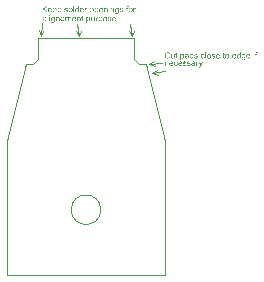
<source format=gm1>
G04*
G04 #@! TF.GenerationSoftware,Altium Limited,Altium Designer,25.0.2 (28)*
G04*
G04 Layer_Color=16711935*
%FSLAX44Y44*%
%MOMM*%
G71*
G04*
G04 #@! TF.SameCoordinates,54A35FAF-5F68-4BCB-90B9-8CF1E0348433*
G04*
G04*
G04 #@! TF.FilePolarity,Positive*
G04*
G01*
G75*
%ADD10C,0.1000*%
G36*
X211725Y188249D02*
X211797D01*
X211885Y188238D01*
X211985Y188227D01*
X212096Y188210D01*
X212212Y188188D01*
X212118Y187640D01*
X212107D01*
X212085Y187646D01*
X212046Y187651D01*
X211996Y187662D01*
X211941Y187668D01*
X211880Y187673D01*
X211747Y187679D01*
X211703D01*
X211647Y187673D01*
X211586Y187662D01*
X211520Y187651D01*
X211453Y187629D01*
X211393Y187596D01*
X211343Y187557D01*
X211337Y187551D01*
X211326Y187535D01*
X211304Y187502D01*
X211287Y187457D01*
X211265Y187391D01*
X211243Y187313D01*
X211232Y187219D01*
X211227Y187103D01*
Y186765D01*
X211946D01*
Y186278D01*
X211227D01*
Y183061D01*
X210601D01*
Y186278D01*
X210047D01*
Y186765D01*
X210601D01*
Y187153D01*
Y187158D01*
Y187169D01*
Y187186D01*
Y187214D01*
X210606Y187280D01*
X210612Y187363D01*
X210617Y187452D01*
X210629Y187540D01*
X210645Y187629D01*
X210667Y187707D01*
Y187712D01*
X210673Y187718D01*
X210684Y187745D01*
X210706Y187789D01*
X210739Y187845D01*
X210784Y187911D01*
X210839Y187978D01*
X210905Y188039D01*
X210983Y188100D01*
X210994Y188105D01*
X211027Y188122D01*
X211077Y188150D01*
X211149Y188177D01*
X211243Y188205D01*
X211354Y188232D01*
X211481Y188249D01*
X211625Y188255D01*
X211670D01*
X211725Y188249D01*
D02*
G37*
G36*
X209499Y187457D02*
X208873D01*
Y188172D01*
X209499D01*
Y187457D01*
D02*
G37*
G36*
X136286Y188255D02*
X136353Y188249D01*
X136430Y188238D01*
X136513Y188227D01*
X136607Y188210D01*
X136707Y188188D01*
X136812Y188166D01*
X136917Y188133D01*
X137028Y188094D01*
X137139Y188050D01*
X137244Y187994D01*
X137349Y187939D01*
X137449Y187867D01*
X137454Y187861D01*
X137471Y187850D01*
X137499Y187828D01*
X137532Y187795D01*
X137576Y187756D01*
X137626Y187707D01*
X137676Y187651D01*
X137737Y187585D01*
X137798Y187513D01*
X137859Y187430D01*
X137920Y187341D01*
X137975Y187241D01*
X138036Y187136D01*
X138086Y187020D01*
X138135Y186898D01*
X138180Y186771D01*
X137515Y186616D01*
Y186621D01*
X137504Y186638D01*
X137499Y186671D01*
X137482Y186710D01*
X137465Y186754D01*
X137438Y186804D01*
X137382Y186926D01*
X137310Y187059D01*
X137216Y187197D01*
X137117Y187324D01*
X137056Y187380D01*
X136995Y187430D01*
X136989Y187435D01*
X136978Y187441D01*
X136962Y187452D01*
X136934Y187468D01*
X136901Y187491D01*
X136862Y187513D01*
X136818Y187535D01*
X136762Y187557D01*
X136701Y187579D01*
X136640Y187601D01*
X136496Y187646D01*
X136330Y187673D01*
X136242Y187684D01*
X136092D01*
X136048Y187679D01*
X135998Y187673D01*
X135937Y187668D01*
X135871Y187662D01*
X135804Y187651D01*
X135644Y187612D01*
X135478Y187563D01*
X135394Y187529D01*
X135311Y187491D01*
X135234Y187446D01*
X135156Y187396D01*
X135151Y187391D01*
X135140Y187385D01*
X135118Y187369D01*
X135090Y187347D01*
X135062Y187319D01*
X135024Y187280D01*
X134985Y187241D01*
X134941Y187197D01*
X134896Y187142D01*
X134846Y187086D01*
X134758Y186959D01*
X134675Y186810D01*
X134603Y186638D01*
Y186632D01*
X134597Y186616D01*
X134586Y186588D01*
X134581Y186555D01*
X134570Y186510D01*
X134553Y186461D01*
X134542Y186400D01*
X134525Y186339D01*
X134509Y186267D01*
X134497Y186189D01*
X134470Y186023D01*
X134453Y185846D01*
X134448Y185658D01*
Y185652D01*
Y185630D01*
Y185597D01*
X134453Y185547D01*
Y185492D01*
X134459Y185425D01*
X134464Y185353D01*
X134470Y185270D01*
X134481Y185182D01*
X134492Y185093D01*
X134525Y184899D01*
X134575Y184705D01*
X134636Y184517D01*
Y184512D01*
X134647Y184495D01*
X134658Y184473D01*
X134669Y184440D01*
X134691Y184395D01*
X134719Y184351D01*
X134780Y184246D01*
X134863Y184124D01*
X134963Y184008D01*
X135084Y183891D01*
X135151Y183841D01*
X135223Y183792D01*
X135228D01*
X135239Y183781D01*
X135262Y183769D01*
X135295Y183753D01*
X135334Y183736D01*
X135378Y183714D01*
X135428Y183697D01*
X135483Y183675D01*
X135611Y183631D01*
X135760Y183592D01*
X135921Y183565D01*
X136004Y183559D01*
X136092Y183554D01*
X136148D01*
X136186Y183559D01*
X136236Y183565D01*
X136292Y183570D01*
X136358Y183581D01*
X136425Y183592D01*
X136580Y183631D01*
X136657Y183659D01*
X136740Y183692D01*
X136823Y183731D01*
X136901Y183775D01*
X136978Y183825D01*
X137056Y183880D01*
X137061Y183886D01*
X137072Y183897D01*
X137094Y183913D01*
X137122Y183941D01*
X137150Y183974D01*
X137189Y184019D01*
X137227Y184069D01*
X137272Y184124D01*
X137316Y184190D01*
X137360Y184262D01*
X137405Y184340D01*
X137449Y184429D01*
X137488Y184523D01*
X137526Y184628D01*
X137565Y184739D01*
X137593Y184855D01*
X138268Y184683D01*
Y184672D01*
X138257Y184644D01*
X138246Y184606D01*
X138224Y184545D01*
X138202Y184478D01*
X138169Y184395D01*
X138135Y184307D01*
X138091Y184212D01*
X138041Y184107D01*
X137986Y184008D01*
X137925Y183897D01*
X137853Y183792D01*
X137775Y183692D01*
X137692Y183592D01*
X137598Y183498D01*
X137499Y183410D01*
X137493Y183404D01*
X137471Y183393D01*
X137443Y183371D01*
X137399Y183343D01*
X137349Y183310D01*
X137283Y183271D01*
X137211Y183232D01*
X137122Y183194D01*
X137028Y183155D01*
X136928Y183116D01*
X136818Y183077D01*
X136696Y183044D01*
X136568Y183016D01*
X136435Y182994D01*
X136297Y182983D01*
X136148Y182978D01*
X136070D01*
X136009Y182983D01*
X135943Y182989D01*
X135860Y182994D01*
X135771Y183005D01*
X135671Y183022D01*
X135566Y183039D01*
X135456Y183061D01*
X135345Y183088D01*
X135234Y183116D01*
X135118Y183155D01*
X135007Y183199D01*
X134902Y183249D01*
X134802Y183310D01*
X134796Y183316D01*
X134780Y183327D01*
X134752Y183343D01*
X134719Y183371D01*
X134675Y183410D01*
X134625Y183448D01*
X134570Y183498D01*
X134509Y183559D01*
X134448Y183626D01*
X134381Y183697D01*
X134320Y183775D01*
X134254Y183864D01*
X134187Y183958D01*
X134127Y184058D01*
X134071Y184168D01*
X134016Y184284D01*
X134010Y184290D01*
X134005Y184312D01*
X133994Y184351D01*
X133977Y184395D01*
X133955Y184456D01*
X133933Y184523D01*
X133911Y184606D01*
X133883Y184694D01*
X133861Y184794D01*
X133833Y184899D01*
X133811Y185010D01*
X133794Y185132D01*
X133761Y185386D01*
X133756Y185519D01*
X133750Y185652D01*
Y185663D01*
Y185685D01*
Y185730D01*
X133756Y185785D01*
X133761Y185857D01*
X133767Y185940D01*
X133778Y186029D01*
X133789Y186128D01*
X133805Y186234D01*
X133822Y186344D01*
X133877Y186582D01*
X133916Y186699D01*
X133955Y186815D01*
X133999Y186937D01*
X134054Y187048D01*
X134060Y187053D01*
X134071Y187075D01*
X134088Y187103D01*
X134110Y187147D01*
X134143Y187197D01*
X134182Y187252D01*
X134226Y187313D01*
X134276Y187385D01*
X134337Y187452D01*
X134398Y187529D01*
X134470Y187601D01*
X134547Y187679D01*
X134630Y187751D01*
X134719Y187823D01*
X134819Y187889D01*
X134918Y187950D01*
X134924Y187956D01*
X134946Y187961D01*
X134974Y187978D01*
X135018Y188000D01*
X135068Y188022D01*
X135134Y188050D01*
X135206Y188078D01*
X135284Y188105D01*
X135372Y188133D01*
X135472Y188160D01*
X135572Y188188D01*
X135682Y188210D01*
X135910Y188249D01*
X136031Y188255D01*
X136159Y188260D01*
X136231D01*
X136286Y188255D01*
D02*
G37*
G36*
X197954Y183061D02*
X197372D01*
Y183526D01*
X197367Y183520D01*
X197356Y183504D01*
X197334Y183476D01*
X197306Y183443D01*
X197267Y183398D01*
X197223Y183354D01*
X197173Y183304D01*
X197112Y183255D01*
X197040Y183199D01*
X196963Y183149D01*
X196880Y183105D01*
X196786Y183066D01*
X196680Y183027D01*
X196575Y183000D01*
X196459Y182983D01*
X196331Y182978D01*
X196287D01*
X196254Y182983D01*
X196215D01*
X196171Y182989D01*
X196121Y183000D01*
X196066Y183011D01*
X195938Y183039D01*
X195800Y183083D01*
X195661Y183144D01*
X195589Y183177D01*
X195518Y183221D01*
X195512Y183227D01*
X195501Y183232D01*
X195484Y183249D01*
X195457Y183266D01*
X195423Y183293D01*
X195390Y183321D01*
X195307Y183398D01*
X195213Y183493D01*
X195119Y183609D01*
X195025Y183747D01*
X194942Y183902D01*
Y183908D01*
X194930Y183925D01*
X194925Y183947D01*
X194908Y183980D01*
X194897Y184019D01*
X194881Y184069D01*
X194858Y184130D01*
X194842Y184190D01*
X194825Y184262D01*
X194803Y184340D01*
X194787Y184423D01*
X194776Y184512D01*
X194753Y184700D01*
X194742Y184905D01*
Y184910D01*
Y184932D01*
Y184960D01*
X194748Y184999D01*
Y185049D01*
X194753Y185104D01*
X194759Y185170D01*
X194764Y185242D01*
X194787Y185397D01*
X194820Y185564D01*
X194864Y185741D01*
X194925Y185912D01*
Y185918D01*
X194936Y185935D01*
X194947Y185957D01*
X194958Y185990D01*
X194980Y186023D01*
X195002Y186068D01*
X195063Y186167D01*
X195141Y186283D01*
X195235Y186394D01*
X195346Y186505D01*
X195479Y186605D01*
X195484Y186610D01*
X195495Y186616D01*
X195518Y186627D01*
X195545Y186643D01*
X195578Y186660D01*
X195623Y186682D01*
X195667Y186704D01*
X195722Y186726D01*
X195844Y186771D01*
X195983Y186810D01*
X196138Y186837D01*
X196221Y186848D01*
X196359D01*
X196426Y186843D01*
X196503Y186832D01*
X196597Y186815D01*
X196697Y186787D01*
X196802Y186754D01*
X196902Y186704D01*
X196907D01*
X196913Y186699D01*
X196946Y186677D01*
X196990Y186649D01*
X197051Y186605D01*
X197118Y186549D01*
X197190Y186488D01*
X197262Y186416D01*
X197328Y186333D01*
Y188172D01*
X197954D01*
Y183061D01*
D02*
G37*
G36*
X157876D02*
X157294D01*
Y183526D01*
X157289Y183520D01*
X157278Y183504D01*
X157255Y183476D01*
X157228Y183443D01*
X157189Y183398D01*
X157145Y183354D01*
X157095Y183304D01*
X157034Y183255D01*
X156962Y183199D01*
X156884Y183149D01*
X156801Y183105D01*
X156707Y183066D01*
X156602Y183027D01*
X156497Y183000D01*
X156381Y182983D01*
X156253Y182978D01*
X156209D01*
X156176Y182983D01*
X156137D01*
X156093Y182989D01*
X156043Y183000D01*
X155987Y183011D01*
X155860Y183039D01*
X155722Y183083D01*
X155583Y183144D01*
X155511Y183177D01*
X155439Y183221D01*
X155434Y183227D01*
X155423Y183232D01*
X155406Y183249D01*
X155378Y183266D01*
X155345Y183293D01*
X155312Y183321D01*
X155229Y183398D01*
X155135Y183493D01*
X155041Y183609D01*
X154946Y183747D01*
X154863Y183902D01*
Y183908D01*
X154852Y183925D01*
X154847Y183947D01*
X154830Y183980D01*
X154819Y184019D01*
X154802Y184069D01*
X154780Y184130D01*
X154764Y184190D01*
X154747Y184262D01*
X154725Y184340D01*
X154708Y184423D01*
X154697Y184512D01*
X154675Y184700D01*
X154664Y184905D01*
Y184910D01*
Y184932D01*
Y184960D01*
X154670Y184999D01*
Y185049D01*
X154675Y185104D01*
X154681Y185170D01*
X154686Y185242D01*
X154708Y185397D01*
X154741Y185564D01*
X154786Y185741D01*
X154847Y185912D01*
Y185918D01*
X154858Y185935D01*
X154869Y185957D01*
X154880Y185990D01*
X154902Y186023D01*
X154924Y186068D01*
X154985Y186167D01*
X155063Y186283D01*
X155157Y186394D01*
X155268Y186505D01*
X155400Y186605D01*
X155406Y186610D01*
X155417Y186616D01*
X155439Y186627D01*
X155467Y186643D01*
X155500Y186660D01*
X155544Y186682D01*
X155589Y186704D01*
X155644Y186726D01*
X155766Y186771D01*
X155904Y186810D01*
X156059Y186837D01*
X156142Y186848D01*
X156281D01*
X156347Y186843D01*
X156425Y186832D01*
X156519Y186815D01*
X156619Y186787D01*
X156724Y186754D01*
X156824Y186704D01*
X156829D01*
X156835Y186699D01*
X156868Y186677D01*
X156912Y186649D01*
X156973Y186605D01*
X157039Y186549D01*
X157111Y186488D01*
X157183Y186416D01*
X157250Y186333D01*
Y188172D01*
X157876D01*
Y183061D01*
D02*
G37*
G36*
X148673Y186843D02*
X148717D01*
X148767Y186837D01*
X148817Y186826D01*
X148878Y186815D01*
X149010Y186787D01*
X149149Y186743D01*
X149293Y186682D01*
X149365Y186643D01*
X149431Y186599D01*
X149437D01*
X149448Y186588D01*
X149465Y186571D01*
X149492Y186555D01*
X149559Y186499D01*
X149636Y186422D01*
X149725Y186322D01*
X149819Y186206D01*
X149902Y186068D01*
X149979Y185912D01*
Y185907D01*
X149985Y185890D01*
X149996Y185868D01*
X150007Y185835D01*
X150024Y185796D01*
X150040Y185746D01*
X150057Y185685D01*
X150074Y185625D01*
X150090Y185553D01*
X150107Y185480D01*
X150140Y185314D01*
X150162Y185132D01*
X150168Y184938D01*
Y184932D01*
Y184910D01*
Y184883D01*
X150162Y184844D01*
Y184794D01*
X150157Y184733D01*
X150151Y184667D01*
X150140Y184595D01*
X150118Y184440D01*
X150079Y184268D01*
X150029Y184091D01*
X149963Y183913D01*
Y183908D01*
X149952Y183891D01*
X149941Y183869D01*
X149924Y183841D01*
X149902Y183803D01*
X149880Y183759D01*
X149813Y183659D01*
X149730Y183542D01*
X149625Y183426D01*
X149509Y183316D01*
X149370Y183216D01*
X149365D01*
X149354Y183205D01*
X149332Y183194D01*
X149304Y183177D01*
X149265Y183160D01*
X149227Y183138D01*
X149177Y183122D01*
X149121Y183099D01*
X148999Y183055D01*
X148861Y183016D01*
X148712Y182989D01*
X148634Y182983D01*
X148551Y182978D01*
X148496D01*
X148440Y182983D01*
X148363Y182994D01*
X148274Y183011D01*
X148180Y183033D01*
X148080Y183061D01*
X147986Y183105D01*
X147975Y183111D01*
X147947Y183127D01*
X147898Y183160D01*
X147842Y183199D01*
X147776Y183244D01*
X147709Y183304D01*
X147643Y183371D01*
X147582Y183443D01*
Y181643D01*
X146956D01*
Y186765D01*
X147527D01*
Y186283D01*
X147538Y186289D01*
X147560Y186322D01*
X147604Y186378D01*
X147659Y186439D01*
X147726Y186505D01*
X147803Y186577D01*
X147886Y186643D01*
X147981Y186704D01*
X147986D01*
X147992Y186710D01*
X148025Y186726D01*
X148080Y186749D01*
X148152Y186776D01*
X148241Y186804D01*
X148346Y186826D01*
X148468Y186843D01*
X148595Y186848D01*
X148639D01*
X148673Y186843D01*
D02*
G37*
G36*
X174875D02*
X174919D01*
X175024Y186832D01*
X175141Y186815D01*
X175273Y186793D01*
X175401Y186765D01*
X175528Y186721D01*
X175534D01*
X175545Y186715D01*
X175561Y186710D01*
X175583Y186699D01*
X175639Y186671D01*
X175716Y186632D01*
X175794Y186582D01*
X175872Y186521D01*
X175949Y186455D01*
X176015Y186378D01*
X176021Y186367D01*
X176043Y186339D01*
X176071Y186289D01*
X176104Y186228D01*
X176143Y186145D01*
X176176Y186045D01*
X176209Y185935D01*
X176237Y185807D01*
X175622Y185724D01*
Y185730D01*
Y185735D01*
X175611Y185769D01*
X175600Y185824D01*
X175578Y185885D01*
X175545Y185957D01*
X175501Y186029D01*
X175445Y186101D01*
X175379Y186167D01*
X175368Y186173D01*
X175340Y186195D01*
X175296Y186222D01*
X175235Y186250D01*
X175152Y186283D01*
X175052Y186306D01*
X174941Y186328D01*
X174808Y186333D01*
X174736D01*
X174703Y186328D01*
X174664D01*
X174570Y186317D01*
X174471Y186300D01*
X174365Y186272D01*
X174271Y186239D01*
X174233Y186217D01*
X174194Y186189D01*
X174188Y186184D01*
X174166Y186162D01*
X174138Y186134D01*
X174105Y186095D01*
X174066Y186045D01*
X174039Y185984D01*
X174016Y185924D01*
X174011Y185851D01*
Y185846D01*
Y185829D01*
X174016Y185807D01*
X174022Y185779D01*
X174044Y185708D01*
X174061Y185669D01*
X174083Y185630D01*
X174088Y185625D01*
X174100Y185613D01*
X174116Y185597D01*
X174144Y185575D01*
X174177Y185547D01*
X174221Y185519D01*
X174271Y185492D01*
X174327Y185464D01*
X174332D01*
X174349Y185458D01*
X174382Y185447D01*
X174432Y185431D01*
X174465Y185420D01*
X174504Y185408D01*
X174548Y185397D01*
X174598Y185381D01*
X174659Y185364D01*
X174725Y185348D01*
X174797Y185326D01*
X174880Y185303D01*
X174886D01*
X174908Y185298D01*
X174941Y185287D01*
X174991Y185276D01*
X175041Y185259D01*
X175102Y185242D01*
X175174Y185220D01*
X175246Y185198D01*
X175401Y185154D01*
X175550Y185104D01*
X175622Y185082D01*
X175689Y185054D01*
X175750Y185032D01*
X175805Y185010D01*
X175811D01*
X175816Y185004D01*
X175849Y184988D01*
X175899Y184966D01*
X175954Y184927D01*
X176021Y184883D01*
X176093Y184827D01*
X176159Y184761D01*
X176220Y184683D01*
X176226Y184672D01*
X176243Y184644D01*
X176270Y184600D01*
X176298Y184534D01*
X176325Y184456D01*
X176353Y184368D01*
X176370Y184262D01*
X176375Y184146D01*
Y184140D01*
Y184130D01*
Y184113D01*
Y184091D01*
X176364Y184030D01*
X176353Y183952D01*
X176331Y183864D01*
X176298Y183764D01*
X176248Y183659D01*
X176187Y183554D01*
Y183548D01*
X176176Y183542D01*
X176154Y183509D01*
X176110Y183459D01*
X176054Y183398D01*
X175977Y183327D01*
X175888Y183255D01*
X175783Y183188D01*
X175661Y183127D01*
X175655D01*
X175644Y183122D01*
X175628Y183116D01*
X175600Y183105D01*
X175567Y183094D01*
X175528Y183077D01*
X175484Y183066D01*
X175434Y183055D01*
X175318Y183027D01*
X175185Y183000D01*
X175041Y182983D01*
X174880Y182978D01*
X174808D01*
X174758Y182983D01*
X174703Y182989D01*
X174631Y182994D01*
X174554Y183000D01*
X174471Y183016D01*
X174293Y183050D01*
X174105Y183099D01*
X174016Y183133D01*
X173928Y183177D01*
X173850Y183221D01*
X173773Y183271D01*
X173767Y183277D01*
X173756Y183288D01*
X173740Y183304D01*
X173712Y183327D01*
X173684Y183360D01*
X173651Y183398D01*
X173612Y183443D01*
X173573Y183493D01*
X173529Y183554D01*
X173491Y183620D01*
X173452Y183692D01*
X173413Y183775D01*
X173380Y183858D01*
X173347Y183952D01*
X173319Y184058D01*
X173297Y184163D01*
X173917Y184262D01*
Y184257D01*
X173922Y184246D01*
Y184229D01*
X173928Y184201D01*
X173934Y184168D01*
X173944Y184135D01*
X173972Y184052D01*
X174011Y183958D01*
X174061Y183858D01*
X174122Y183769D01*
X174205Y183687D01*
X174210D01*
X174216Y183681D01*
X174249Y183659D01*
X174305Y183626D01*
X174382Y183592D01*
X174476Y183554D01*
X174592Y183526D01*
X174725Y183504D01*
X174875Y183493D01*
X174919D01*
X174947Y183498D01*
X174986D01*
X175024Y183504D01*
X175118Y183515D01*
X175224Y183537D01*
X175334Y183565D01*
X175434Y183609D01*
X175523Y183664D01*
X175534Y183670D01*
X175556Y183697D01*
X175589Y183731D01*
X175628Y183781D01*
X175667Y183841D01*
X175700Y183913D01*
X175722Y183991D01*
X175733Y184080D01*
Y184091D01*
Y184113D01*
X175722Y184157D01*
X175711Y184201D01*
X175689Y184257D01*
X175655Y184312D01*
X175606Y184368D01*
X175545Y184417D01*
X175539Y184423D01*
X175517Y184434D01*
X175478Y184451D01*
X175451Y184462D01*
X175417Y184473D01*
X175373Y184489D01*
X175329Y184506D01*
X175279Y184523D01*
X175218Y184539D01*
X175152Y184561D01*
X175074Y184583D01*
X174991Y184606D01*
X174902Y184628D01*
X174897D01*
X174875Y184633D01*
X174836Y184644D01*
X174792Y184655D01*
X174736Y184672D01*
X174670Y184689D01*
X174598Y184711D01*
X174520Y184733D01*
X174365Y184783D01*
X174205Y184833D01*
X174127Y184855D01*
X174061Y184883D01*
X173994Y184910D01*
X173939Y184932D01*
X173934D01*
X173928Y184938D01*
X173895Y184954D01*
X173850Y184982D01*
X173790Y185026D01*
X173723Y185076D01*
X173657Y185132D01*
X173590Y185204D01*
X173535Y185281D01*
X173529Y185292D01*
X173513Y185320D01*
X173491Y185370D01*
X173468Y185431D01*
X173446Y185503D01*
X173424Y185586D01*
X173407Y185680D01*
X173402Y185779D01*
Y185785D01*
Y185791D01*
Y185824D01*
X173407Y185868D01*
X173419Y185929D01*
X173430Y186001D01*
X173446Y186078D01*
X173474Y186162D01*
X173513Y186239D01*
X173518Y186250D01*
X173535Y186272D01*
X173557Y186311D01*
X173596Y186361D01*
X173634Y186416D01*
X173690Y186477D01*
X173751Y186533D01*
X173823Y186588D01*
X173828Y186593D01*
X173850Y186605D01*
X173884Y186627D01*
X173928Y186649D01*
X173983Y186677D01*
X174050Y186710D01*
X174133Y186743D01*
X174221Y186771D01*
X174227D01*
X174233Y186776D01*
X174266Y186782D01*
X174315Y186793D01*
X174387Y186810D01*
X174465Y186826D01*
X174559Y186837D01*
X174659Y186843D01*
X174764Y186848D01*
X174836D01*
X174875Y186843D01*
D02*
G37*
G36*
X160196D02*
X160240D01*
X160345Y186832D01*
X160462Y186815D01*
X160594Y186793D01*
X160722Y186765D01*
X160849Y186721D01*
X160855D01*
X160866Y186715D01*
X160882Y186710D01*
X160904Y186699D01*
X160960Y186671D01*
X161037Y186632D01*
X161115Y186582D01*
X161192Y186521D01*
X161270Y186455D01*
X161336Y186378D01*
X161342Y186367D01*
X161364Y186339D01*
X161392Y186289D01*
X161425Y186228D01*
X161464Y186145D01*
X161497Y186045D01*
X161530Y185935D01*
X161558Y185807D01*
X160943Y185724D01*
Y185730D01*
Y185735D01*
X160932Y185769D01*
X160921Y185824D01*
X160899Y185885D01*
X160866Y185957D01*
X160821Y186029D01*
X160766Y186101D01*
X160700Y186167D01*
X160688Y186173D01*
X160661Y186195D01*
X160616Y186222D01*
X160556Y186250D01*
X160473Y186283D01*
X160373Y186306D01*
X160262Y186328D01*
X160129Y186333D01*
X160057D01*
X160024Y186328D01*
X159985D01*
X159891Y186317D01*
X159791Y186300D01*
X159686Y186272D01*
X159592Y186239D01*
X159553Y186217D01*
X159515Y186189D01*
X159509Y186184D01*
X159487Y186162D01*
X159459Y186134D01*
X159426Y186095D01*
X159387Y186045D01*
X159360Y185984D01*
X159337Y185924D01*
X159332Y185851D01*
Y185846D01*
Y185829D01*
X159337Y185807D01*
X159343Y185779D01*
X159365Y185708D01*
X159382Y185669D01*
X159404Y185630D01*
X159409Y185625D01*
X159420Y185613D01*
X159437Y185597D01*
X159465Y185575D01*
X159498Y185547D01*
X159542Y185519D01*
X159592Y185492D01*
X159648Y185464D01*
X159653D01*
X159670Y185458D01*
X159703Y185447D01*
X159753Y185431D01*
X159786Y185420D01*
X159825Y185408D01*
X159869Y185397D01*
X159919Y185381D01*
X159980Y185364D01*
X160046Y185348D01*
X160118Y185326D01*
X160201Y185303D01*
X160207D01*
X160229Y185298D01*
X160262Y185287D01*
X160312Y185276D01*
X160362Y185259D01*
X160423Y185242D01*
X160495Y185220D01*
X160567Y185198D01*
X160722Y185154D01*
X160871Y185104D01*
X160943Y185082D01*
X161010Y185054D01*
X161070Y185032D01*
X161126Y185010D01*
X161131D01*
X161137Y185004D01*
X161170Y184988D01*
X161220Y184966D01*
X161275Y184927D01*
X161342Y184883D01*
X161414Y184827D01*
X161480Y184761D01*
X161541Y184683D01*
X161547Y184672D01*
X161563Y184644D01*
X161591Y184600D01*
X161619Y184534D01*
X161646Y184456D01*
X161674Y184368D01*
X161691Y184262D01*
X161696Y184146D01*
Y184140D01*
Y184130D01*
Y184113D01*
Y184091D01*
X161685Y184030D01*
X161674Y183952D01*
X161652Y183864D01*
X161619Y183764D01*
X161569Y183659D01*
X161508Y183554D01*
Y183548D01*
X161497Y183542D01*
X161475Y183509D01*
X161430Y183459D01*
X161375Y183398D01*
X161298Y183327D01*
X161209Y183255D01*
X161104Y183188D01*
X160982Y183127D01*
X160976D01*
X160965Y183122D01*
X160949Y183116D01*
X160921Y183105D01*
X160888Y183094D01*
X160849Y183077D01*
X160805Y183066D01*
X160755Y183055D01*
X160639Y183027D01*
X160506Y183000D01*
X160362Y182983D01*
X160201Y182978D01*
X160129D01*
X160079Y182983D01*
X160024Y182989D01*
X159952Y182994D01*
X159874Y183000D01*
X159791Y183016D01*
X159614Y183050D01*
X159426Y183099D01*
X159337Y183133D01*
X159249Y183177D01*
X159171Y183221D01*
X159094Y183271D01*
X159088Y183277D01*
X159077Y183288D01*
X159060Y183304D01*
X159033Y183327D01*
X159005Y183360D01*
X158972Y183398D01*
X158933Y183443D01*
X158894Y183493D01*
X158850Y183554D01*
X158811Y183620D01*
X158773Y183692D01*
X158734Y183775D01*
X158701Y183858D01*
X158667Y183952D01*
X158640Y184058D01*
X158618Y184163D01*
X159238Y184262D01*
Y184257D01*
X159243Y184246D01*
Y184229D01*
X159249Y184201D01*
X159254Y184168D01*
X159265Y184135D01*
X159293Y184052D01*
X159332Y183958D01*
X159382Y183858D01*
X159443Y183769D01*
X159526Y183687D01*
X159531D01*
X159537Y183681D01*
X159570Y183659D01*
X159625Y183626D01*
X159703Y183592D01*
X159797Y183554D01*
X159913Y183526D01*
X160046Y183504D01*
X160196Y183493D01*
X160240D01*
X160268Y183498D01*
X160306D01*
X160345Y183504D01*
X160439Y183515D01*
X160544Y183537D01*
X160655Y183565D01*
X160755Y183609D01*
X160844Y183664D01*
X160855Y183670D01*
X160877Y183697D01*
X160910Y183731D01*
X160949Y183781D01*
X160987Y183841D01*
X161021Y183913D01*
X161043Y183991D01*
X161054Y184080D01*
Y184091D01*
Y184113D01*
X161043Y184157D01*
X161032Y184201D01*
X161010Y184257D01*
X160976Y184312D01*
X160927Y184368D01*
X160866Y184417D01*
X160860Y184423D01*
X160838Y184434D01*
X160799Y184451D01*
X160772Y184462D01*
X160738Y184473D01*
X160694Y184489D01*
X160650Y184506D01*
X160600Y184523D01*
X160539Y184539D01*
X160473Y184561D01*
X160395Y184583D01*
X160312Y184606D01*
X160223Y184628D01*
X160218D01*
X160196Y184633D01*
X160157Y184644D01*
X160113Y184655D01*
X160057Y184672D01*
X159991Y184689D01*
X159919Y184711D01*
X159841Y184733D01*
X159686Y184783D01*
X159526Y184833D01*
X159448Y184855D01*
X159382Y184883D01*
X159315Y184910D01*
X159260Y184932D01*
X159254D01*
X159249Y184938D01*
X159216Y184954D01*
X159171Y184982D01*
X159110Y185026D01*
X159044Y185076D01*
X158977Y185132D01*
X158911Y185204D01*
X158856Y185281D01*
X158850Y185292D01*
X158834Y185320D01*
X158811Y185370D01*
X158789Y185431D01*
X158767Y185503D01*
X158745Y185586D01*
X158728Y185680D01*
X158723Y185779D01*
Y185785D01*
Y185791D01*
Y185824D01*
X158728Y185868D01*
X158739Y185929D01*
X158750Y186001D01*
X158767Y186078D01*
X158795Y186162D01*
X158834Y186239D01*
X158839Y186250D01*
X158856Y186272D01*
X158878Y186311D01*
X158917Y186361D01*
X158955Y186416D01*
X159011Y186477D01*
X159072Y186533D01*
X159144Y186588D01*
X159149Y186593D01*
X159171Y186605D01*
X159205Y186627D01*
X159249Y186649D01*
X159304Y186677D01*
X159371Y186710D01*
X159454Y186743D01*
X159542Y186771D01*
X159548D01*
X159553Y186776D01*
X159587Y186782D01*
X159636Y186793D01*
X159708Y186810D01*
X159786Y186826D01*
X159880Y186837D01*
X159980Y186843D01*
X160085Y186848D01*
X160157D01*
X160196Y186843D01*
D02*
G37*
G36*
X166015D02*
X166065Y186837D01*
X166126Y186832D01*
X166192Y186821D01*
X166264Y186810D01*
X166420Y186771D01*
X166586Y186715D01*
X166669Y186682D01*
X166752Y186643D01*
X166829Y186593D01*
X166901Y186538D01*
X166907Y186533D01*
X166918Y186521D01*
X166940Y186505D01*
X166962Y186483D01*
X166995Y186450D01*
X167029Y186411D01*
X167067Y186367D01*
X167106Y186317D01*
X167150Y186256D01*
X167189Y186195D01*
X167233Y186123D01*
X167272Y186045D01*
X167305Y185962D01*
X167339Y185874D01*
X167372Y185774D01*
X167394Y185674D01*
X166785Y185580D01*
Y185586D01*
X166779Y185597D01*
X166774Y185613D01*
X166768Y185641D01*
X166746Y185708D01*
X166713Y185791D01*
X166669Y185879D01*
X166619Y185973D01*
X166552Y186062D01*
X166475Y186140D01*
X166464Y186150D01*
X166436Y186173D01*
X166386Y186200D01*
X166325Y186239D01*
X166248Y186272D01*
X166159Y186306D01*
X166054Y186328D01*
X165943Y186333D01*
X165899D01*
X165866Y186328D01*
X165821Y186322D01*
X165777Y186317D01*
X165666Y186289D01*
X165545Y186250D01*
X165484Y186222D01*
X165417Y186189D01*
X165356Y186150D01*
X165290Y186101D01*
X165229Y186051D01*
X165174Y185990D01*
X165168Y185984D01*
X165163Y185973D01*
X165146Y185957D01*
X165129Y185924D01*
X165107Y185890D01*
X165079Y185846D01*
X165052Y185791D01*
X165030Y185730D01*
X165002Y185658D01*
X164974Y185580D01*
X164947Y185492D01*
X164924Y185392D01*
X164908Y185287D01*
X164891Y185176D01*
X164886Y185049D01*
X164880Y184916D01*
Y184910D01*
Y184883D01*
Y184844D01*
X164886Y184794D01*
X164891Y184733D01*
X164897Y184661D01*
X164902Y184583D01*
X164913Y184500D01*
X164947Y184323D01*
X165002Y184140D01*
X165030Y184058D01*
X165068Y183974D01*
X165113Y183897D01*
X165163Y183830D01*
X165168Y183825D01*
X165174Y183814D01*
X165190Y183797D01*
X165212Y183781D01*
X165246Y183753D01*
X165279Y183725D01*
X165318Y183692D01*
X165362Y183664D01*
X165473Y183598D01*
X165600Y183548D01*
X165672Y183526D01*
X165744Y183509D01*
X165827Y183498D01*
X165910Y183493D01*
X165943D01*
X165971Y183498D01*
X166004D01*
X166037Y183504D01*
X166126Y183520D01*
X166220Y183548D01*
X166325Y183587D01*
X166425Y183642D01*
X166525Y183714D01*
X166530Y183720D01*
X166536Y183725D01*
X166563Y183759D01*
X166608Y183814D01*
X166630Y183847D01*
X166658Y183886D01*
X166685Y183936D01*
X166713Y183986D01*
X166735Y184041D01*
X166763Y184107D01*
X166785Y184174D01*
X166807Y184251D01*
X166824Y184329D01*
X166840Y184417D01*
X167455Y184334D01*
Y184329D01*
X167449Y184307D01*
X167444Y184273D01*
X167433Y184229D01*
X167416Y184174D01*
X167400Y184113D01*
X167377Y184046D01*
X167350Y183969D01*
X167283Y183814D01*
X167239Y183731D01*
X167189Y183648D01*
X167139Y183565D01*
X167078Y183482D01*
X167006Y183410D01*
X166934Y183338D01*
X166929Y183332D01*
X166918Y183321D01*
X166890Y183304D01*
X166863Y183282D01*
X166818Y183255D01*
X166774Y183221D01*
X166713Y183194D01*
X166652Y183160D01*
X166580Y183122D01*
X166502Y183094D01*
X166420Y183061D01*
X166331Y183033D01*
X166231Y183011D01*
X166131Y182994D01*
X166026Y182983D01*
X165916Y182978D01*
X165882D01*
X165844Y182983D01*
X165788D01*
X165727Y182994D01*
X165650Y183005D01*
X165567Y183016D01*
X165478Y183039D01*
X165384Y183066D01*
X165284Y183099D01*
X165185Y183138D01*
X165079Y183188D01*
X164980Y183244D01*
X164880Y183310D01*
X164786Y183382D01*
X164697Y183470D01*
X164692Y183476D01*
X164675Y183493D01*
X164653Y183520D01*
X164625Y183565D01*
X164592Y183615D01*
X164553Y183675D01*
X164509Y183753D01*
X164470Y183836D01*
X164426Y183930D01*
X164382Y184035D01*
X164343Y184152D01*
X164310Y184279D01*
X164282Y184417D01*
X164260Y184567D01*
X164243Y184727D01*
X164238Y184894D01*
Y184899D01*
Y184921D01*
Y184954D01*
X164243Y184993D01*
Y185049D01*
X164249Y185110D01*
X164254Y185176D01*
X164260Y185254D01*
X164288Y185414D01*
X164321Y185591D01*
X164365Y185774D01*
X164432Y185946D01*
Y185951D01*
X164443Y185968D01*
X164454Y185990D01*
X164470Y186018D01*
X164492Y186056D01*
X164515Y186101D01*
X164581Y186200D01*
X164664Y186306D01*
X164769Y186422D01*
X164891Y186527D01*
X165035Y186621D01*
X165041D01*
X165052Y186632D01*
X165074Y186643D01*
X165107Y186654D01*
X165146Y186677D01*
X165190Y186693D01*
X165240Y186715D01*
X165295Y186737D01*
X165362Y186754D01*
X165428Y186776D01*
X165578Y186815D01*
X165744Y186837D01*
X165916Y186848D01*
X165977D01*
X166015Y186843D01*
D02*
G37*
G36*
X142006Y183061D02*
X141447D01*
Y183603D01*
X141441Y183598D01*
X141425Y183576D01*
X141402Y183548D01*
X141369Y183504D01*
X141325Y183459D01*
X141270Y183404D01*
X141209Y183349D01*
X141137Y183293D01*
X141054Y183232D01*
X140965Y183177D01*
X140871Y183122D01*
X140766Y183077D01*
X140649Y183033D01*
X140533Y183005D01*
X140406Y182983D01*
X140267Y182978D01*
X140212D01*
X140151Y182983D01*
X140068Y182994D01*
X139974Y183005D01*
X139869Y183027D01*
X139763Y183061D01*
X139653Y183099D01*
X139647D01*
X139642Y183105D01*
X139608Y183122D01*
X139558Y183149D01*
X139492Y183188D01*
X139426Y183232D01*
X139354Y183288D01*
X139287Y183349D01*
X139232Y183415D01*
X139226Y183426D01*
X139210Y183448D01*
X139187Y183493D01*
X139160Y183548D01*
X139127Y183615D01*
X139093Y183692D01*
X139066Y183781D01*
X139038Y183880D01*
Y183891D01*
X139032Y183913D01*
X139027Y183963D01*
X139021Y184024D01*
X139016Y184107D01*
X139010Y184207D01*
X139005Y184329D01*
Y184467D01*
Y186765D01*
X139630D01*
Y184711D01*
Y184705D01*
Y184689D01*
Y184667D01*
Y184633D01*
Y184589D01*
Y184545D01*
X139636Y184445D01*
Y184334D01*
X139647Y184224D01*
X139653Y184124D01*
X139658Y184080D01*
X139664Y184046D01*
X139669Y184035D01*
X139675Y184008D01*
X139691Y183958D01*
X139719Y183902D01*
X139752Y183841D01*
X139797Y183781D01*
X139852Y183714D01*
X139918Y183659D01*
X139930Y183653D01*
X139952Y183637D01*
X139996Y183615D01*
X140051Y183592D01*
X140118Y183565D01*
X140201Y183542D01*
X140295Y183526D01*
X140395Y183520D01*
X140444D01*
X140494Y183526D01*
X140566Y183537D01*
X140649Y183554D01*
X140738Y183581D01*
X140827Y183615D01*
X140921Y183664D01*
X140926D01*
X140932Y183670D01*
X140959Y183692D01*
X141004Y183725D01*
X141059Y183769D01*
X141115Y183825D01*
X141175Y183891D01*
X141231Y183969D01*
X141275Y184058D01*
Y184063D01*
X141281Y184069D01*
X141286Y184085D01*
X141292Y184102D01*
X141297Y184130D01*
X141308Y184163D01*
X141319Y184196D01*
X141330Y184240D01*
X141347Y184345D01*
X141364Y184467D01*
X141375Y184611D01*
X141380Y184777D01*
Y186765D01*
X142006D01*
Y183061D01*
D02*
G37*
G36*
X209499D02*
X208873D01*
Y186765D01*
X209499D01*
Y183061D01*
D02*
G37*
G36*
X168601D02*
X167975D01*
Y188172D01*
X168601D01*
Y183061D01*
D02*
G37*
G36*
X152610Y186843D02*
X152660D01*
X152765Y186832D01*
X152887Y186821D01*
X153014Y186798D01*
X153141Y186771D01*
X153258Y186732D01*
X153263D01*
X153269Y186726D01*
X153285Y186721D01*
X153307Y186710D01*
X153357Y186688D01*
X153424Y186654D01*
X153496Y186616D01*
X153568Y186566D01*
X153634Y186510D01*
X153695Y186450D01*
X153701Y186444D01*
X153717Y186422D01*
X153745Y186383D01*
X153772Y186333D01*
X153806Y186272D01*
X153839Y186200D01*
X153872Y186117D01*
X153894Y186023D01*
Y186018D01*
X153900Y185990D01*
X153905Y185951D01*
X153911Y185890D01*
X153917Y185813D01*
X153922Y185713D01*
Y185652D01*
X153928Y185591D01*
Y185525D01*
Y185447D01*
Y184611D01*
Y184600D01*
Y184572D01*
Y184528D01*
Y184473D01*
Y184401D01*
Y184323D01*
X153933Y184235D01*
Y184146D01*
X153939Y183958D01*
Y183864D01*
X153944Y183775D01*
X153950Y183692D01*
X153955Y183620D01*
X153961Y183554D01*
X153966Y183504D01*
Y183493D01*
X153972Y183465D01*
X153983Y183421D01*
X154000Y183360D01*
X154022Y183293D01*
X154049Y183221D01*
X154083Y183138D01*
X154121Y183061D01*
X153468D01*
X153462Y183072D01*
X153451Y183094D01*
X153435Y183138D01*
X153418Y183194D01*
X153396Y183260D01*
X153374Y183338D01*
X153357Y183426D01*
X153346Y183526D01*
X153341Y183520D01*
X153329Y183515D01*
X153313Y183498D01*
X153285Y183476D01*
X153252Y183454D01*
X153219Y183421D01*
X153130Y183360D01*
X153025Y183288D01*
X152914Y183216D01*
X152792Y183155D01*
X152671Y183099D01*
X152665D01*
X152654Y183094D01*
X152637Y183088D01*
X152615Y183083D01*
X152588Y183072D01*
X152549Y183061D01*
X152466Y183039D01*
X152360Y183016D01*
X152244Y182994D01*
X152117Y182983D01*
X151979Y182978D01*
X151918D01*
X151879Y182983D01*
X151829Y182989D01*
X151768Y182994D01*
X151702Y183000D01*
X151635Y183016D01*
X151480Y183050D01*
X151325Y183099D01*
X151253Y183133D01*
X151176Y183177D01*
X151109Y183221D01*
X151043Y183271D01*
X151037Y183277D01*
X151026Y183288D01*
X151015Y183304D01*
X150993Y183327D01*
X150965Y183354D01*
X150938Y183393D01*
X150910Y183432D01*
X150882Y183482D01*
X150821Y183587D01*
X150766Y183720D01*
X150744Y183792D01*
X150733Y183869D01*
X150722Y183952D01*
X150716Y184035D01*
Y184041D01*
Y184046D01*
Y184080D01*
X150722Y184135D01*
X150733Y184201D01*
X150744Y184279D01*
X150766Y184362D01*
X150799Y184445D01*
X150838Y184534D01*
X150843Y184545D01*
X150860Y184572D01*
X150888Y184611D01*
X150926Y184667D01*
X150971Y184722D01*
X151026Y184783D01*
X151087Y184838D01*
X151159Y184894D01*
X151170Y184899D01*
X151198Y184916D01*
X151236Y184943D01*
X151292Y184971D01*
X151358Y185004D01*
X151436Y185038D01*
X151524Y185071D01*
X151613Y185098D01*
X151624D01*
X151646Y185110D01*
X151691Y185115D01*
X151751Y185132D01*
X151829Y185143D01*
X151929Y185159D01*
X152039Y185176D01*
X152172Y185193D01*
X152183D01*
X152205Y185198D01*
X152244Y185204D01*
X152294Y185209D01*
X152360Y185220D01*
X152432Y185231D01*
X152510Y185242D01*
X152599Y185254D01*
X152781Y185287D01*
X152964Y185326D01*
X153053Y185348D01*
X153141Y185370D01*
X153219Y185392D01*
X153291Y185414D01*
Y185420D01*
Y185436D01*
Y185458D01*
X153296Y185480D01*
Y185536D01*
Y185558D01*
Y185575D01*
Y185580D01*
Y185591D01*
Y185613D01*
Y185636D01*
X153285Y185702D01*
X153274Y185785D01*
X153252Y185874D01*
X153219Y185962D01*
X153174Y186045D01*
X153114Y186112D01*
X153103Y186123D01*
X153091Y186134D01*
X153069Y186145D01*
X153042Y186162D01*
X153014Y186178D01*
X152936Y186222D01*
X152837Y186261D01*
X152715Y186294D01*
X152571Y186317D01*
X152405Y186328D01*
X152333D01*
X152294Y186322D01*
X152255D01*
X152156Y186311D01*
X152050Y186289D01*
X151945Y186261D01*
X151840Y186222D01*
X151751Y186173D01*
X151740Y186167D01*
X151718Y186145D01*
X151679Y186101D01*
X151635Y186045D01*
X151585Y185973D01*
X151530Y185874D01*
X151486Y185763D01*
X151463Y185697D01*
X151441Y185625D01*
X150827Y185708D01*
Y185713D01*
X150832Y185724D01*
X150838Y185746D01*
X150843Y185774D01*
X150854Y185807D01*
X150865Y185846D01*
X150893Y185935D01*
X150932Y186034D01*
X150976Y186140D01*
X151032Y186245D01*
X151098Y186339D01*
Y186344D01*
X151109Y186350D01*
X151137Y186378D01*
X151181Y186422D01*
X151242Y186477D01*
X151320Y186538D01*
X151414Y186599D01*
X151524Y186660D01*
X151652Y186715D01*
X151657D01*
X151668Y186721D01*
X151691Y186726D01*
X151718Y186737D01*
X151751Y186749D01*
X151790Y186760D01*
X151840Y186771D01*
X151895Y186782D01*
X151951Y186793D01*
X152017Y186804D01*
X152161Y186826D01*
X152322Y186843D01*
X152493Y186848D01*
X152571D01*
X152610Y186843D01*
D02*
G37*
G36*
X183801Y186765D02*
X184438D01*
Y186278D01*
X183801D01*
Y184107D01*
Y184102D01*
Y184096D01*
Y184063D01*
Y184019D01*
X183806Y183963D01*
Y183908D01*
X183817Y183853D01*
X183823Y183803D01*
X183834Y183764D01*
Y183759D01*
X183839Y183753D01*
X183862Y183720D01*
X183895Y183681D01*
X183939Y183642D01*
X183945D01*
X183956Y183637D01*
X183972Y183631D01*
X183995Y183620D01*
X184028Y183615D01*
X184061Y183603D01*
X184105Y183598D01*
X184199D01*
X184233Y183603D01*
X184271D01*
X184321Y183609D01*
X184377Y183615D01*
X184438Y183620D01*
X184521Y183066D01*
X184510D01*
X184476Y183055D01*
X184426Y183050D01*
X184360Y183039D01*
X184288Y183027D01*
X184210Y183022D01*
X184044Y183011D01*
X183989D01*
X183928Y183016D01*
X183851Y183022D01*
X183762Y183039D01*
X183673Y183055D01*
X183590Y183083D01*
X183513Y183116D01*
X183507Y183122D01*
X183485Y183138D01*
X183452Y183160D01*
X183408Y183194D01*
X183363Y183232D01*
X183319Y183282D01*
X183280Y183338D01*
X183247Y183398D01*
X183242Y183410D01*
X183236Y183437D01*
X183230Y183459D01*
X183225Y183487D01*
X183219Y183520D01*
X183214Y183559D01*
X183203Y183603D01*
X183197Y183659D01*
X183192Y183720D01*
X183186Y183786D01*
X183181Y183864D01*
Y183947D01*
X183175Y184041D01*
Y184140D01*
Y186278D01*
X182710D01*
Y186765D01*
X183175D01*
Y187679D01*
X183801Y188055D01*
Y186765D01*
D02*
G37*
G36*
X143722D02*
X144359D01*
Y186278D01*
X143722D01*
Y184107D01*
Y184102D01*
Y184096D01*
Y184063D01*
Y184019D01*
X143728Y183963D01*
Y183908D01*
X143739Y183853D01*
X143745Y183803D01*
X143756Y183764D01*
Y183759D01*
X143761Y183753D01*
X143783Y183720D01*
X143817Y183681D01*
X143861Y183642D01*
X143867D01*
X143877Y183637D01*
X143894Y183631D01*
X143916Y183620D01*
X143949Y183615D01*
X143983Y183603D01*
X144027Y183598D01*
X144121D01*
X144154Y183603D01*
X144193D01*
X144243Y183609D01*
X144298Y183615D01*
X144359Y183620D01*
X144442Y183066D01*
X144431D01*
X144398Y183055D01*
X144348Y183050D01*
X144282Y183039D01*
X144210Y183027D01*
X144132Y183022D01*
X143966Y183011D01*
X143911D01*
X143850Y183016D01*
X143772Y183022D01*
X143684Y183039D01*
X143595Y183055D01*
X143512Y183083D01*
X143435Y183116D01*
X143429Y183122D01*
X143407Y183138D01*
X143374Y183160D01*
X143329Y183194D01*
X143285Y183232D01*
X143241Y183282D01*
X143202Y183338D01*
X143169Y183398D01*
X143163Y183410D01*
X143158Y183437D01*
X143152Y183459D01*
X143147Y183487D01*
X143141Y183520D01*
X143136Y183559D01*
X143125Y183603D01*
X143119Y183659D01*
X143113Y183720D01*
X143108Y183786D01*
X143102Y183864D01*
Y183947D01*
X143097Y184041D01*
Y184140D01*
Y186278D01*
X142632D01*
Y186765D01*
X143097D01*
Y187679D01*
X143722Y188055D01*
Y186765D01*
D02*
G37*
G36*
X204504Y186843D02*
X204554D01*
X204621Y186832D01*
X204693Y186821D01*
X204776Y186804D01*
X204864Y186787D01*
X204958Y186760D01*
X205053Y186726D01*
X205158Y186682D01*
X205257Y186632D01*
X205357Y186577D01*
X205457Y186505D01*
X205556Y186427D01*
X205645Y186339D01*
X205651Y186333D01*
X205667Y186317D01*
X205689Y186289D01*
X205717Y186245D01*
X205756Y186195D01*
X205795Y186134D01*
X205839Y186056D01*
X205883Y185973D01*
X205922Y185879D01*
X205966Y185774D01*
X206005Y185658D01*
X206044Y185530D01*
X206071Y185392D01*
X206094Y185242D01*
X206110Y185087D01*
X206116Y184921D01*
Y184910D01*
Y184883D01*
Y184827D01*
X206110Y184755D01*
X203347D01*
Y184750D01*
Y184727D01*
X203353Y184694D01*
X203358Y184655D01*
X203364Y184600D01*
X203375Y184545D01*
X203386Y184478D01*
X203402Y184406D01*
X203447Y184257D01*
X203508Y184096D01*
X203546Y184024D01*
X203585Y183947D01*
X203635Y183880D01*
X203690Y183814D01*
X203696Y183808D01*
X203707Y183803D01*
X203724Y183786D01*
X203746Y183764D01*
X203779Y183742D01*
X203812Y183714D01*
X203857Y183681D01*
X203906Y183653D01*
X204017Y183592D01*
X204150Y183542D01*
X204222Y183520D01*
X204300Y183509D01*
X204382Y183498D01*
X204466Y183493D01*
X204499D01*
X204521Y183498D01*
X204587Y183504D01*
X204671Y183515D01*
X204759Y183537D01*
X204859Y183570D01*
X204958Y183609D01*
X205053Y183670D01*
X205058D01*
X205064Y183681D01*
X205091Y183703D01*
X205136Y183747D01*
X205191Y183814D01*
X205252Y183891D01*
X205318Y183997D01*
X205385Y184118D01*
X205440Y184257D01*
X206094Y184174D01*
Y184168D01*
X206088Y184146D01*
X206077Y184118D01*
X206060Y184080D01*
X206044Y184030D01*
X206021Y183974D01*
X205994Y183913D01*
X205966Y183847D01*
X205889Y183709D01*
X205789Y183559D01*
X205728Y183487D01*
X205667Y183415D01*
X205601Y183349D01*
X205523Y183288D01*
X205518Y183282D01*
X205507Y183277D01*
X205479Y183260D01*
X205451Y183238D01*
X205407Y183216D01*
X205357Y183188D01*
X205302Y183160D01*
X205235Y183133D01*
X205163Y183105D01*
X205080Y183077D01*
X204997Y183050D01*
X204903Y183027D01*
X204803Y183005D01*
X204698Y182989D01*
X204582Y182983D01*
X204466Y182978D01*
X204432D01*
X204388Y182983D01*
X204333D01*
X204261Y182994D01*
X204183Y183005D01*
X204095Y183022D01*
X204000Y183039D01*
X203901Y183066D01*
X203796Y183099D01*
X203685Y183138D01*
X203580Y183188D01*
X203469Y183244D01*
X203369Y183310D01*
X203270Y183388D01*
X203175Y183476D01*
X203170Y183482D01*
X203153Y183498D01*
X203131Y183526D01*
X203103Y183570D01*
X203065Y183620D01*
X203026Y183681D01*
X202982Y183753D01*
X202943Y183836D01*
X202899Y183930D01*
X202854Y184035D01*
X202815Y184152D01*
X202777Y184279D01*
X202749Y184412D01*
X202727Y184556D01*
X202710Y184711D01*
X202705Y184877D01*
Y184888D01*
Y184916D01*
X202710Y184966D01*
Y185032D01*
X202721Y185110D01*
X202732Y185198D01*
X202743Y185303D01*
X202766Y185408D01*
X202788Y185525D01*
X202821Y185641D01*
X202860Y185763D01*
X202904Y185885D01*
X202959Y186001D01*
X203026Y186117D01*
X203098Y186228D01*
X203181Y186328D01*
X203186Y186333D01*
X203203Y186350D01*
X203231Y186378D01*
X203270Y186411D01*
X203314Y186450D01*
X203375Y186494D01*
X203441Y186538D01*
X203519Y186588D01*
X203602Y186638D01*
X203696Y186682D01*
X203801Y186726D01*
X203912Y186765D01*
X204034Y186798D01*
X204156Y186826D01*
X204294Y186843D01*
X204432Y186848D01*
X204466D01*
X204504Y186843D01*
D02*
G37*
G36*
X192594D02*
X192644D01*
X192710Y186832D01*
X192782Y186821D01*
X192865Y186804D01*
X192954Y186787D01*
X193048Y186760D01*
X193142Y186726D01*
X193247Y186682D01*
X193347Y186632D01*
X193447Y186577D01*
X193546Y186505D01*
X193646Y186427D01*
X193734Y186339D01*
X193740Y186333D01*
X193757Y186317D01*
X193779Y186289D01*
X193806Y186245D01*
X193845Y186195D01*
X193884Y186134D01*
X193928Y186056D01*
X193973Y185973D01*
X194011Y185879D01*
X194056Y185774D01*
X194094Y185658D01*
X194133Y185530D01*
X194161Y185392D01*
X194183Y185242D01*
X194200Y185087D01*
X194205Y184921D01*
Y184910D01*
Y184883D01*
Y184827D01*
X194200Y184755D01*
X191437D01*
Y184750D01*
Y184727D01*
X191442Y184694D01*
X191448Y184655D01*
X191453Y184600D01*
X191464Y184545D01*
X191475Y184478D01*
X191492Y184406D01*
X191536Y184257D01*
X191597Y184096D01*
X191636Y184024D01*
X191675Y183947D01*
X191724Y183880D01*
X191780Y183814D01*
X191785Y183808D01*
X191796Y183803D01*
X191813Y183786D01*
X191835Y183764D01*
X191868Y183742D01*
X191902Y183714D01*
X191946Y183681D01*
X191996Y183653D01*
X192106Y183592D01*
X192239Y183542D01*
X192311Y183520D01*
X192389Y183509D01*
X192472Y183498D01*
X192555Y183493D01*
X192588D01*
X192610Y183498D01*
X192677Y183504D01*
X192760Y183515D01*
X192848Y183537D01*
X192948Y183570D01*
X193048Y183609D01*
X193142Y183670D01*
X193148D01*
X193153Y183681D01*
X193181Y183703D01*
X193225Y183747D01*
X193280Y183814D01*
X193341Y183891D01*
X193408Y183997D01*
X193474Y184118D01*
X193530Y184257D01*
X194183Y184174D01*
Y184168D01*
X194177Y184146D01*
X194166Y184118D01*
X194150Y184080D01*
X194133Y184030D01*
X194111Y183974D01*
X194083Y183913D01*
X194056Y183847D01*
X193978Y183709D01*
X193878Y183559D01*
X193818Y183487D01*
X193757Y183415D01*
X193690Y183349D01*
X193613Y183288D01*
X193607Y183282D01*
X193596Y183277D01*
X193568Y183260D01*
X193541Y183238D01*
X193496Y183216D01*
X193447Y183188D01*
X193391Y183160D01*
X193325Y183133D01*
X193253Y183105D01*
X193170Y183077D01*
X193087Y183050D01*
X192992Y183027D01*
X192893Y183005D01*
X192788Y182989D01*
X192671Y182983D01*
X192555Y182978D01*
X192522D01*
X192477Y182983D01*
X192422D01*
X192350Y182994D01*
X192273Y183005D01*
X192184Y183022D01*
X192090Y183039D01*
X191990Y183066D01*
X191885Y183099D01*
X191774Y183138D01*
X191669Y183188D01*
X191558Y183244D01*
X191459Y183310D01*
X191359Y183388D01*
X191265Y183476D01*
X191259Y183482D01*
X191243Y183498D01*
X191221Y183526D01*
X191193Y183570D01*
X191154Y183620D01*
X191115Y183681D01*
X191071Y183753D01*
X191032Y183836D01*
X190988Y183930D01*
X190944Y184035D01*
X190905Y184152D01*
X190866Y184279D01*
X190839Y184412D01*
X190816Y184556D01*
X190800Y184711D01*
X190794Y184877D01*
Y184888D01*
Y184916D01*
X190800Y184966D01*
Y185032D01*
X190811Y185110D01*
X190822Y185198D01*
X190833Y185303D01*
X190855Y185408D01*
X190877Y185525D01*
X190910Y185641D01*
X190949Y185763D01*
X190994Y185885D01*
X191049Y186001D01*
X191115Y186117D01*
X191187Y186228D01*
X191270Y186328D01*
X191276Y186333D01*
X191293Y186350D01*
X191320Y186378D01*
X191359Y186411D01*
X191403Y186450D01*
X191464Y186494D01*
X191531Y186538D01*
X191608Y186588D01*
X191691Y186638D01*
X191785Y186682D01*
X191891Y186726D01*
X192001Y186765D01*
X192123Y186798D01*
X192245Y186826D01*
X192383Y186843D01*
X192522Y186848D01*
X192555D01*
X192594Y186843D01*
D02*
G37*
G36*
X186625D02*
X186680D01*
X186747Y186832D01*
X186819Y186821D01*
X186902Y186804D01*
X186996Y186787D01*
X187090Y186760D01*
X187195Y186726D01*
X187295Y186682D01*
X187400Y186638D01*
X187505Y186577D01*
X187605Y186510D01*
X187705Y186433D01*
X187799Y186344D01*
X187804Y186339D01*
X187821Y186322D01*
X187843Y186294D01*
X187876Y186250D01*
X187909Y186200D01*
X187954Y186140D01*
X187998Y186068D01*
X188042Y185984D01*
X188086Y185890D01*
X188131Y185785D01*
X188175Y185674D01*
X188208Y185553D01*
X188242Y185420D01*
X188264Y185276D01*
X188280Y185121D01*
X188286Y184960D01*
Y184954D01*
Y184927D01*
Y184894D01*
X188280Y184844D01*
Y184783D01*
X188275Y184711D01*
X188269Y184633D01*
X188258Y184550D01*
X188236Y184373D01*
X188197Y184185D01*
X188142Y184002D01*
X188109Y183919D01*
X188070Y183836D01*
Y183830D01*
X188059Y183819D01*
X188048Y183797D01*
X188031Y183769D01*
X188009Y183736D01*
X187981Y183692D01*
X187909Y183603D01*
X187821Y183498D01*
X187716Y183393D01*
X187588Y183293D01*
X187444Y183199D01*
X187439D01*
X187428Y183188D01*
X187405Y183177D01*
X187372Y183166D01*
X187334Y183149D01*
X187289Y183127D01*
X187239Y183111D01*
X187178Y183088D01*
X187118Y183066D01*
X187045Y183050D01*
X186896Y183011D01*
X186730Y182989D01*
X186553Y182978D01*
X186520D01*
X186481Y182983D01*
X186425D01*
X186359Y182994D01*
X186281Y183005D01*
X186198Y183022D01*
X186104Y183039D01*
X186005Y183066D01*
X185905Y183099D01*
X185800Y183138D01*
X185695Y183188D01*
X185589Y183244D01*
X185490Y183310D01*
X185390Y183388D01*
X185296Y183476D01*
X185290Y183482D01*
X185274Y183498D01*
X185252Y183526D01*
X185224Y183570D01*
X185185Y183620D01*
X185146Y183681D01*
X185102Y183759D01*
X185058Y183841D01*
X185013Y183941D01*
X184969Y184046D01*
X184930Y184163D01*
X184892Y184290D01*
X184864Y184429D01*
X184842Y184578D01*
X184825Y184739D01*
X184820Y184910D01*
Y184916D01*
Y184921D01*
Y184954D01*
X184825Y185010D01*
X184831Y185076D01*
X184836Y185165D01*
X184847Y185265D01*
X184869Y185370D01*
X184892Y185486D01*
X184919Y185608D01*
X184958Y185735D01*
X185008Y185863D01*
X185058Y185990D01*
X185124Y186112D01*
X185202Y186228D01*
X185290Y186333D01*
X185390Y186433D01*
X185396Y186439D01*
X185412Y186450D01*
X185440Y186472D01*
X185473Y186499D01*
X185523Y186527D01*
X185578Y186566D01*
X185639Y186605D01*
X185717Y186643D01*
X185794Y186682D01*
X185883Y186715D01*
X185977Y186754D01*
X186082Y186782D01*
X186193Y186810D01*
X186304Y186832D01*
X186425Y186843D01*
X186553Y186848D01*
X186586D01*
X186625Y186843D01*
D02*
G37*
G36*
X178706D02*
X178756D01*
X178823Y186832D01*
X178895Y186821D01*
X178978Y186804D01*
X179066Y186787D01*
X179161Y186760D01*
X179255Y186726D01*
X179360Y186682D01*
X179460Y186632D01*
X179559Y186577D01*
X179659Y186505D01*
X179759Y186427D01*
X179847Y186339D01*
X179853Y186333D01*
X179869Y186317D01*
X179891Y186289D01*
X179919Y186245D01*
X179958Y186195D01*
X179997Y186134D01*
X180041Y186056D01*
X180085Y185973D01*
X180124Y185879D01*
X180168Y185774D01*
X180207Y185658D01*
X180246Y185530D01*
X180274Y185392D01*
X180296Y185242D01*
X180312Y185087D01*
X180318Y184921D01*
Y184910D01*
Y184883D01*
Y184827D01*
X180312Y184755D01*
X177549D01*
Y184750D01*
Y184727D01*
X177555Y184694D01*
X177560Y184655D01*
X177566Y184600D01*
X177577Y184545D01*
X177588Y184478D01*
X177605Y184406D01*
X177649Y184257D01*
X177710Y184096D01*
X177749Y184024D01*
X177787Y183947D01*
X177837Y183880D01*
X177893Y183814D01*
X177898Y183808D01*
X177909Y183803D01*
X177926Y183786D01*
X177948Y183764D01*
X177981Y183742D01*
X178014Y183714D01*
X178059Y183681D01*
X178109Y183653D01*
X178219Y183592D01*
X178352Y183542D01*
X178424Y183520D01*
X178502Y183509D01*
X178585Y183498D01*
X178668Y183493D01*
X178701D01*
X178723Y183498D01*
X178790Y183504D01*
X178873Y183515D01*
X178961Y183537D01*
X179061Y183570D01*
X179161Y183609D01*
X179255Y183670D01*
X179260D01*
X179266Y183681D01*
X179293Y183703D01*
X179338Y183747D01*
X179393Y183814D01*
X179454Y183891D01*
X179520Y183997D01*
X179587Y184118D01*
X179642Y184257D01*
X180296Y184174D01*
Y184168D01*
X180290Y184146D01*
X180279Y184118D01*
X180263Y184080D01*
X180246Y184030D01*
X180224Y183974D01*
X180196Y183913D01*
X180168Y183847D01*
X180091Y183709D01*
X179991Y183559D01*
X179930Y183487D01*
X179869Y183415D01*
X179803Y183349D01*
X179725Y183288D01*
X179720Y183282D01*
X179709Y183277D01*
X179681Y183260D01*
X179653Y183238D01*
X179609Y183216D01*
X179559Y183188D01*
X179504Y183160D01*
X179437Y183133D01*
X179366Y183105D01*
X179282Y183077D01*
X179199Y183050D01*
X179105Y183027D01*
X179006Y183005D01*
X178900Y182989D01*
X178784Y182983D01*
X178668Y182978D01*
X178634D01*
X178590Y182983D01*
X178535D01*
X178463Y182994D01*
X178385Y183005D01*
X178297Y183022D01*
X178203Y183039D01*
X178103Y183066D01*
X177998Y183099D01*
X177887Y183138D01*
X177782Y183188D01*
X177671Y183244D01*
X177571Y183310D01*
X177472Y183388D01*
X177378Y183476D01*
X177372Y183482D01*
X177355Y183498D01*
X177333Y183526D01*
X177306Y183570D01*
X177267Y183620D01*
X177228Y183681D01*
X177184Y183753D01*
X177145Y183836D01*
X177101Y183930D01*
X177056Y184035D01*
X177018Y184152D01*
X176979Y184279D01*
X176951Y184412D01*
X176929Y184556D01*
X176912Y184711D01*
X176907Y184877D01*
Y184888D01*
Y184916D01*
X176912Y184966D01*
Y185032D01*
X176924Y185110D01*
X176935Y185198D01*
X176946Y185303D01*
X176968Y185408D01*
X176990Y185525D01*
X177023Y185641D01*
X177062Y185763D01*
X177106Y185885D01*
X177162Y186001D01*
X177228Y186117D01*
X177300Y186228D01*
X177383Y186328D01*
X177389Y186333D01*
X177405Y186350D01*
X177433Y186378D01*
X177472Y186411D01*
X177516Y186450D01*
X177577Y186494D01*
X177643Y186538D01*
X177721Y186588D01*
X177804Y186638D01*
X177898Y186682D01*
X178003Y186726D01*
X178114Y186765D01*
X178236Y186798D01*
X178358Y186826D01*
X178496Y186843D01*
X178634Y186848D01*
X178668D01*
X178706Y186843D01*
D02*
G37*
G36*
X171148D02*
X171204D01*
X171270Y186832D01*
X171342Y186821D01*
X171425Y186804D01*
X171519Y186787D01*
X171613Y186760D01*
X171719Y186726D01*
X171818Y186682D01*
X171924Y186638D01*
X172029Y186577D01*
X172128Y186510D01*
X172228Y186433D01*
X172322Y186344D01*
X172328Y186339D01*
X172344Y186322D01*
X172366Y186294D01*
X172400Y186250D01*
X172433Y186200D01*
X172477Y186140D01*
X172521Y186068D01*
X172566Y185984D01*
X172610Y185890D01*
X172654Y185785D01*
X172699Y185674D01*
X172732Y185553D01*
X172765Y185420D01*
X172787Y185276D01*
X172804Y185121D01*
X172809Y184960D01*
Y184954D01*
Y184927D01*
Y184894D01*
X172804Y184844D01*
Y184783D01*
X172798Y184711D01*
X172793Y184633D01*
X172782Y184550D01*
X172760Y184373D01*
X172721Y184185D01*
X172665Y184002D01*
X172632Y183919D01*
X172593Y183836D01*
Y183830D01*
X172582Y183819D01*
X172571Y183797D01*
X172555Y183769D01*
X172533Y183736D01*
X172505Y183692D01*
X172433Y183603D01*
X172344Y183498D01*
X172239Y183393D01*
X172112Y183293D01*
X171968Y183199D01*
X171962D01*
X171951Y183188D01*
X171929Y183177D01*
X171896Y183166D01*
X171857Y183149D01*
X171813Y183127D01*
X171763Y183111D01*
X171702Y183088D01*
X171641Y183066D01*
X171569Y183050D01*
X171420Y183011D01*
X171254Y182989D01*
X171076Y182978D01*
X171043D01*
X171004Y182983D01*
X170949D01*
X170882Y182994D01*
X170805Y183005D01*
X170722Y183022D01*
X170628Y183039D01*
X170528Y183066D01*
X170428Y183099D01*
X170323Y183138D01*
X170218Y183188D01*
X170113Y183244D01*
X170013Y183310D01*
X169914Y183388D01*
X169819Y183476D01*
X169814Y183482D01*
X169797Y183498D01*
X169775Y183526D01*
X169747Y183570D01*
X169709Y183620D01*
X169670Y183681D01*
X169625Y183759D01*
X169581Y183841D01*
X169537Y183941D01*
X169493Y184046D01*
X169454Y184163D01*
X169415Y184290D01*
X169387Y184429D01*
X169365Y184578D01*
X169349Y184739D01*
X169343Y184910D01*
Y184916D01*
Y184921D01*
Y184954D01*
X169349Y185010D01*
X169354Y185076D01*
X169360Y185165D01*
X169371Y185265D01*
X169393Y185370D01*
X169415Y185486D01*
X169443Y185608D01*
X169482Y185735D01*
X169531Y185863D01*
X169581Y185990D01*
X169648Y186112D01*
X169725Y186228D01*
X169814Y186333D01*
X169914Y186433D01*
X169919Y186439D01*
X169936Y186450D01*
X169963Y186472D01*
X169996Y186499D01*
X170046Y186527D01*
X170102Y186566D01*
X170163Y186605D01*
X170240Y186643D01*
X170318Y186682D01*
X170406Y186715D01*
X170500Y186754D01*
X170606Y186782D01*
X170716Y186810D01*
X170827Y186832D01*
X170949Y186843D01*
X171076Y186848D01*
X171110D01*
X171148Y186843D01*
D02*
G37*
G36*
X200368D02*
X200412D01*
X200468Y186832D01*
X200534Y186821D01*
X200606Y186804D01*
X200684Y186782D01*
X200767Y186754D01*
X200855Y186715D01*
X200944Y186677D01*
X201038Y186621D01*
X201127Y186560D01*
X201221Y186488D01*
X201304Y186405D01*
X201387Y186311D01*
Y186765D01*
X201963D01*
Y183565D01*
Y183554D01*
Y183526D01*
Y183482D01*
Y183426D01*
X201957Y183354D01*
X201952Y183271D01*
X201946Y183183D01*
X201941Y183088D01*
X201919Y182889D01*
X201891Y182684D01*
X201869Y182590D01*
X201847Y182496D01*
X201819Y182413D01*
X201786Y182341D01*
Y182335D01*
X201780Y182324D01*
X201769Y182308D01*
X201752Y182280D01*
X201708Y182214D01*
X201647Y182136D01*
X201570Y182042D01*
X201476Y181948D01*
X201359Y181854D01*
X201226Y181771D01*
X201221D01*
X201210Y181759D01*
X201188Y181754D01*
X201160Y181737D01*
X201121Y181721D01*
X201077Y181704D01*
X201027Y181688D01*
X200966Y181665D01*
X200900Y181643D01*
X200828Y181627D01*
X200756Y181610D01*
X200673Y181593D01*
X200490Y181571D01*
X200291Y181560D01*
X200224D01*
X200180Y181566D01*
X200124Y181571D01*
X200058Y181577D01*
X199986Y181588D01*
X199909Y181599D01*
X199737Y181632D01*
X199560Y181688D01*
X199466Y181721D01*
X199382Y181759D01*
X199294Y181809D01*
X199216Y181859D01*
X199211Y181865D01*
X199200Y181876D01*
X199178Y181892D01*
X199155Y181915D01*
X199122Y181948D01*
X199089Y181987D01*
X199056Y182031D01*
X199017Y182086D01*
X198978Y182142D01*
X198945Y182208D01*
X198912Y182286D01*
X198884Y182363D01*
X198856Y182452D01*
X198840Y182546D01*
X198829Y182645D01*
Y182756D01*
X199438Y182673D01*
Y182668D01*
Y182662D01*
X199449Y182629D01*
X199460Y182579D01*
X199477Y182518D01*
X199504Y182446D01*
X199543Y182380D01*
X199587Y182313D01*
X199648Y182258D01*
X199659Y182252D01*
X199692Y182230D01*
X199742Y182202D01*
X199814Y182169D01*
X199909Y182136D01*
X200014Y182108D01*
X200141Y182086D01*
X200285Y182081D01*
X200329D01*
X200357Y182086D01*
X200396D01*
X200434Y182092D01*
X200534Y182103D01*
X200639Y182125D01*
X200750Y182158D01*
X200861Y182197D01*
X200955Y182258D01*
X200961D01*
X200966Y182263D01*
X200994Y182291D01*
X201033Y182330D01*
X201088Y182385D01*
X201138Y182452D01*
X201193Y182535D01*
X201243Y182634D01*
X201282Y182745D01*
Y182756D01*
X201287Y182767D01*
Y182784D01*
X201293Y182806D01*
X201298Y182839D01*
Y182873D01*
X201304Y182917D01*
X201309Y182967D01*
X201315Y183022D01*
Y183088D01*
X201320Y183160D01*
Y183244D01*
X201326Y183332D01*
Y183432D01*
Y183542D01*
X201320Y183537D01*
X201309Y183520D01*
X201282Y183498D01*
X201254Y183465D01*
X201210Y183432D01*
X201165Y183393D01*
X201105Y183349D01*
X201044Y183304D01*
X200972Y183255D01*
X200894Y183216D01*
X200811Y183172D01*
X200717Y183138D01*
X200623Y183105D01*
X200523Y183083D01*
X200412Y183066D01*
X200302Y183061D01*
X200268D01*
X200230Y183066D01*
X200174Y183072D01*
X200113Y183077D01*
X200036Y183088D01*
X199958Y183105D01*
X199870Y183127D01*
X199776Y183160D01*
X199676Y183194D01*
X199576Y183238D01*
X199482Y183293D01*
X199382Y183354D01*
X199288Y183426D01*
X199200Y183515D01*
X199117Y183609D01*
X199111Y183615D01*
X199100Y183637D01*
X199078Y183664D01*
X199050Y183709D01*
X199023Y183759D01*
X198984Y183825D01*
X198951Y183897D01*
X198912Y183980D01*
X198873Y184074D01*
X198834Y184174D01*
X198796Y184284D01*
X198768Y184401D01*
X198740Y184523D01*
X198718Y184655D01*
X198707Y184788D01*
X198701Y184932D01*
Y184938D01*
Y184954D01*
Y184982D01*
X198707Y185021D01*
Y185071D01*
X198712Y185121D01*
X198718Y185182D01*
X198724Y185254D01*
X198746Y185403D01*
X198779Y185564D01*
X198829Y185735D01*
X198890Y185907D01*
Y185912D01*
X198901Y185929D01*
X198912Y185951D01*
X198928Y185979D01*
X198945Y186018D01*
X198973Y186062D01*
X199034Y186162D01*
X199111Y186272D01*
X199205Y186389D01*
X199321Y186499D01*
X199449Y186599D01*
X199454Y186605D01*
X199466Y186610D01*
X199488Y186621D01*
X199515Y186638D01*
X199548Y186654D01*
X199593Y186677D01*
X199637Y186699D01*
X199692Y186726D01*
X199753Y186749D01*
X199820Y186771D01*
X199964Y186810D01*
X200124Y186837D01*
X200213Y186848D01*
X200329D01*
X200368Y186843D01*
D02*
G37*
G36*
X135577Y180532D02*
X135611D01*
X135694Y180521D01*
X135788Y180510D01*
X135893Y180488D01*
X135998Y180455D01*
X136103Y180416D01*
X136109D01*
X136114Y180411D01*
X136148Y180394D01*
X136197Y180366D01*
X136264Y180333D01*
X136330Y180283D01*
X136402Y180233D01*
X136469Y180173D01*
X136524Y180101D01*
X136530Y180089D01*
X136546Y180067D01*
X136568Y180023D01*
X136602Y179968D01*
X136635Y179901D01*
X136663Y179824D01*
X136696Y179735D01*
X136718Y179636D01*
Y179630D01*
X136723Y179602D01*
X136729Y179558D01*
X136740Y179497D01*
X136746Y179414D01*
Y179364D01*
X136751Y179309D01*
Y179248D01*
X136757Y179176D01*
Y179104D01*
Y179026D01*
Y176751D01*
X136131D01*
Y179004D01*
Y179010D01*
Y179021D01*
Y179043D01*
Y179065D01*
Y179098D01*
X136125Y179137D01*
X136120Y179220D01*
X136114Y179314D01*
X136098Y179408D01*
X136081Y179497D01*
X136053Y179575D01*
X136048Y179586D01*
X136037Y179608D01*
X136020Y179641D01*
X135993Y179685D01*
X135959Y179735D01*
X135915Y179785D01*
X135860Y179835D01*
X135793Y179879D01*
X135788Y179885D01*
X135760Y179896D01*
X135721Y179918D01*
X135671Y179940D01*
X135605Y179957D01*
X135533Y179979D01*
X135450Y179990D01*
X135356Y179995D01*
X135317D01*
X135289Y179990D01*
X135256D01*
X135212Y179984D01*
X135118Y179962D01*
X135013Y179935D01*
X134896Y179890D01*
X134780Y179824D01*
X134719Y179785D01*
X134664Y179741D01*
X134658Y179735D01*
X134653Y179730D01*
X134636Y179713D01*
X134619Y179691D01*
X134597Y179658D01*
X134575Y179624D01*
X134547Y179580D01*
X134520Y179525D01*
X134492Y179464D01*
X134464Y179392D01*
X134442Y179314D01*
X134420Y179226D01*
X134403Y179126D01*
X134387Y179021D01*
X134381Y178899D01*
X134376Y178772D01*
Y176751D01*
X133750D01*
Y180455D01*
X134315D01*
Y179923D01*
X134320Y179929D01*
X134331Y179951D01*
X134359Y179979D01*
X134392Y180018D01*
X134431Y180067D01*
X134481Y180117D01*
X134542Y180173D01*
X134614Y180233D01*
X134691Y180289D01*
X134780Y180344D01*
X134874Y180394D01*
X134979Y180444D01*
X135096Y180483D01*
X135217Y180510D01*
X135350Y180532D01*
X135489Y180538D01*
X135544D01*
X135577Y180532D01*
D02*
G37*
G36*
X161757D02*
X161785D01*
X161818Y180527D01*
X161901Y180510D01*
X162001Y180488D01*
X162106Y180449D01*
X162228Y180400D01*
X162350Y180333D01*
X162128Y179752D01*
X162117Y179757D01*
X162089Y179774D01*
X162045Y179796D01*
X161984Y179824D01*
X161918Y179846D01*
X161840Y179868D01*
X161757Y179885D01*
X161669Y179890D01*
X161635D01*
X161597Y179885D01*
X161547Y179874D01*
X161486Y179857D01*
X161425Y179835D01*
X161364Y179807D01*
X161298Y179763D01*
X161292Y179757D01*
X161270Y179741D01*
X161242Y179713D01*
X161209Y179674D01*
X161170Y179624D01*
X161131Y179569D01*
X161098Y179497D01*
X161065Y179419D01*
Y179414D01*
X161059Y179403D01*
X161054Y179386D01*
X161048Y179364D01*
X161043Y179331D01*
X161032Y179292D01*
X161015Y179204D01*
X160999Y179093D01*
X160982Y178971D01*
X160971Y178833D01*
X160965Y178689D01*
Y176751D01*
X160340D01*
Y180455D01*
X160904D01*
Y179896D01*
X160916Y179907D01*
X160927Y179929D01*
X160943Y179951D01*
X160982Y180023D01*
X161037Y180101D01*
X161098Y180189D01*
X161165Y180278D01*
X161231Y180350D01*
X161270Y180383D01*
X161303Y180411D01*
X161314Y180416D01*
X161336Y180433D01*
X161375Y180449D01*
X161419Y180477D01*
X161480Y180499D01*
X161547Y180516D01*
X161624Y180532D01*
X161702Y180538D01*
X161735D01*
X161757Y180532D01*
D02*
G37*
G36*
X154132D02*
X154177D01*
X154282Y180521D01*
X154398Y180505D01*
X154531Y180483D01*
X154658Y180455D01*
X154786Y180411D01*
X154791D01*
X154802Y180405D01*
X154819Y180400D01*
X154841Y180389D01*
X154897Y180361D01*
X154974Y180322D01*
X155052Y180272D01*
X155129Y180211D01*
X155207Y180145D01*
X155273Y180067D01*
X155279Y180056D01*
X155301Y180029D01*
X155329Y179979D01*
X155362Y179918D01*
X155400Y179835D01*
X155434Y179735D01*
X155467Y179624D01*
X155495Y179497D01*
X154880Y179414D01*
Y179419D01*
Y179425D01*
X154869Y179458D01*
X154858Y179514D01*
X154836Y179575D01*
X154802Y179646D01*
X154758Y179718D01*
X154703Y179790D01*
X154636Y179857D01*
X154625Y179862D01*
X154598Y179885D01*
X154553Y179912D01*
X154492Y179940D01*
X154409Y179973D01*
X154310Y179995D01*
X154199Y180018D01*
X154066Y180023D01*
X153994D01*
X153961Y180018D01*
X153922D01*
X153828Y180006D01*
X153728Y179990D01*
X153623Y179962D01*
X153529Y179929D01*
X153490Y179907D01*
X153451Y179879D01*
X153446Y179874D01*
X153424Y179851D01*
X153396Y179824D01*
X153363Y179785D01*
X153324Y179735D01*
X153296Y179674D01*
X153274Y179613D01*
X153269Y179541D01*
Y179536D01*
Y179519D01*
X153274Y179497D01*
X153280Y179469D01*
X153302Y179397D01*
X153319Y179359D01*
X153341Y179320D01*
X153346Y179314D01*
X153357Y179303D01*
X153374Y179287D01*
X153401Y179265D01*
X153435Y179237D01*
X153479Y179209D01*
X153529Y179181D01*
X153584Y179154D01*
X153590D01*
X153606Y179148D01*
X153640Y179137D01*
X153689Y179121D01*
X153723Y179109D01*
X153761Y179098D01*
X153806Y179087D01*
X153856Y179071D01*
X153917Y179054D01*
X153983Y179037D01*
X154055Y179015D01*
X154138Y178993D01*
X154143D01*
X154166Y178988D01*
X154199Y178976D01*
X154249Y178965D01*
X154298Y178949D01*
X154360Y178932D01*
X154431Y178910D01*
X154503Y178888D01*
X154658Y178844D01*
X154808Y178794D01*
X154880Y178772D01*
X154946Y178744D01*
X155007Y178722D01*
X155063Y178700D01*
X155068D01*
X155074Y178694D01*
X155107Y178678D01*
X155157Y178655D01*
X155212Y178617D01*
X155279Y178572D01*
X155351Y178517D01*
X155417Y178451D01*
X155478Y178373D01*
X155484Y178362D01*
X155500Y178334D01*
X155528Y178290D01*
X155555Y178223D01*
X155583Y178146D01*
X155611Y178057D01*
X155627Y177952D01*
X155633Y177836D01*
Y177830D01*
Y177819D01*
Y177803D01*
Y177780D01*
X155622Y177720D01*
X155611Y177642D01*
X155589Y177554D01*
X155555Y177454D01*
X155506Y177349D01*
X155445Y177243D01*
Y177238D01*
X155434Y177232D01*
X155412Y177199D01*
X155367Y177149D01*
X155312Y177088D01*
X155234Y177016D01*
X155146Y176944D01*
X155041Y176878D01*
X154919Y176817D01*
X154913D01*
X154902Y176812D01*
X154886Y176806D01*
X154858Y176795D01*
X154825Y176784D01*
X154786Y176767D01*
X154741Y176756D01*
X154692Y176745D01*
X154575Y176717D01*
X154443Y176690D01*
X154298Y176673D01*
X154138Y176667D01*
X154066D01*
X154016Y176673D01*
X153961Y176679D01*
X153889Y176684D01*
X153811Y176690D01*
X153728Y176706D01*
X153551Y176740D01*
X153363Y176789D01*
X153274Y176823D01*
X153186Y176867D01*
X153108Y176911D01*
X153031Y176961D01*
X153025Y176966D01*
X153014Y176978D01*
X152997Y176994D01*
X152970Y177016D01*
X152942Y177050D01*
X152909Y177088D01*
X152870Y177133D01*
X152831Y177183D01*
X152787Y177243D01*
X152748Y177310D01*
X152709Y177382D01*
X152671Y177465D01*
X152637Y177548D01*
X152604Y177642D01*
X152577Y177747D01*
X152554Y177852D01*
X153174Y177952D01*
Y177947D01*
X153180Y177936D01*
Y177919D01*
X153186Y177891D01*
X153191Y177858D01*
X153202Y177825D01*
X153230Y177742D01*
X153269Y177648D01*
X153319Y177548D01*
X153379Y177459D01*
X153462Y177376D01*
X153468D01*
X153474Y177371D01*
X153507Y177349D01*
X153562Y177315D01*
X153640Y177282D01*
X153734Y177243D01*
X153850Y177216D01*
X153983Y177194D01*
X154132Y177183D01*
X154177D01*
X154204Y177188D01*
X154243D01*
X154282Y177194D01*
X154376Y177205D01*
X154481Y177227D01*
X154592Y177255D01*
X154692Y177299D01*
X154780Y177354D01*
X154791Y177360D01*
X154813Y177387D01*
X154847Y177421D01*
X154886Y177470D01*
X154924Y177531D01*
X154958Y177603D01*
X154980Y177681D01*
X154991Y177769D01*
Y177780D01*
Y177803D01*
X154980Y177847D01*
X154969Y177891D01*
X154946Y177947D01*
X154913Y178002D01*
X154863Y178057D01*
X154802Y178107D01*
X154797Y178113D01*
X154775Y178124D01*
X154736Y178140D01*
X154708Y178151D01*
X154675Y178163D01*
X154631Y178179D01*
X154586Y178196D01*
X154537Y178212D01*
X154476Y178229D01*
X154409Y178251D01*
X154332Y178273D01*
X154249Y178295D01*
X154160Y178318D01*
X154155D01*
X154132Y178323D01*
X154094Y178334D01*
X154049Y178345D01*
X153994Y178362D01*
X153928Y178379D01*
X153856Y178401D01*
X153778Y178423D01*
X153623Y178473D01*
X153462Y178522D01*
X153385Y178545D01*
X153319Y178572D01*
X153252Y178600D01*
X153197Y178622D01*
X153191D01*
X153186Y178628D01*
X153152Y178644D01*
X153108Y178672D01*
X153047Y178716D01*
X152981Y178766D01*
X152914Y178822D01*
X152848Y178894D01*
X152792Y178971D01*
X152787Y178982D01*
X152770Y179010D01*
X152748Y179060D01*
X152726Y179121D01*
X152704Y179193D01*
X152682Y179275D01*
X152665Y179370D01*
X152660Y179469D01*
Y179475D01*
Y179480D01*
Y179514D01*
X152665Y179558D01*
X152676Y179619D01*
X152687Y179691D01*
X152704Y179768D01*
X152732Y179851D01*
X152770Y179929D01*
X152776Y179940D01*
X152792Y179962D01*
X152815Y180001D01*
X152853Y180051D01*
X152892Y180106D01*
X152948Y180167D01*
X153008Y180222D01*
X153080Y180278D01*
X153086Y180283D01*
X153108Y180294D01*
X153141Y180317D01*
X153186Y180339D01*
X153241Y180366D01*
X153307Y180400D01*
X153390Y180433D01*
X153479Y180460D01*
X153485D01*
X153490Y180466D01*
X153523Y180472D01*
X153573Y180483D01*
X153645Y180499D01*
X153723Y180516D01*
X153817Y180527D01*
X153917Y180532D01*
X154022Y180538D01*
X154094D01*
X154132Y180532D01*
D02*
G37*
G36*
X150561D02*
X150605D01*
X150710Y180521D01*
X150827Y180505D01*
X150960Y180483D01*
X151087Y180455D01*
X151214Y180411D01*
X151220D01*
X151231Y180405D01*
X151248Y180400D01*
X151270Y180389D01*
X151325Y180361D01*
X151403Y180322D01*
X151480Y180272D01*
X151558Y180211D01*
X151635Y180145D01*
X151702Y180067D01*
X151707Y180056D01*
X151729Y180029D01*
X151757Y179979D01*
X151790Y179918D01*
X151829Y179835D01*
X151862Y179735D01*
X151895Y179624D01*
X151923Y179497D01*
X151308Y179414D01*
Y179419D01*
Y179425D01*
X151297Y179458D01*
X151286Y179514D01*
X151264Y179575D01*
X151231Y179646D01*
X151187Y179718D01*
X151131Y179790D01*
X151065Y179857D01*
X151054Y179862D01*
X151026Y179885D01*
X150982Y179912D01*
X150921Y179940D01*
X150838Y179973D01*
X150738Y179995D01*
X150627Y180018D01*
X150494Y180023D01*
X150422D01*
X150389Y180018D01*
X150351D01*
X150256Y180006D01*
X150157Y179990D01*
X150051Y179962D01*
X149957Y179929D01*
X149919Y179907D01*
X149880Y179879D01*
X149874Y179874D01*
X149852Y179851D01*
X149824Y179824D01*
X149791Y179785D01*
X149753Y179735D01*
X149725Y179674D01*
X149703Y179613D01*
X149697Y179541D01*
Y179536D01*
Y179519D01*
X149703Y179497D01*
X149708Y179469D01*
X149730Y179397D01*
X149747Y179359D01*
X149769Y179320D01*
X149775Y179314D01*
X149786Y179303D01*
X149802Y179287D01*
X149830Y179265D01*
X149863Y179237D01*
X149908Y179209D01*
X149957Y179181D01*
X150013Y179154D01*
X150018D01*
X150035Y179148D01*
X150068Y179137D01*
X150118Y179121D01*
X150151Y179109D01*
X150190Y179098D01*
X150234Y179087D01*
X150284Y179071D01*
X150345Y179054D01*
X150411Y179037D01*
X150483Y179015D01*
X150567Y178993D01*
X150572D01*
X150594Y178988D01*
X150627Y178976D01*
X150677Y178965D01*
X150727Y178949D01*
X150788Y178932D01*
X150860Y178910D01*
X150932Y178888D01*
X151087Y178844D01*
X151236Y178794D01*
X151308Y178772D01*
X151375Y178744D01*
X151436Y178722D01*
X151491Y178700D01*
X151497D01*
X151502Y178694D01*
X151536Y178678D01*
X151585Y178655D01*
X151641Y178617D01*
X151707Y178572D01*
X151779Y178517D01*
X151846Y178451D01*
X151906Y178373D01*
X151912Y178362D01*
X151929Y178334D01*
X151956Y178290D01*
X151984Y178223D01*
X152012Y178146D01*
X152039Y178057D01*
X152056Y177952D01*
X152062Y177836D01*
Y177830D01*
Y177819D01*
Y177803D01*
Y177780D01*
X152050Y177720D01*
X152039Y177642D01*
X152017Y177554D01*
X151984Y177454D01*
X151934Y177349D01*
X151873Y177243D01*
Y177238D01*
X151862Y177232D01*
X151840Y177199D01*
X151796Y177149D01*
X151740Y177088D01*
X151663Y177016D01*
X151574Y176944D01*
X151469Y176878D01*
X151347Y176817D01*
X151342D01*
X151331Y176812D01*
X151314Y176806D01*
X151286Y176795D01*
X151253Y176784D01*
X151214Y176767D01*
X151170Y176756D01*
X151120Y176745D01*
X151004Y176717D01*
X150871Y176690D01*
X150727Y176673D01*
X150567Y176667D01*
X150494D01*
X150445Y176673D01*
X150389Y176679D01*
X150317Y176684D01*
X150240Y176690D01*
X150157Y176706D01*
X149979Y176740D01*
X149791Y176789D01*
X149703Y176823D01*
X149614Y176867D01*
X149537Y176911D01*
X149459Y176961D01*
X149453Y176966D01*
X149442Y176978D01*
X149426Y176994D01*
X149398Y177016D01*
X149370Y177050D01*
X149337Y177088D01*
X149298Y177133D01*
X149260Y177183D01*
X149215Y177243D01*
X149177Y177310D01*
X149138Y177382D01*
X149099Y177465D01*
X149066Y177548D01*
X149033Y177642D01*
X149005Y177747D01*
X148983Y177852D01*
X149603Y177952D01*
Y177947D01*
X149608Y177936D01*
Y177919D01*
X149614Y177891D01*
X149620Y177858D01*
X149631Y177825D01*
X149658Y177742D01*
X149697Y177648D01*
X149747Y177548D01*
X149808Y177459D01*
X149891Y177376D01*
X149896D01*
X149902Y177371D01*
X149935Y177349D01*
X149991Y177315D01*
X150068Y177282D01*
X150162Y177243D01*
X150279Y177216D01*
X150411Y177194D01*
X150561Y177183D01*
X150605D01*
X150633Y177188D01*
X150672D01*
X150710Y177194D01*
X150805Y177205D01*
X150910Y177227D01*
X151020Y177255D01*
X151120Y177299D01*
X151209Y177354D01*
X151220Y177360D01*
X151242Y177387D01*
X151275Y177421D01*
X151314Y177470D01*
X151353Y177531D01*
X151386Y177603D01*
X151408Y177681D01*
X151419Y177769D01*
Y177780D01*
Y177803D01*
X151408Y177847D01*
X151397Y177891D01*
X151375Y177947D01*
X151342Y178002D01*
X151292Y178057D01*
X151231Y178107D01*
X151225Y178113D01*
X151203Y178124D01*
X151165Y178140D01*
X151137Y178151D01*
X151104Y178163D01*
X151059Y178179D01*
X151015Y178196D01*
X150965Y178212D01*
X150904Y178229D01*
X150838Y178251D01*
X150760Y178273D01*
X150677Y178295D01*
X150589Y178318D01*
X150583D01*
X150561Y178323D01*
X150522Y178334D01*
X150478Y178345D01*
X150422Y178362D01*
X150356Y178379D01*
X150284Y178401D01*
X150207Y178423D01*
X150051Y178473D01*
X149891Y178522D01*
X149813Y178545D01*
X149747Y178572D01*
X149681Y178600D01*
X149625Y178622D01*
X149620D01*
X149614Y178628D01*
X149581Y178644D01*
X149537Y178672D01*
X149476Y178716D01*
X149409Y178766D01*
X149343Y178822D01*
X149276Y178894D01*
X149221Y178971D01*
X149215Y178982D01*
X149199Y179010D01*
X149177Y179060D01*
X149155Y179121D01*
X149132Y179193D01*
X149110Y179275D01*
X149094Y179370D01*
X149088Y179469D01*
Y179475D01*
Y179480D01*
Y179514D01*
X149094Y179558D01*
X149105Y179619D01*
X149116Y179691D01*
X149132Y179768D01*
X149160Y179851D01*
X149199Y179929D01*
X149204Y179940D01*
X149221Y179962D01*
X149243Y180001D01*
X149282Y180051D01*
X149321Y180106D01*
X149376Y180167D01*
X149437Y180222D01*
X149509Y180278D01*
X149514Y180283D01*
X149537Y180294D01*
X149570Y180317D01*
X149614Y180339D01*
X149669Y180366D01*
X149736Y180400D01*
X149819Y180433D01*
X149908Y180460D01*
X149913D01*
X149919Y180466D01*
X149952Y180472D01*
X150002Y180483D01*
X150074Y180499D01*
X150151Y180516D01*
X150245Y180527D01*
X150345Y180532D01*
X150450Y180538D01*
X150522D01*
X150561Y180532D01*
D02*
G37*
G36*
X143285D02*
X143335Y180527D01*
X143396Y180521D01*
X143462Y180510D01*
X143534Y180499D01*
X143689Y180460D01*
X143855Y180405D01*
X143938Y180372D01*
X144022Y180333D01*
X144099Y180283D01*
X144171Y180228D01*
X144177Y180222D01*
X144188Y180211D01*
X144210Y180195D01*
X144232Y180173D01*
X144265Y180139D01*
X144298Y180101D01*
X144337Y180056D01*
X144376Y180006D01*
X144420Y179946D01*
X144459Y179885D01*
X144503Y179813D01*
X144542Y179735D01*
X144575Y179652D01*
X144608Y179564D01*
X144642Y179464D01*
X144664Y179364D01*
X144055Y179270D01*
Y179275D01*
X144049Y179287D01*
X144044Y179303D01*
X144038Y179331D01*
X144016Y179397D01*
X143983Y179480D01*
X143938Y179569D01*
X143889Y179663D01*
X143822Y179752D01*
X143745Y179829D01*
X143734Y179840D01*
X143706Y179862D01*
X143656Y179890D01*
X143595Y179929D01*
X143518Y179962D01*
X143429Y179995D01*
X143324Y180018D01*
X143213Y180023D01*
X143169D01*
X143136Y180018D01*
X143091Y180012D01*
X143047Y180006D01*
X142936Y179979D01*
X142814Y179940D01*
X142753Y179912D01*
X142687Y179879D01*
X142626Y179840D01*
X142560Y179790D01*
X142499Y179741D01*
X142443Y179680D01*
X142438Y179674D01*
X142432Y179663D01*
X142416Y179646D01*
X142399Y179613D01*
X142377Y179580D01*
X142349Y179536D01*
X142322Y179480D01*
X142299Y179419D01*
X142272Y179347D01*
X142244Y179270D01*
X142216Y179181D01*
X142194Y179082D01*
X142178Y178976D01*
X142161Y178866D01*
X142156Y178738D01*
X142150Y178605D01*
Y178600D01*
Y178572D01*
Y178534D01*
X142156Y178484D01*
X142161Y178423D01*
X142167Y178351D01*
X142172Y178273D01*
X142183Y178190D01*
X142216Y178013D01*
X142272Y177830D01*
X142299Y177747D01*
X142338Y177664D01*
X142382Y177587D01*
X142432Y177520D01*
X142438Y177515D01*
X142443Y177504D01*
X142460Y177487D01*
X142482Y177470D01*
X142515Y177443D01*
X142549Y177415D01*
X142587Y177382D01*
X142632Y177354D01*
X142742Y177288D01*
X142870Y177238D01*
X142942Y177216D01*
X143014Y177199D01*
X143097Y177188D01*
X143180Y177183D01*
X143213D01*
X143241Y177188D01*
X143274D01*
X143307Y177194D01*
X143396Y177210D01*
X143490Y177238D01*
X143595Y177277D01*
X143695Y177332D01*
X143794Y177404D01*
X143800Y177409D01*
X143806Y177415D01*
X143833Y177448D01*
X143877Y177504D01*
X143900Y177537D01*
X143927Y177576D01*
X143955Y177626D01*
X143983Y177675D01*
X144005Y177731D01*
X144033Y177797D01*
X144055Y177864D01*
X144077Y177941D01*
X144094Y178019D01*
X144110Y178107D01*
X144725Y178024D01*
Y178019D01*
X144719Y177996D01*
X144714Y177963D01*
X144703Y177919D01*
X144686Y177864D01*
X144669Y177803D01*
X144647Y177736D01*
X144620Y177659D01*
X144553Y177504D01*
X144509Y177421D01*
X144459Y177337D01*
X144409Y177255D01*
X144348Y177171D01*
X144276Y177099D01*
X144204Y177027D01*
X144199Y177022D01*
X144188Y177011D01*
X144160Y176994D01*
X144132Y176972D01*
X144088Y176944D01*
X144044Y176911D01*
X143983Y176884D01*
X143922Y176850D01*
X143850Y176812D01*
X143772Y176784D01*
X143689Y176751D01*
X143601Y176723D01*
X143501Y176701D01*
X143401Y176684D01*
X143296Y176673D01*
X143185Y176667D01*
X143152D01*
X143113Y176673D01*
X143058D01*
X142997Y176684D01*
X142920Y176695D01*
X142837Y176706D01*
X142748Y176728D01*
X142654Y176756D01*
X142554Y176789D01*
X142455Y176828D01*
X142349Y176878D01*
X142250Y176933D01*
X142150Y177000D01*
X142056Y177072D01*
X141967Y177160D01*
X141962Y177166D01*
X141945Y177183D01*
X141923Y177210D01*
X141895Y177255D01*
X141862Y177304D01*
X141823Y177365D01*
X141779Y177443D01*
X141740Y177526D01*
X141696Y177620D01*
X141652Y177725D01*
X141613Y177841D01*
X141580Y177969D01*
X141552Y178107D01*
X141530Y178257D01*
X141513Y178417D01*
X141508Y178583D01*
Y178589D01*
Y178611D01*
Y178644D01*
X141513Y178683D01*
Y178738D01*
X141519Y178799D01*
X141524Y178866D01*
X141530Y178943D01*
X141558Y179104D01*
X141591Y179281D01*
X141635Y179464D01*
X141701Y179636D01*
Y179641D01*
X141713Y179658D01*
X141724Y179680D01*
X141740Y179707D01*
X141762Y179746D01*
X141784Y179790D01*
X141851Y179890D01*
X141934Y179995D01*
X142039Y180112D01*
X142161Y180217D01*
X142305Y180311D01*
X142310D01*
X142322Y180322D01*
X142344Y180333D01*
X142377Y180344D01*
X142416Y180366D01*
X142460Y180383D01*
X142510Y180405D01*
X142565Y180427D01*
X142632Y180444D01*
X142698Y180466D01*
X142848Y180505D01*
X143014Y180527D01*
X143185Y180538D01*
X143246D01*
X143285Y180532D01*
D02*
G37*
G36*
X164349Y176690D02*
Y176684D01*
X164338Y176662D01*
X164326Y176634D01*
X164310Y176590D01*
X164293Y176540D01*
X164271Y176485D01*
X164243Y176424D01*
X164221Y176357D01*
X164160Y176219D01*
X164105Y176081D01*
X164072Y176014D01*
X164044Y175953D01*
X164022Y175898D01*
X163994Y175854D01*
Y175848D01*
X163989Y175842D01*
X163978Y175826D01*
X163967Y175804D01*
X163928Y175748D01*
X163883Y175682D01*
X163828Y175604D01*
X163762Y175532D01*
X163690Y175460D01*
X163612Y175399D01*
X163601Y175394D01*
X163573Y175377D01*
X163529Y175350D01*
X163468Y175327D01*
X163391Y175300D01*
X163302Y175272D01*
X163208Y175256D01*
X163097Y175250D01*
X163064D01*
X163025Y175256D01*
X162981Y175261D01*
X162920Y175267D01*
X162848Y175283D01*
X162776Y175300D01*
X162693Y175327D01*
X162621Y175914D01*
X162632D01*
X162654Y175903D01*
X162693Y175898D01*
X162743Y175887D01*
X162798Y175876D01*
X162859Y175865D01*
X162920Y175859D01*
X162975Y175854D01*
X163009D01*
X163047Y175859D01*
X163097Y175865D01*
X163147Y175870D01*
X163202Y175887D01*
X163258Y175903D01*
X163308Y175926D01*
X163313Y175931D01*
X163330Y175937D01*
X163352Y175953D01*
X163380Y175975D01*
X163413Y176003D01*
X163451Y176036D01*
X163518Y176119D01*
X163524Y176125D01*
X163529Y176141D01*
X163546Y176169D01*
X163562Y176213D01*
X163590Y176274D01*
X163623Y176357D01*
X163640Y176407D01*
X163662Y176463D01*
X163684Y176523D01*
X163706Y176590D01*
X163712Y176601D01*
X163723Y176629D01*
X163739Y176679D01*
X163767Y176745D01*
X162366Y180455D01*
X163031D01*
X163800Y178307D01*
Y178301D01*
X163806Y178290D01*
X163817Y178268D01*
X163828Y178235D01*
X163839Y178196D01*
X163856Y178151D01*
X163872Y178102D01*
X163895Y178046D01*
X163933Y177919D01*
X163983Y177769D01*
X164027Y177614D01*
X164072Y177448D01*
Y177454D01*
X164077Y177470D01*
X164083Y177493D01*
X164094Y177520D01*
X164099Y177559D01*
X164116Y177609D01*
X164127Y177659D01*
X164144Y177714D01*
X164182Y177841D01*
X164227Y177985D01*
X164277Y178135D01*
X164332Y178290D01*
X165129Y180455D01*
X165755D01*
X164349Y176690D01*
D02*
G37*
G36*
X158058Y180532D02*
X158108D01*
X158213Y180521D01*
X158335Y180510D01*
X158462Y180488D01*
X158590Y180460D01*
X158706Y180422D01*
X158712D01*
X158717Y180416D01*
X158734Y180411D01*
X158756Y180400D01*
X158806Y180377D01*
X158872Y180344D01*
X158944Y180306D01*
X159016Y180256D01*
X159083Y180200D01*
X159144Y180139D01*
X159149Y180134D01*
X159166Y180112D01*
X159193Y180073D01*
X159221Y180023D01*
X159254Y179962D01*
X159288Y179890D01*
X159321Y179807D01*
X159343Y179713D01*
Y179707D01*
X159348Y179680D01*
X159354Y179641D01*
X159360Y179580D01*
X159365Y179503D01*
X159371Y179403D01*
Y179342D01*
X159376Y179281D01*
Y179215D01*
Y179137D01*
Y178301D01*
Y178290D01*
Y178262D01*
Y178218D01*
Y178163D01*
Y178091D01*
Y178013D01*
X159382Y177924D01*
Y177836D01*
X159387Y177648D01*
Y177554D01*
X159393Y177465D01*
X159398Y177382D01*
X159404Y177310D01*
X159409Y177243D01*
X159415Y177194D01*
Y177183D01*
X159420Y177155D01*
X159431Y177111D01*
X159448Y177050D01*
X159470Y176983D01*
X159498Y176911D01*
X159531Y176828D01*
X159570Y176751D01*
X158917D01*
X158911Y176762D01*
X158900Y176784D01*
X158883Y176828D01*
X158867Y176884D01*
X158845Y176950D01*
X158822Y177027D01*
X158806Y177116D01*
X158795Y177216D01*
X158789Y177210D01*
X158778Y177205D01*
X158762Y177188D01*
X158734Y177166D01*
X158701Y177144D01*
X158667Y177111D01*
X158579Y177050D01*
X158474Y176978D01*
X158363Y176906D01*
X158241Y176845D01*
X158119Y176789D01*
X158114D01*
X158103Y176784D01*
X158086Y176778D01*
X158064Y176773D01*
X158036Y176762D01*
X157997Y176751D01*
X157914Y176728D01*
X157809Y176706D01*
X157693Y176684D01*
X157565Y176673D01*
X157427Y176667D01*
X157366D01*
X157327Y176673D01*
X157278Y176679D01*
X157217Y176684D01*
X157150Y176690D01*
X157084Y176706D01*
X156929Y176740D01*
X156774Y176789D01*
X156702Y176823D01*
X156624Y176867D01*
X156558Y176911D01*
X156491Y176961D01*
X156486Y176966D01*
X156475Y176978D01*
X156464Y176994D01*
X156441Y177016D01*
X156414Y177044D01*
X156386Y177083D01*
X156358Y177122D01*
X156331Y177171D01*
X156270Y177277D01*
X156214Y177409D01*
X156192Y177481D01*
X156181Y177559D01*
X156170Y177642D01*
X156165Y177725D01*
Y177731D01*
Y177736D01*
Y177769D01*
X156170Y177825D01*
X156181Y177891D01*
X156192Y177969D01*
X156214Y178052D01*
X156248Y178135D01*
X156286Y178223D01*
X156292Y178235D01*
X156309Y178262D01*
X156336Y178301D01*
X156375Y178356D01*
X156419Y178412D01*
X156475Y178473D01*
X156536Y178528D01*
X156608Y178583D01*
X156619Y178589D01*
X156646Y178605D01*
X156685Y178633D01*
X156741Y178661D01*
X156807Y178694D01*
X156884Y178727D01*
X156973Y178761D01*
X157062Y178788D01*
X157073D01*
X157095Y178799D01*
X157139Y178805D01*
X157200Y178822D01*
X157278Y178833D01*
X157377Y178849D01*
X157488Y178866D01*
X157621Y178882D01*
X157632D01*
X157654Y178888D01*
X157693Y178894D01*
X157743Y178899D01*
X157809Y178910D01*
X157881Y178921D01*
X157959Y178932D01*
X158047Y178943D01*
X158230Y178976D01*
X158413Y179015D01*
X158501Y179037D01*
X158590Y179060D01*
X158667Y179082D01*
X158739Y179104D01*
Y179109D01*
Y179126D01*
Y179148D01*
X158745Y179170D01*
Y179226D01*
Y179248D01*
Y179265D01*
Y179270D01*
Y179281D01*
Y179303D01*
Y179325D01*
X158734Y179392D01*
X158723Y179475D01*
X158701Y179564D01*
X158667Y179652D01*
X158623Y179735D01*
X158562Y179802D01*
X158551Y179813D01*
X158540Y179824D01*
X158518Y179835D01*
X158490Y179851D01*
X158462Y179868D01*
X158385Y179912D01*
X158285Y179951D01*
X158163Y179984D01*
X158020Y180006D01*
X157853Y180018D01*
X157781D01*
X157743Y180012D01*
X157704D01*
X157604Y180001D01*
X157499Y179979D01*
X157394Y179951D01*
X157289Y179912D01*
X157200Y179862D01*
X157189Y179857D01*
X157167Y179835D01*
X157128Y179790D01*
X157084Y179735D01*
X157034Y179663D01*
X156979Y179564D01*
X156934Y179453D01*
X156912Y179386D01*
X156890Y179314D01*
X156275Y179397D01*
Y179403D01*
X156281Y179414D01*
X156286Y179436D01*
X156292Y179464D01*
X156303Y179497D01*
X156314Y179536D01*
X156342Y179624D01*
X156381Y179724D01*
X156425Y179829D01*
X156480Y179935D01*
X156547Y180029D01*
Y180034D01*
X156558Y180040D01*
X156585Y180067D01*
X156630Y180112D01*
X156691Y180167D01*
X156768Y180228D01*
X156862Y180289D01*
X156973Y180350D01*
X157100Y180405D01*
X157106D01*
X157117Y180411D01*
X157139Y180416D01*
X157167Y180427D01*
X157200Y180438D01*
X157239Y180449D01*
X157289Y180460D01*
X157344Y180472D01*
X157399Y180483D01*
X157466Y180494D01*
X157610Y180516D01*
X157770Y180532D01*
X157942Y180538D01*
X158020D01*
X158058Y180532D01*
D02*
G37*
G36*
X146851D02*
X146901D01*
X146967Y180521D01*
X147039Y180510D01*
X147122Y180494D01*
X147211Y180477D01*
X147305Y180449D01*
X147399Y180416D01*
X147504Y180372D01*
X147604Y180322D01*
X147704Y180267D01*
X147803Y180195D01*
X147903Y180117D01*
X147992Y180029D01*
X147997Y180023D01*
X148014Y180006D01*
X148036Y179979D01*
X148064Y179935D01*
X148102Y179885D01*
X148141Y179824D01*
X148186Y179746D01*
X148230Y179663D01*
X148268Y179569D01*
X148313Y179464D01*
X148352Y179347D01*
X148390Y179220D01*
X148418Y179082D01*
X148440Y178932D01*
X148457Y178777D01*
X148462Y178611D01*
Y178600D01*
Y178572D01*
Y178517D01*
X148457Y178445D01*
X145694D01*
Y178439D01*
Y178417D01*
X145699Y178384D01*
X145705Y178345D01*
X145710Y178290D01*
X145721Y178235D01*
X145732Y178168D01*
X145749Y178096D01*
X145793Y177947D01*
X145854Y177786D01*
X145893Y177714D01*
X145932Y177637D01*
X145982Y177570D01*
X146037Y177504D01*
X146043Y177498D01*
X146054Y177493D01*
X146070Y177476D01*
X146092Y177454D01*
X146126Y177432D01*
X146159Y177404D01*
X146203Y177371D01*
X146253Y177343D01*
X146364Y177282D01*
X146497Y177232D01*
X146569Y177210D01*
X146646Y177199D01*
X146729Y177188D01*
X146812Y177183D01*
X146846D01*
X146868Y177188D01*
X146934Y177194D01*
X147017Y177205D01*
X147106Y177227D01*
X147205Y177260D01*
X147305Y177299D01*
X147399Y177360D01*
X147405D01*
X147410Y177371D01*
X147438Y177393D01*
X147482Y177437D01*
X147538Y177504D01*
X147598Y177581D01*
X147665Y177686D01*
X147731Y177808D01*
X147787Y177947D01*
X148440Y177864D01*
Y177858D01*
X148435Y177836D01*
X148424Y177808D01*
X148407Y177769D01*
X148390Y177720D01*
X148368Y177664D01*
X148341Y177603D01*
X148313Y177537D01*
X148235Y177398D01*
X148136Y177249D01*
X148075Y177177D01*
X148014Y177105D01*
X147947Y177038D01*
X147870Y176978D01*
X147864Y176972D01*
X147853Y176966D01*
X147826Y176950D01*
X147798Y176928D01*
X147754Y176906D01*
X147704Y176878D01*
X147648Y176850D01*
X147582Y176823D01*
X147510Y176795D01*
X147427Y176767D01*
X147344Y176740D01*
X147250Y176717D01*
X147150Y176695D01*
X147045Y176679D01*
X146929Y176673D01*
X146812Y176667D01*
X146779D01*
X146735Y176673D01*
X146679D01*
X146607Y176684D01*
X146530Y176695D01*
X146441Y176712D01*
X146347Y176728D01*
X146248Y176756D01*
X146142Y176789D01*
X146032Y176828D01*
X145926Y176878D01*
X145816Y176933D01*
X145716Y177000D01*
X145616Y177077D01*
X145522Y177166D01*
X145517Y177171D01*
X145500Y177188D01*
X145478Y177216D01*
X145450Y177260D01*
X145411Y177310D01*
X145373Y177371D01*
X145328Y177443D01*
X145289Y177526D01*
X145245Y177620D01*
X145201Y177725D01*
X145162Y177841D01*
X145123Y177969D01*
X145096Y178102D01*
X145074Y178246D01*
X145057Y178401D01*
X145051Y178567D01*
Y178578D01*
Y178605D01*
X145057Y178655D01*
Y178722D01*
X145068Y178799D01*
X145079Y178888D01*
X145090Y178993D01*
X145112Y179098D01*
X145134Y179215D01*
X145168Y179331D01*
X145206Y179453D01*
X145251Y179575D01*
X145306Y179691D01*
X145373Y179807D01*
X145445Y179918D01*
X145528Y180018D01*
X145533Y180023D01*
X145550Y180040D01*
X145577Y180067D01*
X145616Y180101D01*
X145660Y180139D01*
X145721Y180184D01*
X145788Y180228D01*
X145865Y180278D01*
X145948Y180328D01*
X146043Y180372D01*
X146148Y180416D01*
X146258Y180455D01*
X146380Y180488D01*
X146502Y180516D01*
X146641Y180532D01*
X146779Y180538D01*
X146812D01*
X146851Y180532D01*
D02*
G37*
G36*
X139309D02*
X139359D01*
X139426Y180521D01*
X139498Y180510D01*
X139581Y180494D01*
X139669Y180477D01*
X139763Y180449D01*
X139858Y180416D01*
X139963Y180372D01*
X140062Y180322D01*
X140162Y180267D01*
X140262Y180195D01*
X140361Y180117D01*
X140450Y180029D01*
X140456Y180023D01*
X140472Y180006D01*
X140494Y179979D01*
X140522Y179935D01*
X140561Y179885D01*
X140599Y179824D01*
X140644Y179746D01*
X140688Y179663D01*
X140727Y179569D01*
X140771Y179464D01*
X140810Y179347D01*
X140849Y179220D01*
X140876Y179082D01*
X140899Y178932D01*
X140915Y178777D01*
X140921Y178611D01*
Y178600D01*
Y178572D01*
Y178517D01*
X140915Y178445D01*
X138152D01*
Y178439D01*
Y178417D01*
X138158Y178384D01*
X138163Y178345D01*
X138169Y178290D01*
X138180Y178235D01*
X138191Y178168D01*
X138207Y178096D01*
X138252Y177947D01*
X138313Y177786D01*
X138351Y177714D01*
X138390Y177637D01*
X138440Y177570D01*
X138495Y177504D01*
X138501Y177498D01*
X138512Y177493D01*
X138529Y177476D01*
X138551Y177454D01*
X138584Y177432D01*
X138617Y177404D01*
X138661Y177371D01*
X138711Y177343D01*
X138822Y177282D01*
X138955Y177232D01*
X139027Y177210D01*
X139104Y177199D01*
X139187Y177188D01*
X139271Y177183D01*
X139304D01*
X139326Y177188D01*
X139392Y177194D01*
X139475Y177205D01*
X139564Y177227D01*
X139664Y177260D01*
X139763Y177299D01*
X139858Y177360D01*
X139863D01*
X139869Y177371D01*
X139896Y177393D01*
X139941Y177437D01*
X139996Y177504D01*
X140057Y177581D01*
X140123Y177686D01*
X140190Y177808D01*
X140245Y177947D01*
X140899Y177864D01*
Y177858D01*
X140893Y177836D01*
X140882Y177808D01*
X140865Y177769D01*
X140849Y177720D01*
X140827Y177664D01*
X140799Y177603D01*
X140771Y177537D01*
X140694Y177398D01*
X140594Y177249D01*
X140533Y177177D01*
X140472Y177105D01*
X140406Y177038D01*
X140328Y176978D01*
X140323Y176972D01*
X140312Y176966D01*
X140284Y176950D01*
X140256Y176928D01*
X140212Y176906D01*
X140162Y176878D01*
X140107Y176850D01*
X140040Y176823D01*
X139968Y176795D01*
X139885Y176767D01*
X139802Y176740D01*
X139708Y176717D01*
X139608Y176695D01*
X139503Y176679D01*
X139387Y176673D01*
X139271Y176667D01*
X139237D01*
X139193Y176673D01*
X139138D01*
X139066Y176684D01*
X138988Y176695D01*
X138900Y176712D01*
X138806Y176728D01*
X138706Y176756D01*
X138601Y176789D01*
X138490Y176828D01*
X138385Y176878D01*
X138274Y176933D01*
X138174Y177000D01*
X138075Y177077D01*
X137980Y177166D01*
X137975Y177171D01*
X137958Y177188D01*
X137936Y177216D01*
X137908Y177260D01*
X137870Y177310D01*
X137831Y177371D01*
X137787Y177443D01*
X137748Y177526D01*
X137704Y177620D01*
X137659Y177725D01*
X137620Y177841D01*
X137582Y177969D01*
X137554Y178102D01*
X137532Y178246D01*
X137515Y178401D01*
X137510Y178567D01*
Y178578D01*
Y178605D01*
X137515Y178655D01*
Y178722D01*
X137526Y178799D01*
X137537Y178888D01*
X137549Y178993D01*
X137571Y179098D01*
X137593Y179215D01*
X137626Y179331D01*
X137665Y179453D01*
X137709Y179575D01*
X137765Y179691D01*
X137831Y179807D01*
X137903Y179918D01*
X137986Y180018D01*
X137992Y180023D01*
X138008Y180040D01*
X138036Y180067D01*
X138075Y180101D01*
X138119Y180139D01*
X138180Y180184D01*
X138246Y180228D01*
X138324Y180278D01*
X138407Y180328D01*
X138501Y180372D01*
X138606Y180416D01*
X138717Y180455D01*
X138839Y180488D01*
X138961Y180516D01*
X139099Y180532D01*
X139237Y180538D01*
X139271D01*
X139309Y180532D01*
D02*
G37*
G36*
X102510Y227323D02*
X102582D01*
X102671Y227311D01*
X102771Y227300D01*
X102881Y227284D01*
X102998Y227262D01*
X102904Y226713D01*
X102893D01*
X102870Y226719D01*
X102832Y226724D01*
X102782Y226736D01*
X102726Y226741D01*
X102666Y226747D01*
X102533Y226752D01*
X102488D01*
X102433Y226747D01*
X102372Y226736D01*
X102306Y226724D01*
X102239Y226702D01*
X102178Y226669D01*
X102128Y226630D01*
X102123Y226625D01*
X102112Y226608D01*
X102090Y226575D01*
X102073Y226531D01*
X102051Y226464D01*
X102029Y226387D01*
X102018Y226293D01*
X102012Y226176D01*
Y225839D01*
X102732D01*
Y225351D01*
X102012D01*
Y222134D01*
X101386D01*
Y225351D01*
X100833D01*
Y225839D01*
X101386D01*
Y226226D01*
Y226232D01*
Y226243D01*
Y226259D01*
Y226287D01*
X101392Y226353D01*
X101397Y226437D01*
X101403Y226525D01*
X101414Y226614D01*
X101431Y226702D01*
X101453Y226780D01*
Y226785D01*
X101458Y226791D01*
X101469Y226819D01*
X101492Y226863D01*
X101525Y226918D01*
X101569Y226985D01*
X101624Y227051D01*
X101691Y227112D01*
X101769Y227173D01*
X101780Y227179D01*
X101813Y227195D01*
X101863Y227223D01*
X101935Y227250D01*
X102029Y227278D01*
X102140Y227306D01*
X102267Y227323D01*
X102411Y227328D01*
X102455D01*
X102510Y227323D01*
D02*
G37*
G36*
X86790Y226531D02*
X86165D01*
Y227245D01*
X86790D01*
Y226531D01*
D02*
G37*
G36*
X60959Y222134D02*
X60378D01*
Y222599D01*
X60372Y222594D01*
X60361Y222577D01*
X60339Y222549D01*
X60311Y222516D01*
X60273Y222472D01*
X60228Y222428D01*
X60179Y222378D01*
X60118Y222328D01*
X60046Y222273D01*
X59968Y222223D01*
X59885Y222178D01*
X59791Y222140D01*
X59686Y222101D01*
X59581Y222073D01*
X59464Y222057D01*
X59337Y222051D01*
X59293D01*
X59259Y222057D01*
X59221D01*
X59176Y222062D01*
X59127Y222073D01*
X59071Y222084D01*
X58944Y222112D01*
X58805Y222156D01*
X58667Y222217D01*
X58595Y222250D01*
X58523Y222295D01*
X58517Y222300D01*
X58506Y222306D01*
X58490Y222322D01*
X58462Y222339D01*
X58429Y222367D01*
X58396Y222394D01*
X58313Y222472D01*
X58218Y222566D01*
X58124Y222682D01*
X58030Y222821D01*
X57947Y222976D01*
Y222981D01*
X57936Y222998D01*
X57930Y223020D01*
X57914Y223053D01*
X57903Y223092D01*
X57886Y223142D01*
X57864Y223203D01*
X57847Y223264D01*
X57831Y223336D01*
X57809Y223413D01*
X57792Y223496D01*
X57781Y223585D01*
X57759Y223773D01*
X57748Y223978D01*
Y223984D01*
Y224006D01*
Y224033D01*
X57753Y224072D01*
Y224122D01*
X57759Y224177D01*
X57764Y224244D01*
X57770Y224316D01*
X57792Y224471D01*
X57825Y224637D01*
X57870Y224814D01*
X57930Y224986D01*
Y224991D01*
X57941Y225008D01*
X57953Y225030D01*
X57964Y225063D01*
X57986Y225097D01*
X58008Y225141D01*
X58069Y225240D01*
X58146Y225357D01*
X58240Y225468D01*
X58351Y225578D01*
X58484Y225678D01*
X58490Y225683D01*
X58501Y225689D01*
X58523Y225700D01*
X58551Y225717D01*
X58584Y225733D01*
X58628Y225756D01*
X58672Y225778D01*
X58728Y225800D01*
X58850Y225844D01*
X58988Y225883D01*
X59143Y225910D01*
X59226Y225922D01*
X59365D01*
X59431Y225916D01*
X59509Y225905D01*
X59603Y225888D01*
X59702Y225861D01*
X59808Y225828D01*
X59907Y225778D01*
X59913D01*
X59918Y225772D01*
X59952Y225750D01*
X59996Y225722D01*
X60057Y225678D01*
X60123Y225623D01*
X60195Y225562D01*
X60267Y225490D01*
X60334Y225407D01*
Y227245D01*
X60959D01*
Y222134D01*
D02*
G37*
G36*
X75965Y225916D02*
X76009D01*
X76059Y225910D01*
X76109Y225900D01*
X76170Y225888D01*
X76303Y225861D01*
X76441Y225816D01*
X76585Y225756D01*
X76657Y225717D01*
X76724Y225672D01*
X76729D01*
X76740Y225661D01*
X76757Y225645D01*
X76785Y225628D01*
X76851Y225573D01*
X76929Y225495D01*
X77017Y225396D01*
X77111Y225279D01*
X77194Y225141D01*
X77272Y224986D01*
Y224980D01*
X77277Y224964D01*
X77288Y224942D01*
X77300Y224908D01*
X77316Y224870D01*
X77333Y224820D01*
X77349Y224759D01*
X77366Y224698D01*
X77383Y224626D01*
X77399Y224554D01*
X77432Y224388D01*
X77455Y224205D01*
X77460Y224011D01*
Y224006D01*
Y223984D01*
Y223956D01*
X77455Y223917D01*
Y223867D01*
X77449Y223806D01*
X77444Y223740D01*
X77432Y223668D01*
X77410Y223513D01*
X77372Y223341D01*
X77322Y223164D01*
X77255Y222987D01*
Y222981D01*
X77244Y222965D01*
X77233Y222943D01*
X77217Y222915D01*
X77194Y222876D01*
X77172Y222832D01*
X77106Y222732D01*
X77023Y222616D01*
X76918Y222500D01*
X76801Y222389D01*
X76663Y222289D01*
X76657D01*
X76646Y222278D01*
X76624Y222267D01*
X76596Y222250D01*
X76558Y222234D01*
X76519Y222212D01*
X76469Y222195D01*
X76414Y222173D01*
X76292Y222129D01*
X76153Y222090D01*
X76004Y222062D01*
X75926Y222057D01*
X75843Y222051D01*
X75788D01*
X75733Y222057D01*
X75655Y222068D01*
X75566Y222084D01*
X75472Y222106D01*
X75373Y222134D01*
X75279Y222178D01*
X75267Y222184D01*
X75240Y222201D01*
X75190Y222234D01*
X75135Y222273D01*
X75068Y222317D01*
X75002Y222378D01*
X74935Y222444D01*
X74874Y222516D01*
Y220717D01*
X74249D01*
Y225839D01*
X74819D01*
Y225357D01*
X74830Y225362D01*
X74852Y225396D01*
X74896Y225451D01*
X74952Y225512D01*
X75018Y225578D01*
X75096Y225650D01*
X75179Y225717D01*
X75273Y225778D01*
X75279D01*
X75284Y225783D01*
X75317Y225800D01*
X75373Y225822D01*
X75445Y225850D01*
X75533Y225877D01*
X75638Y225900D01*
X75760Y225916D01*
X75888Y225922D01*
X75932D01*
X75965Y225916D01*
D02*
G37*
G36*
X44619D02*
X44663D01*
X44713Y225910D01*
X44763Y225900D01*
X44824Y225888D01*
X44957Y225861D01*
X45095Y225816D01*
X45239Y225756D01*
X45311Y225717D01*
X45378Y225672D01*
X45383D01*
X45394Y225661D01*
X45411Y225645D01*
X45438Y225628D01*
X45505Y225573D01*
X45582Y225495D01*
X45671Y225396D01*
X45765Y225279D01*
X45848Y225141D01*
X45926Y224986D01*
Y224980D01*
X45931Y224964D01*
X45942Y224942D01*
X45953Y224908D01*
X45970Y224870D01*
X45987Y224820D01*
X46003Y224759D01*
X46020Y224698D01*
X46037Y224626D01*
X46053Y224554D01*
X46086Y224388D01*
X46108Y224205D01*
X46114Y224011D01*
Y224006D01*
Y223984D01*
Y223956D01*
X46108Y223917D01*
Y223867D01*
X46103Y223806D01*
X46097Y223740D01*
X46086Y223668D01*
X46064Y223513D01*
X46026Y223341D01*
X45976Y223164D01*
X45909Y222987D01*
Y222981D01*
X45898Y222965D01*
X45887Y222943D01*
X45870Y222915D01*
X45848Y222876D01*
X45826Y222832D01*
X45760Y222732D01*
X45677Y222616D01*
X45571Y222500D01*
X45455Y222389D01*
X45317Y222289D01*
X45311D01*
X45300Y222278D01*
X45278Y222267D01*
X45250Y222250D01*
X45212Y222234D01*
X45173Y222212D01*
X45123Y222195D01*
X45068Y222173D01*
X44946Y222129D01*
X44807Y222090D01*
X44658Y222062D01*
X44580Y222057D01*
X44497Y222051D01*
X44442D01*
X44387Y222057D01*
X44309Y222068D01*
X44220Y222084D01*
X44126Y222106D01*
X44027Y222134D01*
X43932Y222178D01*
X43921Y222184D01*
X43894Y222201D01*
X43844Y222234D01*
X43788Y222273D01*
X43722Y222317D01*
X43656Y222378D01*
X43589Y222444D01*
X43528Y222516D01*
Y220717D01*
X42902D01*
Y225839D01*
X43473D01*
Y225357D01*
X43484Y225362D01*
X43506Y225396D01*
X43550Y225451D01*
X43606Y225512D01*
X43672Y225578D01*
X43750Y225650D01*
X43833Y225717D01*
X43927Y225778D01*
X43932D01*
X43938Y225783D01*
X43971Y225800D01*
X44027Y225822D01*
X44099Y225850D01*
X44187Y225877D01*
X44292Y225900D01*
X44414Y225916D01*
X44542Y225922D01*
X44586D01*
X44619Y225916D01*
D02*
G37*
G36*
X89570D02*
X89603D01*
X89686Y225905D01*
X89780Y225894D01*
X89886Y225872D01*
X89991Y225839D01*
X90096Y225800D01*
X90102D01*
X90107Y225794D01*
X90140Y225778D01*
X90190Y225750D01*
X90257Y225717D01*
X90323Y225667D01*
X90395Y225617D01*
X90462Y225556D01*
X90517Y225484D01*
X90522Y225473D01*
X90539Y225451D01*
X90561Y225407D01*
X90594Y225351D01*
X90628Y225285D01*
X90655Y225207D01*
X90688Y225119D01*
X90711Y225019D01*
Y225014D01*
X90716Y224986D01*
X90722Y224942D01*
X90733Y224881D01*
X90738Y224798D01*
Y224748D01*
X90744Y224692D01*
Y224632D01*
X90750Y224559D01*
Y224487D01*
Y224410D01*
Y222134D01*
X90124D01*
Y224388D01*
Y224393D01*
Y224404D01*
Y224427D01*
Y224449D01*
Y224482D01*
X90118Y224521D01*
X90113Y224604D01*
X90107Y224698D01*
X90091Y224792D01*
X90074Y224881D01*
X90046Y224958D01*
X90041Y224969D01*
X90030Y224991D01*
X90013Y225025D01*
X89985Y225069D01*
X89952Y225119D01*
X89908Y225169D01*
X89852Y225218D01*
X89786Y225263D01*
X89780Y225268D01*
X89753Y225279D01*
X89714Y225301D01*
X89664Y225324D01*
X89598Y225340D01*
X89526Y225362D01*
X89443Y225373D01*
X89348Y225379D01*
X89310D01*
X89282Y225373D01*
X89249D01*
X89205Y225368D01*
X89110Y225346D01*
X89005Y225318D01*
X88889Y225274D01*
X88773Y225207D01*
X88712Y225169D01*
X88656Y225124D01*
X88651Y225119D01*
X88645Y225113D01*
X88629Y225097D01*
X88612Y225074D01*
X88590Y225041D01*
X88568Y225008D01*
X88540Y224964D01*
X88512Y224908D01*
X88485Y224847D01*
X88457Y224775D01*
X88435Y224698D01*
X88413Y224609D01*
X88396Y224510D01*
X88379Y224404D01*
X88374Y224283D01*
X88369Y224155D01*
Y222134D01*
X87743D01*
Y225839D01*
X88308D01*
Y225307D01*
X88313Y225312D01*
X88324Y225335D01*
X88352Y225362D01*
X88385Y225401D01*
X88424Y225451D01*
X88474Y225501D01*
X88535Y225556D01*
X88607Y225617D01*
X88684Y225672D01*
X88773Y225728D01*
X88867Y225778D01*
X88972Y225828D01*
X89088Y225866D01*
X89210Y225894D01*
X89343Y225916D01*
X89481Y225922D01*
X89537D01*
X89570Y225916D01*
D02*
G37*
G36*
X84016D02*
X84049D01*
X84132Y225905D01*
X84227Y225894D01*
X84332Y225872D01*
X84437Y225839D01*
X84542Y225800D01*
X84548D01*
X84553Y225794D01*
X84586Y225778D01*
X84636Y225750D01*
X84703Y225717D01*
X84769Y225667D01*
X84841Y225617D01*
X84908Y225556D01*
X84963Y225484D01*
X84969Y225473D01*
X84985Y225451D01*
X85007Y225407D01*
X85041Y225351D01*
X85074Y225285D01*
X85101Y225207D01*
X85135Y225119D01*
X85157Y225019D01*
Y225014D01*
X85162Y224986D01*
X85168Y224942D01*
X85179Y224881D01*
X85185Y224798D01*
Y224748D01*
X85190Y224692D01*
Y224632D01*
X85196Y224559D01*
Y224487D01*
Y224410D01*
Y222134D01*
X84570D01*
Y224388D01*
Y224393D01*
Y224404D01*
Y224427D01*
Y224449D01*
Y224482D01*
X84564Y224521D01*
X84559Y224604D01*
X84553Y224698D01*
X84537Y224792D01*
X84520Y224881D01*
X84492Y224958D01*
X84487Y224969D01*
X84476Y224991D01*
X84459Y225025D01*
X84431Y225069D01*
X84398Y225119D01*
X84354Y225169D01*
X84299Y225218D01*
X84232Y225263D01*
X84227Y225268D01*
X84199Y225279D01*
X84160Y225301D01*
X84110Y225324D01*
X84044Y225340D01*
X83972Y225362D01*
X83889Y225373D01*
X83795Y225379D01*
X83756D01*
X83728Y225373D01*
X83695D01*
X83651Y225368D01*
X83557Y225346D01*
X83451Y225318D01*
X83335Y225274D01*
X83219Y225207D01*
X83158Y225169D01*
X83103Y225124D01*
X83097Y225119D01*
X83091Y225113D01*
X83075Y225097D01*
X83058Y225074D01*
X83036Y225041D01*
X83014Y225008D01*
X82986Y224964D01*
X82959Y224908D01*
X82931Y224847D01*
X82903Y224775D01*
X82881Y224698D01*
X82859Y224609D01*
X82842Y224510D01*
X82826Y224404D01*
X82820Y224283D01*
X82815Y224155D01*
Y222134D01*
X82189D01*
Y225839D01*
X82754D01*
Y225307D01*
X82759Y225312D01*
X82770Y225335D01*
X82798Y225362D01*
X82831Y225401D01*
X82870Y225451D01*
X82920Y225501D01*
X82981Y225556D01*
X83053Y225617D01*
X83130Y225672D01*
X83219Y225728D01*
X83313Y225778D01*
X83418Y225828D01*
X83534Y225866D01*
X83656Y225894D01*
X83789Y225916D01*
X83928Y225922D01*
X83983D01*
X84016Y225916D01*
D02*
G37*
G36*
X108601D02*
X108629D01*
X108662Y225910D01*
X108745Y225894D01*
X108845Y225872D01*
X108950Y225833D01*
X109072Y225783D01*
X109194Y225717D01*
X108972Y225135D01*
X108961Y225141D01*
X108934Y225158D01*
X108889Y225180D01*
X108828Y225207D01*
X108762Y225229D01*
X108684Y225252D01*
X108601Y225268D01*
X108513Y225274D01*
X108480D01*
X108441Y225268D01*
X108391Y225257D01*
X108330Y225240D01*
X108269Y225218D01*
X108208Y225191D01*
X108142Y225146D01*
X108136Y225141D01*
X108114Y225124D01*
X108086Y225097D01*
X108053Y225058D01*
X108014Y225008D01*
X107976Y224953D01*
X107942Y224881D01*
X107909Y224803D01*
Y224798D01*
X107904Y224786D01*
X107898Y224770D01*
X107893Y224748D01*
X107887Y224715D01*
X107876Y224676D01*
X107859Y224587D01*
X107843Y224476D01*
X107826Y224355D01*
X107815Y224216D01*
X107810Y224072D01*
Y222134D01*
X107184D01*
Y225839D01*
X107749D01*
Y225279D01*
X107760Y225290D01*
X107771Y225312D01*
X107787Y225335D01*
X107826Y225407D01*
X107881Y225484D01*
X107942Y225573D01*
X108009Y225661D01*
X108075Y225733D01*
X108114Y225767D01*
X108147Y225794D01*
X108158Y225800D01*
X108181Y225816D01*
X108219Y225833D01*
X108264Y225861D01*
X108324Y225883D01*
X108391Y225900D01*
X108469Y225916D01*
X108546Y225922D01*
X108579D01*
X108601Y225916D01*
D02*
G37*
G36*
X67333D02*
X67360D01*
X67393Y225910D01*
X67477Y225894D01*
X67576Y225872D01*
X67681Y225833D01*
X67803Y225783D01*
X67925Y225717D01*
X67704Y225135D01*
X67692Y225141D01*
X67665Y225158D01*
X67621Y225180D01*
X67560Y225207D01*
X67493Y225229D01*
X67416Y225252D01*
X67333Y225268D01*
X67244Y225274D01*
X67211D01*
X67172Y225268D01*
X67122Y225257D01*
X67061Y225240D01*
X67000Y225218D01*
X66940Y225191D01*
X66873Y225146D01*
X66867Y225141D01*
X66845Y225124D01*
X66818Y225097D01*
X66784Y225058D01*
X66746Y225008D01*
X66707Y224953D01*
X66674Y224881D01*
X66641Y224803D01*
Y224798D01*
X66635Y224786D01*
X66629Y224770D01*
X66624Y224748D01*
X66618Y224715D01*
X66607Y224676D01*
X66591Y224587D01*
X66574Y224476D01*
X66557Y224355D01*
X66546Y224216D01*
X66541Y224072D01*
Y222134D01*
X65915D01*
Y225839D01*
X66480D01*
Y225279D01*
X66491Y225290D01*
X66502Y225312D01*
X66519Y225335D01*
X66557Y225407D01*
X66613Y225484D01*
X66674Y225573D01*
X66740Y225661D01*
X66807Y225733D01*
X66845Y225767D01*
X66879Y225794D01*
X66890Y225800D01*
X66912Y225816D01*
X66951Y225833D01*
X66995Y225861D01*
X67056Y225883D01*
X67122Y225900D01*
X67200Y225916D01*
X67277Y225922D01*
X67311D01*
X67333Y225916D01*
D02*
G37*
G36*
X97012D02*
X97056D01*
X97162Y225905D01*
X97278Y225888D01*
X97411Y225866D01*
X97538Y225839D01*
X97665Y225794D01*
X97671D01*
X97682Y225789D01*
X97699Y225783D01*
X97721Y225772D01*
X97776Y225744D01*
X97854Y225706D01*
X97931Y225656D01*
X98009Y225595D01*
X98086Y225529D01*
X98153Y225451D01*
X98158Y225440D01*
X98180Y225412D01*
X98208Y225362D01*
X98241Y225301D01*
X98280Y225218D01*
X98313Y225119D01*
X98347Y225008D01*
X98374Y224881D01*
X97760Y224798D01*
Y224803D01*
Y224809D01*
X97748Y224842D01*
X97737Y224897D01*
X97715Y224958D01*
X97682Y225030D01*
X97638Y225102D01*
X97582Y225174D01*
X97516Y225240D01*
X97505Y225246D01*
X97477Y225268D01*
X97433Y225296D01*
X97372Y225324D01*
X97289Y225357D01*
X97189Y225379D01*
X97079Y225401D01*
X96946Y225407D01*
X96874D01*
X96840Y225401D01*
X96802D01*
X96707Y225390D01*
X96608Y225373D01*
X96503Y225346D01*
X96409Y225312D01*
X96370Y225290D01*
X96331Y225263D01*
X96325Y225257D01*
X96303Y225235D01*
X96276Y225207D01*
X96242Y225169D01*
X96204Y225119D01*
X96176Y225058D01*
X96154Y224997D01*
X96148Y224925D01*
Y224919D01*
Y224903D01*
X96154Y224881D01*
X96159Y224853D01*
X96181Y224781D01*
X96198Y224742D01*
X96220Y224703D01*
X96226Y224698D01*
X96237Y224687D01*
X96253Y224670D01*
X96281Y224648D01*
X96314Y224620D01*
X96359Y224593D01*
X96409Y224565D01*
X96464Y224537D01*
X96469D01*
X96486Y224532D01*
X96519Y224521D01*
X96569Y224504D01*
X96602Y224493D01*
X96641Y224482D01*
X96685Y224471D01*
X96735Y224454D01*
X96796Y224438D01*
X96862Y224421D01*
X96934Y224399D01*
X97018Y224377D01*
X97023D01*
X97045Y224371D01*
X97079Y224360D01*
X97128Y224349D01*
X97178Y224332D01*
X97239Y224316D01*
X97311Y224294D01*
X97383Y224272D01*
X97538Y224227D01*
X97688Y224177D01*
X97760Y224155D01*
X97826Y224128D01*
X97887Y224105D01*
X97942Y224083D01*
X97948D01*
X97953Y224078D01*
X97987Y224061D01*
X98036Y224039D01*
X98092Y224000D01*
X98158Y223956D01*
X98230Y223901D01*
X98297Y223834D01*
X98358Y223757D01*
X98363Y223745D01*
X98380Y223718D01*
X98407Y223673D01*
X98435Y223607D01*
X98463Y223530D01*
X98490Y223441D01*
X98507Y223336D01*
X98513Y223220D01*
Y223214D01*
Y223203D01*
Y223186D01*
Y223164D01*
X98502Y223103D01*
X98490Y223026D01*
X98468Y222937D01*
X98435Y222837D01*
X98385Y222732D01*
X98324Y222627D01*
Y222621D01*
X98313Y222616D01*
X98291Y222583D01*
X98247Y222533D01*
X98191Y222472D01*
X98114Y222400D01*
X98025Y222328D01*
X97920Y222262D01*
X97798Y222201D01*
X97793D01*
X97782Y222195D01*
X97765Y222190D01*
X97737Y222178D01*
X97704Y222167D01*
X97665Y222151D01*
X97621Y222140D01*
X97571Y222129D01*
X97455Y222101D01*
X97322Y222073D01*
X97178Y222057D01*
X97018Y222051D01*
X96946D01*
X96896Y222057D01*
X96840Y222062D01*
X96768Y222068D01*
X96691Y222073D01*
X96608Y222090D01*
X96431Y222123D01*
X96242Y222173D01*
X96154Y222206D01*
X96065Y222250D01*
X95988Y222295D01*
X95910Y222345D01*
X95905Y222350D01*
X95893Y222361D01*
X95877Y222378D01*
X95849Y222400D01*
X95822Y222433D01*
X95788Y222472D01*
X95750Y222516D01*
X95711Y222566D01*
X95667Y222627D01*
X95628Y222693D01*
X95589Y222765D01*
X95550Y222848D01*
X95517Y222931D01*
X95484Y223026D01*
X95456Y223131D01*
X95434Y223236D01*
X96054Y223336D01*
Y223330D01*
X96060Y223319D01*
Y223302D01*
X96065Y223275D01*
X96071Y223242D01*
X96082Y223208D01*
X96110Y223125D01*
X96148Y223031D01*
X96198Y222931D01*
X96259Y222843D01*
X96342Y222760D01*
X96348D01*
X96353Y222754D01*
X96386Y222732D01*
X96442Y222699D01*
X96519Y222666D01*
X96613Y222627D01*
X96730Y222599D01*
X96862Y222577D01*
X97012Y222566D01*
X97056D01*
X97084Y222572D01*
X97123D01*
X97162Y222577D01*
X97256Y222588D01*
X97361Y222610D01*
X97472Y222638D01*
X97571Y222682D01*
X97660Y222738D01*
X97671Y222743D01*
X97693Y222771D01*
X97726Y222804D01*
X97765Y222854D01*
X97804Y222915D01*
X97837Y222987D01*
X97859Y223064D01*
X97870Y223153D01*
Y223164D01*
Y223186D01*
X97859Y223230D01*
X97848Y223275D01*
X97826Y223330D01*
X97793Y223386D01*
X97743Y223441D01*
X97682Y223491D01*
X97676Y223496D01*
X97654Y223507D01*
X97616Y223524D01*
X97588Y223535D01*
X97555Y223546D01*
X97510Y223563D01*
X97466Y223579D01*
X97416Y223596D01*
X97355Y223613D01*
X97289Y223635D01*
X97211Y223657D01*
X97128Y223679D01*
X97040Y223701D01*
X97034D01*
X97012Y223707D01*
X96973Y223718D01*
X96929Y223729D01*
X96874Y223745D01*
X96807Y223762D01*
X96735Y223784D01*
X96658Y223806D01*
X96503Y223856D01*
X96342Y223906D01*
X96264Y223928D01*
X96198Y223956D01*
X96132Y223984D01*
X96076Y224006D01*
X96071D01*
X96065Y224011D01*
X96032Y224028D01*
X95988Y224056D01*
X95927Y224100D01*
X95860Y224150D01*
X95794Y224205D01*
X95727Y224277D01*
X95672Y224355D01*
X95667Y224366D01*
X95650Y224393D01*
X95628Y224443D01*
X95606Y224504D01*
X95583Y224576D01*
X95561Y224659D01*
X95545Y224753D01*
X95539Y224853D01*
Y224858D01*
Y224864D01*
Y224897D01*
X95545Y224942D01*
X95556Y225002D01*
X95567Y225074D01*
X95583Y225152D01*
X95611Y225235D01*
X95650Y225312D01*
X95655Y225324D01*
X95672Y225346D01*
X95694Y225385D01*
X95733Y225434D01*
X95772Y225490D01*
X95827Y225551D01*
X95888Y225606D01*
X95960Y225661D01*
X95965Y225667D01*
X95988Y225678D01*
X96021Y225700D01*
X96065Y225722D01*
X96121Y225750D01*
X96187Y225783D01*
X96270Y225816D01*
X96359Y225844D01*
X96364D01*
X96370Y225850D01*
X96403Y225855D01*
X96453Y225866D01*
X96525Y225883D01*
X96602Y225900D01*
X96696Y225910D01*
X96796Y225916D01*
X96901Y225922D01*
X96973D01*
X97012Y225916D01*
D02*
G37*
G36*
X50184D02*
X50228D01*
X50333Y225905D01*
X50450Y225888D01*
X50583Y225866D01*
X50710Y225839D01*
X50837Y225794D01*
X50843D01*
X50854Y225789D01*
X50870Y225783D01*
X50893Y225772D01*
X50948Y225744D01*
X51026Y225706D01*
X51103Y225656D01*
X51181Y225595D01*
X51258Y225529D01*
X51325Y225451D01*
X51330Y225440D01*
X51352Y225412D01*
X51380Y225362D01*
X51413Y225301D01*
X51452Y225218D01*
X51485Y225119D01*
X51518Y225008D01*
X51546Y224881D01*
X50931Y224798D01*
Y224803D01*
Y224809D01*
X50920Y224842D01*
X50909Y224897D01*
X50887Y224958D01*
X50854Y225030D01*
X50810Y225102D01*
X50754Y225174D01*
X50688Y225240D01*
X50677Y225246D01*
X50649Y225268D01*
X50605Y225296D01*
X50544Y225324D01*
X50461Y225357D01*
X50361Y225379D01*
X50250Y225401D01*
X50118Y225407D01*
X50045D01*
X50012Y225401D01*
X49974D01*
X49879Y225390D01*
X49780Y225373D01*
X49675Y225346D01*
X49580Y225312D01*
X49542Y225290D01*
X49503Y225263D01*
X49497Y225257D01*
X49475Y225235D01*
X49447Y225207D01*
X49414Y225169D01*
X49376Y225119D01*
X49348Y225058D01*
X49326Y224997D01*
X49320Y224925D01*
Y224919D01*
Y224903D01*
X49326Y224881D01*
X49331Y224853D01*
X49353Y224781D01*
X49370Y224742D01*
X49392Y224703D01*
X49398Y224698D01*
X49409Y224687D01*
X49425Y224670D01*
X49453Y224648D01*
X49486Y224620D01*
X49531Y224593D01*
X49580Y224565D01*
X49636Y224537D01*
X49641D01*
X49658Y224532D01*
X49691Y224521D01*
X49741Y224504D01*
X49774Y224493D01*
X49813Y224482D01*
X49857Y224471D01*
X49907Y224454D01*
X49968Y224438D01*
X50034Y224421D01*
X50106Y224399D01*
X50189Y224377D01*
X50195D01*
X50217Y224371D01*
X50250Y224360D01*
X50300Y224349D01*
X50350Y224332D01*
X50411Y224316D01*
X50483Y224294D01*
X50555Y224272D01*
X50710Y224227D01*
X50859Y224177D01*
X50931Y224155D01*
X50998Y224128D01*
X51059Y224105D01*
X51114Y224083D01*
X51120D01*
X51125Y224078D01*
X51158Y224061D01*
X51208Y224039D01*
X51264Y224000D01*
X51330Y223956D01*
X51402Y223901D01*
X51469Y223834D01*
X51529Y223757D01*
X51535Y223745D01*
X51552Y223718D01*
X51579Y223673D01*
X51607Y223607D01*
X51635Y223530D01*
X51662Y223441D01*
X51679Y223336D01*
X51684Y223220D01*
Y223214D01*
Y223203D01*
Y223186D01*
Y223164D01*
X51673Y223103D01*
X51662Y223026D01*
X51640Y222937D01*
X51607Y222837D01*
X51557Y222732D01*
X51496Y222627D01*
Y222621D01*
X51485Y222616D01*
X51463Y222583D01*
X51419Y222533D01*
X51363Y222472D01*
X51286Y222400D01*
X51197Y222328D01*
X51092Y222262D01*
X50970Y222201D01*
X50965D01*
X50954Y222195D01*
X50937Y222190D01*
X50909Y222178D01*
X50876Y222167D01*
X50837Y222151D01*
X50793Y222140D01*
X50743Y222129D01*
X50627Y222101D01*
X50494Y222073D01*
X50350Y222057D01*
X50189Y222051D01*
X50118D01*
X50068Y222057D01*
X50012Y222062D01*
X49940Y222068D01*
X49863Y222073D01*
X49780Y222090D01*
X49602Y222123D01*
X49414Y222173D01*
X49326Y222206D01*
X49237Y222250D01*
X49159Y222295D01*
X49082Y222345D01*
X49076Y222350D01*
X49065Y222361D01*
X49049Y222378D01*
X49021Y222400D01*
X48993Y222433D01*
X48960Y222472D01*
X48921Y222516D01*
X48883Y222566D01*
X48838Y222627D01*
X48800Y222693D01*
X48761Y222765D01*
X48722Y222848D01*
X48689Y222931D01*
X48656Y223026D01*
X48628Y223131D01*
X48606Y223236D01*
X49226Y223336D01*
Y223330D01*
X49232Y223319D01*
Y223302D01*
X49237Y223275D01*
X49243Y223242D01*
X49254Y223208D01*
X49281Y223125D01*
X49320Y223031D01*
X49370Y222931D01*
X49431Y222843D01*
X49514Y222760D01*
X49520D01*
X49525Y222754D01*
X49558Y222732D01*
X49614Y222699D01*
X49691Y222666D01*
X49785Y222627D01*
X49901Y222599D01*
X50034Y222577D01*
X50184Y222566D01*
X50228D01*
X50256Y222572D01*
X50295D01*
X50333Y222577D01*
X50428Y222588D01*
X50533Y222610D01*
X50644Y222638D01*
X50743Y222682D01*
X50832Y222738D01*
X50843Y222743D01*
X50865Y222771D01*
X50898Y222804D01*
X50937Y222854D01*
X50976Y222915D01*
X51009Y222987D01*
X51031Y223064D01*
X51042Y223153D01*
Y223164D01*
Y223186D01*
X51031Y223230D01*
X51020Y223275D01*
X50998Y223330D01*
X50965Y223386D01*
X50915Y223441D01*
X50854Y223491D01*
X50848Y223496D01*
X50826Y223507D01*
X50788Y223524D01*
X50760Y223535D01*
X50727Y223546D01*
X50682Y223563D01*
X50638Y223579D01*
X50588Y223596D01*
X50527Y223613D01*
X50461Y223635D01*
X50383Y223657D01*
X50300Y223679D01*
X50212Y223701D01*
X50206D01*
X50184Y223707D01*
X50145Y223718D01*
X50101Y223729D01*
X50045Y223745D01*
X49979Y223762D01*
X49907Y223784D01*
X49830Y223806D01*
X49675Y223856D01*
X49514Y223906D01*
X49436Y223928D01*
X49370Y223956D01*
X49303Y223984D01*
X49248Y224006D01*
X49243D01*
X49237Y224011D01*
X49204Y224028D01*
X49159Y224056D01*
X49099Y224100D01*
X49032Y224150D01*
X48966Y224205D01*
X48899Y224277D01*
X48844Y224355D01*
X48838Y224366D01*
X48822Y224393D01*
X48800Y224443D01*
X48777Y224504D01*
X48755Y224576D01*
X48733Y224659D01*
X48717Y224753D01*
X48711Y224853D01*
Y224858D01*
Y224864D01*
Y224897D01*
X48717Y224942D01*
X48728Y225002D01*
X48739Y225074D01*
X48755Y225152D01*
X48783Y225235D01*
X48822Y225312D01*
X48827Y225324D01*
X48844Y225346D01*
X48866Y225385D01*
X48905Y225434D01*
X48944Y225490D01*
X48999Y225551D01*
X49060Y225606D01*
X49132Y225661D01*
X49137Y225667D01*
X49159Y225678D01*
X49193Y225700D01*
X49237Y225722D01*
X49292Y225750D01*
X49359Y225783D01*
X49442Y225816D01*
X49531Y225844D01*
X49536D01*
X49542Y225850D01*
X49575Y225855D01*
X49625Y225866D01*
X49697Y225883D01*
X49774Y225900D01*
X49868Y225910D01*
X49968Y225916D01*
X50073Y225922D01*
X50145D01*
X50184Y225916D01*
D02*
G37*
G36*
X32238Y225174D02*
X34475Y222134D01*
X33578D01*
X31762Y224715D01*
X30926Y223906D01*
Y222134D01*
X30250D01*
Y227245D01*
X30926D01*
Y224715D01*
X33462Y227245D01*
X34381D01*
X32238Y225174D01*
D02*
G37*
G36*
X86790Y222134D02*
X86165D01*
Y225839D01*
X86790D01*
Y222134D01*
D02*
G37*
G36*
X57006D02*
X56380D01*
Y227245D01*
X57006D01*
Y222134D01*
D02*
G37*
G36*
X104792Y225916D02*
X104847D01*
X104914Y225905D01*
X104986Y225894D01*
X105069Y225877D01*
X105163Y225861D01*
X105257Y225833D01*
X105362Y225800D01*
X105462Y225756D01*
X105567Y225711D01*
X105672Y225650D01*
X105772Y225584D01*
X105871Y225506D01*
X105966Y225418D01*
X105971Y225412D01*
X105988Y225396D01*
X106010Y225368D01*
X106043Y225324D01*
X106076Y225274D01*
X106121Y225213D01*
X106165Y225141D01*
X106209Y225058D01*
X106254Y224964D01*
X106298Y224858D01*
X106342Y224748D01*
X106375Y224626D01*
X106409Y224493D01*
X106431Y224349D01*
X106447Y224194D01*
X106453Y224033D01*
Y224028D01*
Y224000D01*
Y223967D01*
X106447Y223917D01*
Y223856D01*
X106442Y223784D01*
X106436Y223707D01*
X106425Y223624D01*
X106403Y223447D01*
X106364Y223258D01*
X106309Y223076D01*
X106276Y222992D01*
X106237Y222909D01*
Y222904D01*
X106226Y222893D01*
X106215Y222871D01*
X106198Y222843D01*
X106176Y222810D01*
X106148Y222765D01*
X106076Y222677D01*
X105988Y222572D01*
X105883Y222466D01*
X105755Y222367D01*
X105611Y222273D01*
X105606D01*
X105595Y222262D01*
X105573Y222250D01*
X105539Y222239D01*
X105501Y222223D01*
X105456Y222201D01*
X105406Y222184D01*
X105345Y222162D01*
X105285Y222140D01*
X105213Y222123D01*
X105063Y222084D01*
X104897Y222062D01*
X104720Y222051D01*
X104687D01*
X104648Y222057D01*
X104593D01*
X104526Y222068D01*
X104448Y222079D01*
X104365Y222095D01*
X104271Y222112D01*
X104172Y222140D01*
X104072Y222173D01*
X103967Y222212D01*
X103862Y222262D01*
X103756Y222317D01*
X103657Y222383D01*
X103557Y222461D01*
X103463Y222549D01*
X103457Y222555D01*
X103441Y222572D01*
X103419Y222599D01*
X103391Y222644D01*
X103352Y222693D01*
X103313Y222754D01*
X103269Y222832D01*
X103225Y222915D01*
X103181Y223015D01*
X103136Y223120D01*
X103097Y223236D01*
X103059Y223363D01*
X103031Y223502D01*
X103009Y223651D01*
X102992Y223812D01*
X102987Y223984D01*
Y223989D01*
Y223995D01*
Y224028D01*
X102992Y224083D01*
X102998Y224150D01*
X103003Y224238D01*
X103014Y224338D01*
X103036Y224443D01*
X103059Y224559D01*
X103086Y224681D01*
X103125Y224809D01*
X103175Y224936D01*
X103225Y225063D01*
X103291Y225185D01*
X103369Y225301D01*
X103457Y225407D01*
X103557Y225506D01*
X103562Y225512D01*
X103579Y225523D01*
X103607Y225545D01*
X103640Y225573D01*
X103690Y225600D01*
X103745Y225639D01*
X103806Y225678D01*
X103884Y225717D01*
X103961Y225756D01*
X104050Y225789D01*
X104144Y225828D01*
X104249Y225855D01*
X104360Y225883D01*
X104471Y225905D01*
X104593Y225916D01*
X104720Y225922D01*
X104753D01*
X104792Y225916D01*
D02*
G37*
G36*
X79808D02*
X79858D01*
X79924Y225905D01*
X79996Y225894D01*
X80079Y225877D01*
X80168Y225861D01*
X80262Y225833D01*
X80356Y225800D01*
X80461Y225756D01*
X80561Y225706D01*
X80661Y225650D01*
X80760Y225578D01*
X80860Y225501D01*
X80949Y225412D01*
X80954Y225407D01*
X80971Y225390D01*
X80993Y225362D01*
X81021Y225318D01*
X81059Y225268D01*
X81098Y225207D01*
X81142Y225130D01*
X81187Y225047D01*
X81226Y224953D01*
X81270Y224847D01*
X81308Y224731D01*
X81347Y224604D01*
X81375Y224465D01*
X81397Y224316D01*
X81414Y224161D01*
X81419Y223995D01*
Y223984D01*
Y223956D01*
Y223901D01*
X81414Y223829D01*
X78651D01*
Y223823D01*
Y223801D01*
X78656Y223768D01*
X78662Y223729D01*
X78667Y223673D01*
X78678Y223618D01*
X78689Y223552D01*
X78706Y223480D01*
X78750Y223330D01*
X78811Y223170D01*
X78850Y223098D01*
X78889Y223020D01*
X78939Y222954D01*
X78994Y222887D01*
X79000Y222882D01*
X79011Y222876D01*
X79027Y222859D01*
X79049Y222837D01*
X79083Y222815D01*
X79116Y222788D01*
X79160Y222754D01*
X79210Y222727D01*
X79321Y222666D01*
X79454Y222616D01*
X79525Y222594D01*
X79603Y222583D01*
X79686Y222572D01*
X79769Y222566D01*
X79802D01*
X79825Y222572D01*
X79891Y222577D01*
X79974Y222588D01*
X80063Y222610D01*
X80162Y222644D01*
X80262Y222682D01*
X80356Y222743D01*
X80362D01*
X80367Y222754D01*
X80395Y222777D01*
X80439Y222821D01*
X80495Y222887D01*
X80555Y222965D01*
X80622Y223070D01*
X80688Y223192D01*
X80744Y223330D01*
X81397Y223247D01*
Y223242D01*
X81392Y223220D01*
X81381Y223192D01*
X81364Y223153D01*
X81347Y223103D01*
X81325Y223048D01*
X81297Y222987D01*
X81270Y222920D01*
X81192Y222782D01*
X81093Y222633D01*
X81032Y222561D01*
X80971Y222489D01*
X80904Y222422D01*
X80827Y222361D01*
X80821Y222356D01*
X80810Y222350D01*
X80782Y222334D01*
X80755Y222311D01*
X80710Y222289D01*
X80661Y222262D01*
X80605Y222234D01*
X80539Y222206D01*
X80467Y222178D01*
X80384Y222151D01*
X80301Y222123D01*
X80207Y222101D01*
X80107Y222079D01*
X80002Y222062D01*
X79886Y222057D01*
X79769Y222051D01*
X79736D01*
X79692Y222057D01*
X79636D01*
X79564Y222068D01*
X79487Y222079D01*
X79398Y222095D01*
X79304Y222112D01*
X79204Y222140D01*
X79099Y222173D01*
X78988Y222212D01*
X78883Y222262D01*
X78773Y222317D01*
X78673Y222383D01*
X78573Y222461D01*
X78479Y222549D01*
X78474Y222555D01*
X78457Y222572D01*
X78435Y222599D01*
X78407Y222644D01*
X78368Y222693D01*
X78330Y222754D01*
X78285Y222826D01*
X78246Y222909D01*
X78202Y223004D01*
X78158Y223109D01*
X78119Y223225D01*
X78080Y223352D01*
X78053Y223485D01*
X78031Y223629D01*
X78014Y223784D01*
X78008Y223950D01*
Y223962D01*
Y223989D01*
X78014Y224039D01*
Y224105D01*
X78025Y224183D01*
X78036Y224272D01*
X78047Y224377D01*
X78069Y224482D01*
X78091Y224598D01*
X78125Y224715D01*
X78163Y224836D01*
X78208Y224958D01*
X78263Y225074D01*
X78330Y225191D01*
X78401Y225301D01*
X78485Y225401D01*
X78490Y225407D01*
X78507Y225423D01*
X78534Y225451D01*
X78573Y225484D01*
X78617Y225523D01*
X78678Y225567D01*
X78745Y225611D01*
X78822Y225661D01*
X78905Y225711D01*
X79000Y225756D01*
X79105Y225800D01*
X79215Y225839D01*
X79337Y225872D01*
X79459Y225900D01*
X79598Y225916D01*
X79736Y225922D01*
X79769D01*
X79808Y225916D01*
D02*
G37*
G36*
X71851D02*
X71906D01*
X71973Y225905D01*
X72045Y225894D01*
X72128Y225877D01*
X72222Y225861D01*
X72316Y225833D01*
X72421Y225800D01*
X72521Y225756D01*
X72626Y225711D01*
X72731Y225650D01*
X72831Y225584D01*
X72931Y225506D01*
X73025Y225418D01*
X73030Y225412D01*
X73047Y225396D01*
X73069Y225368D01*
X73102Y225324D01*
X73136Y225274D01*
X73180Y225213D01*
X73224Y225141D01*
X73268Y225058D01*
X73313Y224964D01*
X73357Y224858D01*
X73401Y224748D01*
X73435Y224626D01*
X73468Y224493D01*
X73490Y224349D01*
X73507Y224194D01*
X73512Y224033D01*
Y224028D01*
Y224000D01*
Y223967D01*
X73507Y223917D01*
Y223856D01*
X73501Y223784D01*
X73495Y223707D01*
X73485Y223624D01*
X73462Y223447D01*
X73424Y223258D01*
X73368Y223076D01*
X73335Y222992D01*
X73296Y222909D01*
Y222904D01*
X73285Y222893D01*
X73274Y222871D01*
X73257Y222843D01*
X73235Y222810D01*
X73208Y222765D01*
X73136Y222677D01*
X73047Y222572D01*
X72942Y222466D01*
X72814Y222367D01*
X72670Y222273D01*
X72665D01*
X72654Y222262D01*
X72632Y222250D01*
X72599Y222239D01*
X72560Y222223D01*
X72516Y222201D01*
X72466Y222184D01*
X72405Y222162D01*
X72344Y222140D01*
X72272Y222123D01*
X72122Y222084D01*
X71956Y222062D01*
X71779Y222051D01*
X71746D01*
X71707Y222057D01*
X71652D01*
X71585Y222068D01*
X71508Y222079D01*
X71425Y222095D01*
X71330Y222112D01*
X71231Y222140D01*
X71131Y222173D01*
X71026Y222212D01*
X70921Y222262D01*
X70816Y222317D01*
X70716Y222383D01*
X70616Y222461D01*
X70522Y222549D01*
X70517Y222555D01*
X70500Y222572D01*
X70478Y222599D01*
X70450Y222644D01*
X70411Y222693D01*
X70373Y222754D01*
X70328Y222832D01*
X70284Y222915D01*
X70240Y223015D01*
X70195Y223120D01*
X70157Y223236D01*
X70118Y223363D01*
X70090Y223502D01*
X70068Y223651D01*
X70051Y223812D01*
X70046Y223984D01*
Y223989D01*
Y223995D01*
Y224028D01*
X70051Y224083D01*
X70057Y224150D01*
X70062Y224238D01*
X70073Y224338D01*
X70096Y224443D01*
X70118Y224559D01*
X70146Y224681D01*
X70184Y224809D01*
X70234Y224936D01*
X70284Y225063D01*
X70350Y225185D01*
X70428Y225301D01*
X70517Y225407D01*
X70616Y225506D01*
X70622Y225512D01*
X70638Y225523D01*
X70666Y225545D01*
X70699Y225573D01*
X70749Y225600D01*
X70805Y225639D01*
X70865Y225678D01*
X70943Y225717D01*
X71020Y225756D01*
X71109Y225789D01*
X71203Y225828D01*
X71308Y225855D01*
X71419Y225883D01*
X71530Y225905D01*
X71652Y225916D01*
X71779Y225922D01*
X71812D01*
X71851Y225916D01*
D02*
G37*
G36*
X63540D02*
X63590D01*
X63656Y225905D01*
X63728Y225894D01*
X63811Y225877D01*
X63900Y225861D01*
X63994Y225833D01*
X64088Y225800D01*
X64193Y225756D01*
X64293Y225706D01*
X64392Y225650D01*
X64492Y225578D01*
X64592Y225501D01*
X64680Y225412D01*
X64686Y225407D01*
X64703Y225390D01*
X64725Y225362D01*
X64752Y225318D01*
X64791Y225268D01*
X64830Y225207D01*
X64874Y225130D01*
X64918Y225047D01*
X64957Y224953D01*
X65002Y224847D01*
X65040Y224731D01*
X65079Y224604D01*
X65107Y224465D01*
X65129Y224316D01*
X65145Y224161D01*
X65151Y223995D01*
Y223984D01*
Y223956D01*
Y223901D01*
X65145Y223829D01*
X62382D01*
Y223823D01*
Y223801D01*
X62388Y223768D01*
X62393Y223729D01*
X62399Y223673D01*
X62410Y223618D01*
X62421Y223552D01*
X62438Y223480D01*
X62482Y223330D01*
X62543Y223170D01*
X62582Y223098D01*
X62621Y223020D01*
X62670Y222954D01*
X62726Y222887D01*
X62731Y222882D01*
X62742Y222876D01*
X62759Y222859D01*
X62781Y222837D01*
X62814Y222815D01*
X62847Y222788D01*
X62892Y222754D01*
X62942Y222727D01*
X63052Y222666D01*
X63185Y222616D01*
X63257Y222594D01*
X63335Y222583D01*
X63418Y222572D01*
X63501Y222566D01*
X63534D01*
X63556Y222572D01*
X63623Y222577D01*
X63706Y222588D01*
X63794Y222610D01*
X63894Y222644D01*
X63994Y222682D01*
X64088Y222743D01*
X64093D01*
X64099Y222754D01*
X64127Y222777D01*
X64171Y222821D01*
X64226Y222887D01*
X64287Y222965D01*
X64354Y223070D01*
X64420Y223192D01*
X64475Y223330D01*
X65129Y223247D01*
Y223242D01*
X65123Y223220D01*
X65112Y223192D01*
X65096Y223153D01*
X65079Y223103D01*
X65057Y223048D01*
X65029Y222987D01*
X65002Y222920D01*
X64924Y222782D01*
X64824Y222633D01*
X64763Y222561D01*
X64703Y222489D01*
X64636Y222422D01*
X64559Y222361D01*
X64553Y222356D01*
X64542Y222350D01*
X64514Y222334D01*
X64486Y222311D01*
X64442Y222289D01*
X64392Y222262D01*
X64337Y222234D01*
X64271Y222206D01*
X64199Y222178D01*
X64116Y222151D01*
X64033Y222123D01*
X63938Y222101D01*
X63839Y222079D01*
X63734Y222062D01*
X63617Y222057D01*
X63501Y222051D01*
X63468D01*
X63423Y222057D01*
X63368D01*
X63296Y222068D01*
X63218Y222079D01*
X63130Y222095D01*
X63036Y222112D01*
X62936Y222140D01*
X62831Y222173D01*
X62720Y222212D01*
X62615Y222262D01*
X62504Y222317D01*
X62404Y222383D01*
X62305Y222461D01*
X62211Y222549D01*
X62205Y222555D01*
X62189Y222572D01*
X62166Y222599D01*
X62139Y222644D01*
X62100Y222693D01*
X62061Y222754D01*
X62017Y222826D01*
X61978Y222909D01*
X61934Y223004D01*
X61890Y223109D01*
X61851Y223225D01*
X61812Y223352D01*
X61784Y223485D01*
X61762Y223629D01*
X61746Y223784D01*
X61740Y223950D01*
Y223962D01*
Y223989D01*
X61746Y224039D01*
Y224105D01*
X61757Y224183D01*
X61768Y224272D01*
X61779Y224377D01*
X61801Y224482D01*
X61823Y224598D01*
X61856Y224715D01*
X61895Y224836D01*
X61939Y224958D01*
X61995Y225074D01*
X62061Y225191D01*
X62133Y225301D01*
X62216Y225401D01*
X62222Y225407D01*
X62238Y225423D01*
X62266Y225451D01*
X62305Y225484D01*
X62349Y225523D01*
X62410Y225567D01*
X62477Y225611D01*
X62554Y225661D01*
X62637Y225711D01*
X62731Y225756D01*
X62836Y225800D01*
X62947Y225839D01*
X63069Y225872D01*
X63191Y225900D01*
X63329Y225916D01*
X63468Y225922D01*
X63501D01*
X63540Y225916D01*
D02*
G37*
G36*
X53999D02*
X54054D01*
X54121Y225905D01*
X54193Y225894D01*
X54276Y225877D01*
X54370Y225861D01*
X54464Y225833D01*
X54569Y225800D01*
X54669Y225756D01*
X54774Y225711D01*
X54879Y225650D01*
X54979Y225584D01*
X55079Y225506D01*
X55173Y225418D01*
X55178Y225412D01*
X55195Y225396D01*
X55217Y225368D01*
X55251Y225324D01*
X55284Y225274D01*
X55328Y225213D01*
X55372Y225141D01*
X55417Y225058D01*
X55461Y224964D01*
X55505Y224858D01*
X55550Y224748D01*
X55583Y224626D01*
X55616Y224493D01*
X55638Y224349D01*
X55655Y224194D01*
X55660Y224033D01*
Y224028D01*
Y224000D01*
Y223967D01*
X55655Y223917D01*
Y223856D01*
X55649Y223784D01*
X55644Y223707D01*
X55633Y223624D01*
X55610Y223447D01*
X55572Y223258D01*
X55516Y223076D01*
X55483Y222992D01*
X55444Y222909D01*
Y222904D01*
X55433Y222893D01*
X55422Y222871D01*
X55406Y222843D01*
X55383Y222810D01*
X55356Y222765D01*
X55284Y222677D01*
X55195Y222572D01*
X55090Y222466D01*
X54963Y222367D01*
X54819Y222273D01*
X54813D01*
X54802Y222262D01*
X54780Y222250D01*
X54747Y222239D01*
X54708Y222223D01*
X54664Y222201D01*
X54614Y222184D01*
X54553Y222162D01*
X54492Y222140D01*
X54420Y222123D01*
X54270Y222084D01*
X54104Y222062D01*
X53927Y222051D01*
X53894D01*
X53855Y222057D01*
X53800D01*
X53733Y222068D01*
X53656Y222079D01*
X53573Y222095D01*
X53479Y222112D01*
X53379Y222140D01*
X53279Y222173D01*
X53174Y222212D01*
X53069Y222262D01*
X52964Y222317D01*
X52864Y222383D01*
X52764Y222461D01*
X52670Y222549D01*
X52665Y222555D01*
X52648Y222572D01*
X52626Y222599D01*
X52598Y222644D01*
X52559Y222693D01*
X52521Y222754D01*
X52476Y222832D01*
X52432Y222915D01*
X52388Y223015D01*
X52343Y223120D01*
X52305Y223236D01*
X52266Y223363D01*
X52238Y223502D01*
X52216Y223651D01*
X52200Y223812D01*
X52194Y223984D01*
Y223989D01*
Y223995D01*
Y224028D01*
X52200Y224083D01*
X52205Y224150D01*
X52210Y224238D01*
X52222Y224338D01*
X52244Y224443D01*
X52266Y224559D01*
X52294Y224681D01*
X52332Y224809D01*
X52382Y224936D01*
X52432Y225063D01*
X52498Y225185D01*
X52576Y225301D01*
X52665Y225407D01*
X52764Y225506D01*
X52770Y225512D01*
X52786Y225523D01*
X52814Y225545D01*
X52847Y225573D01*
X52897Y225600D01*
X52952Y225639D01*
X53013Y225678D01*
X53091Y225717D01*
X53169Y225756D01*
X53257Y225789D01*
X53351Y225828D01*
X53456Y225855D01*
X53567Y225883D01*
X53678Y225905D01*
X53800Y225916D01*
X53927Y225922D01*
X53960D01*
X53999Y225916D01*
D02*
G37*
G36*
X40521D02*
X40571D01*
X40638Y225905D01*
X40710Y225894D01*
X40793Y225877D01*
X40881Y225861D01*
X40976Y225833D01*
X41070Y225800D01*
X41175Y225756D01*
X41275Y225706D01*
X41374Y225650D01*
X41474Y225578D01*
X41574Y225501D01*
X41662Y225412D01*
X41668Y225407D01*
X41684Y225390D01*
X41707Y225362D01*
X41734Y225318D01*
X41773Y225268D01*
X41812Y225207D01*
X41856Y225130D01*
X41900Y225047D01*
X41939Y224953D01*
X41983Y224847D01*
X42022Y224731D01*
X42061Y224604D01*
X42088Y224465D01*
X42111Y224316D01*
X42127Y224161D01*
X42133Y223995D01*
Y223984D01*
Y223956D01*
Y223901D01*
X42127Y223829D01*
X39364D01*
Y223823D01*
Y223801D01*
X39370Y223768D01*
X39375Y223729D01*
X39381Y223673D01*
X39392Y223618D01*
X39403Y223552D01*
X39420Y223480D01*
X39464Y223330D01*
X39525Y223170D01*
X39564Y223098D01*
X39602Y223020D01*
X39652Y222954D01*
X39708Y222887D01*
X39713Y222882D01*
X39724Y222876D01*
X39741Y222859D01*
X39763Y222837D01*
X39796Y222815D01*
X39829Y222788D01*
X39874Y222754D01*
X39924Y222727D01*
X40034Y222666D01*
X40167Y222616D01*
X40239Y222594D01*
X40317Y222583D01*
X40400Y222572D01*
X40483Y222566D01*
X40516D01*
X40538Y222572D01*
X40605Y222577D01*
X40688Y222588D01*
X40776Y222610D01*
X40876Y222644D01*
X40976Y222682D01*
X41070Y222743D01*
X41075D01*
X41081Y222754D01*
X41108Y222777D01*
X41153Y222821D01*
X41208Y222887D01*
X41269Y222965D01*
X41336Y223070D01*
X41402Y223192D01*
X41457Y223330D01*
X42111Y223247D01*
Y223242D01*
X42105Y223220D01*
X42094Y223192D01*
X42077Y223153D01*
X42061Y223103D01*
X42039Y223048D01*
X42011Y222987D01*
X41983Y222920D01*
X41906Y222782D01*
X41806Y222633D01*
X41745Y222561D01*
X41684Y222489D01*
X41618Y222422D01*
X41540Y222361D01*
X41535Y222356D01*
X41524Y222350D01*
X41496Y222334D01*
X41468Y222311D01*
X41424Y222289D01*
X41374Y222262D01*
X41319Y222234D01*
X41252Y222206D01*
X41180Y222178D01*
X41097Y222151D01*
X41014Y222123D01*
X40920Y222101D01*
X40820Y222079D01*
X40715Y222062D01*
X40599Y222057D01*
X40483Y222051D01*
X40450D01*
X40405Y222057D01*
X40350D01*
X40278Y222068D01*
X40200Y222079D01*
X40112Y222095D01*
X40018Y222112D01*
X39918Y222140D01*
X39813Y222173D01*
X39702Y222212D01*
X39597Y222262D01*
X39486Y222317D01*
X39386Y222383D01*
X39287Y222461D01*
X39193Y222549D01*
X39187Y222555D01*
X39170Y222572D01*
X39148Y222599D01*
X39121Y222644D01*
X39082Y222693D01*
X39043Y222754D01*
X38999Y222826D01*
X38960Y222909D01*
X38916Y223004D01*
X38871Y223109D01*
X38833Y223225D01*
X38794Y223352D01*
X38766Y223485D01*
X38744Y223629D01*
X38728Y223784D01*
X38722Y223950D01*
Y223962D01*
Y223989D01*
X38728Y224039D01*
Y224105D01*
X38739Y224183D01*
X38750Y224272D01*
X38761Y224377D01*
X38783Y224482D01*
X38805Y224598D01*
X38838Y224715D01*
X38877Y224836D01*
X38921Y224958D01*
X38977Y225074D01*
X39043Y225191D01*
X39115Y225301D01*
X39198Y225401D01*
X39204Y225407D01*
X39220Y225423D01*
X39248Y225451D01*
X39287Y225484D01*
X39331Y225523D01*
X39392Y225567D01*
X39458Y225611D01*
X39536Y225661D01*
X39619Y225711D01*
X39713Y225756D01*
X39818Y225800D01*
X39929Y225839D01*
X40051Y225872D01*
X40173Y225900D01*
X40311Y225916D01*
X40450Y225922D01*
X40483D01*
X40521Y225916D01*
D02*
G37*
G36*
X36551D02*
X36601D01*
X36668Y225905D01*
X36740Y225894D01*
X36823Y225877D01*
X36911Y225861D01*
X37005Y225833D01*
X37099Y225800D01*
X37205Y225756D01*
X37304Y225706D01*
X37404Y225650D01*
X37504Y225578D01*
X37603Y225501D01*
X37692Y225412D01*
X37698Y225407D01*
X37714Y225390D01*
X37736Y225362D01*
X37764Y225318D01*
X37803Y225268D01*
X37841Y225207D01*
X37886Y225130D01*
X37930Y225047D01*
X37969Y224953D01*
X38013Y224847D01*
X38052Y224731D01*
X38091Y224604D01*
X38118Y224465D01*
X38140Y224316D01*
X38157Y224161D01*
X38163Y223995D01*
Y223984D01*
Y223956D01*
Y223901D01*
X38157Y223829D01*
X35394D01*
Y223823D01*
Y223801D01*
X35400Y223768D01*
X35405Y223729D01*
X35411Y223673D01*
X35422Y223618D01*
X35433Y223552D01*
X35449Y223480D01*
X35494Y223330D01*
X35555Y223170D01*
X35593Y223098D01*
X35632Y223020D01*
X35682Y222954D01*
X35737Y222887D01*
X35743Y222882D01*
X35754Y222876D01*
X35771Y222859D01*
X35793Y222837D01*
X35826Y222815D01*
X35859Y222788D01*
X35903Y222754D01*
X35953Y222727D01*
X36064Y222666D01*
X36197Y222616D01*
X36269Y222594D01*
X36346Y222583D01*
X36430Y222572D01*
X36513Y222566D01*
X36546D01*
X36568Y222572D01*
X36634Y222577D01*
X36718Y222588D01*
X36806Y222610D01*
X36906Y222644D01*
X37005Y222682D01*
X37099Y222743D01*
X37105D01*
X37111Y222754D01*
X37138Y222777D01*
X37183Y222821D01*
X37238Y222887D01*
X37299Y222965D01*
X37365Y223070D01*
X37432Y223192D01*
X37487Y223330D01*
X38140Y223247D01*
Y223242D01*
X38135Y223220D01*
X38124Y223192D01*
X38107Y223153D01*
X38091Y223103D01*
X38068Y223048D01*
X38041Y222987D01*
X38013Y222920D01*
X37936Y222782D01*
X37836Y222633D01*
X37775Y222561D01*
X37714Y222489D01*
X37648Y222422D01*
X37570Y222361D01*
X37565Y222356D01*
X37554Y222350D01*
X37526Y222334D01*
X37498Y222311D01*
X37454Y222289D01*
X37404Y222262D01*
X37349Y222234D01*
X37282Y222206D01*
X37210Y222178D01*
X37127Y222151D01*
X37044Y222123D01*
X36950Y222101D01*
X36850Y222079D01*
X36745Y222062D01*
X36629Y222057D01*
X36513Y222051D01*
X36479D01*
X36435Y222057D01*
X36380D01*
X36308Y222068D01*
X36230Y222079D01*
X36142Y222095D01*
X36047Y222112D01*
X35948Y222140D01*
X35843Y222173D01*
X35732Y222212D01*
X35627Y222262D01*
X35516Y222317D01*
X35416Y222383D01*
X35317Y222461D01*
X35222Y222549D01*
X35217Y222555D01*
X35200Y222572D01*
X35178Y222599D01*
X35150Y222644D01*
X35112Y222693D01*
X35073Y222754D01*
X35029Y222826D01*
X34990Y222909D01*
X34945Y223004D01*
X34901Y223109D01*
X34862Y223225D01*
X34824Y223352D01*
X34796Y223485D01*
X34774Y223629D01*
X34757Y223784D01*
X34752Y223950D01*
Y223962D01*
Y223989D01*
X34757Y224039D01*
Y224105D01*
X34768Y224183D01*
X34779Y224272D01*
X34790Y224377D01*
X34813Y224482D01*
X34835Y224598D01*
X34868Y224715D01*
X34907Y224836D01*
X34951Y224958D01*
X35006Y225074D01*
X35073Y225191D01*
X35145Y225301D01*
X35228Y225401D01*
X35234Y225407D01*
X35250Y225423D01*
X35278Y225451D01*
X35317Y225484D01*
X35361Y225523D01*
X35422Y225567D01*
X35488Y225611D01*
X35566Y225661D01*
X35649Y225711D01*
X35743Y225756D01*
X35848Y225800D01*
X35959Y225839D01*
X36081Y225872D01*
X36202Y225900D01*
X36341Y225916D01*
X36479Y225922D01*
X36513D01*
X36551Y225916D01*
D02*
G37*
G36*
X93136D02*
X93180D01*
X93236Y225905D01*
X93302Y225894D01*
X93374Y225877D01*
X93452Y225855D01*
X93535Y225828D01*
X93623Y225789D01*
X93712Y225750D01*
X93806Y225695D01*
X93895Y225634D01*
X93989Y225562D01*
X94072Y225479D01*
X94155Y225385D01*
Y225839D01*
X94731D01*
Y222638D01*
Y222627D01*
Y222599D01*
Y222555D01*
Y222500D01*
X94725Y222428D01*
X94720Y222345D01*
X94714Y222256D01*
X94708Y222162D01*
X94686Y221963D01*
X94659Y221758D01*
X94637Y221663D01*
X94614Y221569D01*
X94587Y221486D01*
X94553Y221414D01*
Y221409D01*
X94548Y221398D01*
X94537Y221381D01*
X94520Y221353D01*
X94476Y221287D01*
X94415Y221210D01*
X94338Y221115D01*
X94243Y221021D01*
X94127Y220927D01*
X93994Y220844D01*
X93989D01*
X93978Y220833D01*
X93955Y220827D01*
X93928Y220811D01*
X93889Y220794D01*
X93845Y220778D01*
X93795Y220761D01*
X93734Y220739D01*
X93668Y220717D01*
X93596Y220700D01*
X93524Y220683D01*
X93441Y220667D01*
X93258Y220645D01*
X93059Y220634D01*
X92992D01*
X92948Y220639D01*
X92892Y220645D01*
X92826Y220650D01*
X92754Y220661D01*
X92676Y220672D01*
X92505Y220706D01*
X92328Y220761D01*
X92233Y220794D01*
X92150Y220833D01*
X92062Y220883D01*
X91984Y220933D01*
X91979Y220938D01*
X91968Y220949D01*
X91945Y220966D01*
X91923Y220988D01*
X91890Y221021D01*
X91857Y221060D01*
X91824Y221104D01*
X91785Y221160D01*
X91746Y221215D01*
X91713Y221281D01*
X91680Y221359D01*
X91652Y221437D01*
X91624Y221525D01*
X91608Y221619D01*
X91597Y221719D01*
Y221830D01*
X92206Y221747D01*
Y221741D01*
Y221735D01*
X92217Y221702D01*
X92228Y221652D01*
X92245Y221591D01*
X92272Y221520D01*
X92311Y221453D01*
X92355Y221387D01*
X92416Y221331D01*
X92427Y221326D01*
X92460Y221304D01*
X92510Y221276D01*
X92582Y221243D01*
X92676Y221210D01*
X92782Y221182D01*
X92909Y221160D01*
X93053Y221154D01*
X93097D01*
X93125Y221160D01*
X93164D01*
X93202Y221165D01*
X93302Y221176D01*
X93407Y221198D01*
X93518Y221232D01*
X93629Y221270D01*
X93723Y221331D01*
X93729D01*
X93734Y221337D01*
X93762Y221364D01*
X93800Y221403D01*
X93856Y221459D01*
X93906Y221525D01*
X93961Y221608D01*
X94011Y221708D01*
X94050Y221819D01*
Y221830D01*
X94055Y221841D01*
Y221857D01*
X94061Y221880D01*
X94066Y221913D01*
Y221946D01*
X94072Y221990D01*
X94077Y222040D01*
X94083Y222095D01*
Y222162D01*
X94088Y222234D01*
Y222317D01*
X94094Y222405D01*
Y222505D01*
Y222616D01*
X94088Y222610D01*
X94077Y222594D01*
X94050Y222572D01*
X94022Y222538D01*
X93978Y222505D01*
X93933Y222466D01*
X93872Y222422D01*
X93812Y222378D01*
X93740Y222328D01*
X93662Y222289D01*
X93579Y222245D01*
X93485Y222212D01*
X93391Y222178D01*
X93291Y222156D01*
X93180Y222140D01*
X93069Y222134D01*
X93036D01*
X92998Y222140D01*
X92942Y222145D01*
X92881Y222151D01*
X92804Y222162D01*
X92726Y222178D01*
X92638Y222201D01*
X92543Y222234D01*
X92444Y222267D01*
X92344Y222311D01*
X92250Y222367D01*
X92150Y222428D01*
X92056Y222500D01*
X91968Y222588D01*
X91885Y222682D01*
X91879Y222688D01*
X91868Y222710D01*
X91846Y222738D01*
X91818Y222782D01*
X91790Y222832D01*
X91752Y222898D01*
X91719Y222970D01*
X91680Y223053D01*
X91641Y223148D01*
X91602Y223247D01*
X91563Y223358D01*
X91536Y223474D01*
X91508Y223596D01*
X91486Y223729D01*
X91475Y223862D01*
X91469Y224006D01*
Y224011D01*
Y224028D01*
Y224056D01*
X91475Y224094D01*
Y224144D01*
X91480Y224194D01*
X91486Y224255D01*
X91491Y224327D01*
X91514Y224476D01*
X91547Y224637D01*
X91597Y224809D01*
X91658Y224980D01*
Y224986D01*
X91669Y225002D01*
X91680Y225025D01*
X91696Y225052D01*
X91713Y225091D01*
X91741Y225135D01*
X91802Y225235D01*
X91879Y225346D01*
X91973Y225462D01*
X92090Y225573D01*
X92217Y225672D01*
X92222Y225678D01*
X92233Y225683D01*
X92256Y225695D01*
X92283Y225711D01*
X92317Y225728D01*
X92361Y225750D01*
X92405Y225772D01*
X92460Y225800D01*
X92521Y225822D01*
X92588Y225844D01*
X92732Y225883D01*
X92892Y225910D01*
X92981Y225922D01*
X93097D01*
X93136Y225916D01*
D02*
G37*
G36*
X36646Y218897D02*
X36020D01*
Y219611D01*
X36646D01*
Y218897D01*
D02*
G37*
G36*
X79393Y218283D02*
X79437D01*
X79487Y218277D01*
X79537Y218266D01*
X79598Y218255D01*
X79730Y218227D01*
X79869Y218183D01*
X80013Y218122D01*
X80085Y218083D01*
X80151Y218039D01*
X80157D01*
X80168Y218028D01*
X80184Y218011D01*
X80212Y217995D01*
X80279Y217939D01*
X80356Y217862D01*
X80445Y217762D01*
X80539Y217646D01*
X80622Y217507D01*
X80699Y217352D01*
Y217347D01*
X80705Y217330D01*
X80716Y217308D01*
X80727Y217275D01*
X80744Y217236D01*
X80760Y217186D01*
X80777Y217125D01*
X80794Y217064D01*
X80810Y216992D01*
X80827Y216920D01*
X80860Y216754D01*
X80882Y216572D01*
X80888Y216378D01*
Y216372D01*
Y216350D01*
Y216322D01*
X80882Y216284D01*
Y216234D01*
X80877Y216173D01*
X80871Y216106D01*
X80860Y216034D01*
X80838Y215879D01*
X80799Y215708D01*
X80749Y215530D01*
X80683Y215353D01*
Y215348D01*
X80672Y215331D01*
X80661Y215309D01*
X80644Y215281D01*
X80622Y215243D01*
X80600Y215198D01*
X80533Y215099D01*
X80450Y214982D01*
X80345Y214866D01*
X80229Y214755D01*
X80090Y214656D01*
X80085D01*
X80074Y214645D01*
X80052Y214634D01*
X80024Y214617D01*
X79985Y214600D01*
X79946Y214578D01*
X79896Y214562D01*
X79841Y214539D01*
X79719Y214495D01*
X79581Y214456D01*
X79431Y214429D01*
X79354Y214423D01*
X79271Y214417D01*
X79215D01*
X79160Y214423D01*
X79083Y214434D01*
X78994Y214451D01*
X78900Y214473D01*
X78800Y214501D01*
X78706Y214545D01*
X78695Y214550D01*
X78667Y214567D01*
X78617Y214600D01*
X78562Y214639D01*
X78496Y214683D01*
X78429Y214744D01*
X78363Y214811D01*
X78302Y214883D01*
Y213083D01*
X77676D01*
Y218205D01*
X78246D01*
Y217723D01*
X78257Y217729D01*
X78280Y217762D01*
X78324Y217817D01*
X78379Y217878D01*
X78446Y217945D01*
X78523Y218017D01*
X78606Y218083D01*
X78700Y218144D01*
X78706D01*
X78712Y218150D01*
X78745Y218166D01*
X78800Y218188D01*
X78872Y218216D01*
X78961Y218244D01*
X79066Y218266D01*
X79188Y218283D01*
X79315Y218288D01*
X79359D01*
X79393Y218283D01*
D02*
G37*
G36*
X69077D02*
X69121D01*
X69171Y218277D01*
X69221Y218266D01*
X69282Y218255D01*
X69415Y218227D01*
X69553Y218183D01*
X69697Y218122D01*
X69769Y218083D01*
X69835Y218039D01*
X69841D01*
X69852Y218028D01*
X69869Y218011D01*
X69896Y217995D01*
X69963Y217939D01*
X70040Y217862D01*
X70129Y217762D01*
X70223Y217646D01*
X70306Y217507D01*
X70384Y217352D01*
Y217347D01*
X70389Y217330D01*
X70400Y217308D01*
X70411Y217275D01*
X70428Y217236D01*
X70444Y217186D01*
X70461Y217125D01*
X70478Y217064D01*
X70494Y216992D01*
X70511Y216920D01*
X70544Y216754D01*
X70566Y216572D01*
X70572Y216378D01*
Y216372D01*
Y216350D01*
Y216322D01*
X70566Y216284D01*
Y216234D01*
X70561Y216173D01*
X70555Y216106D01*
X70544Y216034D01*
X70522Y215879D01*
X70483Y215708D01*
X70434Y215530D01*
X70367Y215353D01*
Y215348D01*
X70356Y215331D01*
X70345Y215309D01*
X70328Y215281D01*
X70306Y215243D01*
X70284Y215198D01*
X70217Y215099D01*
X70135Y214982D01*
X70029Y214866D01*
X69913Y214755D01*
X69774Y214656D01*
X69769D01*
X69758Y214645D01*
X69736Y214634D01*
X69708Y214617D01*
X69669Y214600D01*
X69631Y214578D01*
X69581Y214562D01*
X69525Y214539D01*
X69404Y214495D01*
X69265Y214456D01*
X69116Y214429D01*
X69038Y214423D01*
X68955Y214417D01*
X68900D01*
X68844Y214423D01*
X68767Y214434D01*
X68678Y214451D01*
X68584Y214473D01*
X68484Y214501D01*
X68390Y214545D01*
X68379Y214550D01*
X68351Y214567D01*
X68302Y214600D01*
X68246Y214639D01*
X68180Y214683D01*
X68113Y214744D01*
X68047Y214811D01*
X67986Y214883D01*
Y213083D01*
X67360D01*
Y218205D01*
X67931D01*
Y217723D01*
X67942Y217729D01*
X67964Y217762D01*
X68008Y217817D01*
X68064Y217878D01*
X68130Y217945D01*
X68208Y218017D01*
X68291Y218083D01*
X68385Y218144D01*
X68390D01*
X68396Y218150D01*
X68429Y218166D01*
X68484Y218188D01*
X68556Y218216D01*
X68645Y218244D01*
X68750Y218266D01*
X68872Y218283D01*
X68999Y218288D01*
X69044D01*
X69077Y218283D01*
D02*
G37*
G36*
X61253D02*
X61286D01*
X61369Y218271D01*
X61463Y218260D01*
X61568Y218238D01*
X61674Y218205D01*
X61779Y218166D01*
X61784D01*
X61790Y218161D01*
X61823Y218144D01*
X61873Y218116D01*
X61939Y218083D01*
X62006Y218033D01*
X62078Y217983D01*
X62144Y217923D01*
X62200Y217851D01*
X62205Y217840D01*
X62222Y217817D01*
X62244Y217773D01*
X62277Y217718D01*
X62310Y217651D01*
X62338Y217574D01*
X62371Y217485D01*
X62393Y217386D01*
Y217380D01*
X62399Y217352D01*
X62404Y217308D01*
X62416Y217247D01*
X62421Y217164D01*
Y217114D01*
X62427Y217059D01*
Y216998D01*
X62432Y216926D01*
Y216854D01*
Y216776D01*
Y214501D01*
X61807D01*
Y216754D01*
Y216760D01*
Y216771D01*
Y216793D01*
Y216815D01*
Y216848D01*
X61801Y216887D01*
X61795Y216970D01*
X61790Y217064D01*
X61773Y217158D01*
X61757Y217247D01*
X61729Y217325D01*
X61723Y217336D01*
X61712Y217358D01*
X61696Y217391D01*
X61668Y217435D01*
X61635Y217485D01*
X61591Y217535D01*
X61535Y217585D01*
X61469Y217629D01*
X61463Y217635D01*
X61435Y217646D01*
X61397Y217668D01*
X61347Y217690D01*
X61280Y217707D01*
X61209Y217729D01*
X61125Y217740D01*
X61031Y217745D01*
X60992D01*
X60965Y217740D01*
X60932D01*
X60887Y217734D01*
X60793Y217712D01*
X60688Y217684D01*
X60572Y217640D01*
X60455Y217574D01*
X60395Y217535D01*
X60339Y217491D01*
X60334Y217485D01*
X60328Y217480D01*
X60311Y217463D01*
X60295Y217441D01*
X60273Y217408D01*
X60251Y217374D01*
X60223Y217330D01*
X60195Y217275D01*
X60167Y217214D01*
X60140Y217142D01*
X60118Y217064D01*
X60096Y216976D01*
X60079Y216876D01*
X60062Y216771D01*
X60057Y216649D01*
X60051Y216522D01*
Y214501D01*
X59426D01*
Y218205D01*
X59990D01*
Y217673D01*
X59996Y217679D01*
X60007Y217701D01*
X60035Y217729D01*
X60068Y217768D01*
X60107Y217817D01*
X60156Y217867D01*
X60217Y217923D01*
X60289Y217983D01*
X60367Y218039D01*
X60455Y218094D01*
X60550Y218144D01*
X60655Y218194D01*
X60771Y218233D01*
X60893Y218260D01*
X61026Y218283D01*
X61164Y218288D01*
X61220D01*
X61253Y218283D01*
D02*
G37*
G36*
X43395D02*
X43429D01*
X43512Y218271D01*
X43606Y218260D01*
X43711Y218238D01*
X43816Y218205D01*
X43921Y218166D01*
X43927D01*
X43932Y218161D01*
X43966Y218144D01*
X44015Y218116D01*
X44082Y218083D01*
X44148Y218033D01*
X44220Y217983D01*
X44287Y217923D01*
X44342Y217851D01*
X44348Y217840D01*
X44364Y217817D01*
X44387Y217773D01*
X44420Y217718D01*
X44453Y217651D01*
X44481Y217574D01*
X44514Y217485D01*
X44536Y217386D01*
Y217380D01*
X44542Y217352D01*
X44547Y217308D01*
X44558Y217247D01*
X44564Y217164D01*
Y217114D01*
X44569Y217059D01*
Y216998D01*
X44575Y216926D01*
Y216854D01*
Y216776D01*
Y214501D01*
X43949D01*
Y216754D01*
Y216760D01*
Y216771D01*
Y216793D01*
Y216815D01*
Y216848D01*
X43944Y216887D01*
X43938Y216970D01*
X43932Y217064D01*
X43916Y217158D01*
X43899Y217247D01*
X43871Y217325D01*
X43866Y217336D01*
X43855Y217358D01*
X43838Y217391D01*
X43811Y217435D01*
X43777Y217485D01*
X43733Y217535D01*
X43678Y217585D01*
X43611Y217629D01*
X43606Y217635D01*
X43578Y217646D01*
X43539Y217668D01*
X43489Y217690D01*
X43423Y217707D01*
X43351Y217729D01*
X43268Y217740D01*
X43174Y217745D01*
X43135D01*
X43107Y217740D01*
X43074D01*
X43030Y217734D01*
X42936Y217712D01*
X42831Y217684D01*
X42714Y217640D01*
X42598Y217574D01*
X42537Y217535D01*
X42482Y217491D01*
X42476Y217485D01*
X42471Y217480D01*
X42454Y217463D01*
X42437Y217441D01*
X42415Y217408D01*
X42393Y217374D01*
X42365Y217330D01*
X42338Y217275D01*
X42310Y217214D01*
X42282Y217142D01*
X42260Y217064D01*
X42238Y216976D01*
X42221Y216876D01*
X42205Y216771D01*
X42199Y216649D01*
X42194Y216522D01*
Y214501D01*
X41568D01*
Y218205D01*
X42133D01*
Y217673D01*
X42138Y217679D01*
X42149Y217701D01*
X42177Y217729D01*
X42210Y217768D01*
X42249Y217817D01*
X42299Y217867D01*
X42360Y217923D01*
X42432Y217983D01*
X42509Y218039D01*
X42598Y218094D01*
X42692Y218144D01*
X42797Y218194D01*
X42914Y218233D01*
X43035Y218260D01*
X43168Y218283D01*
X43307Y218288D01*
X43362D01*
X43395Y218283D01*
D02*
G37*
G36*
X76713D02*
X76740D01*
X76774Y218277D01*
X76857Y218260D01*
X76956Y218238D01*
X77062Y218199D01*
X77183Y218150D01*
X77305Y218083D01*
X77084Y217502D01*
X77073Y217507D01*
X77045Y217524D01*
X77001Y217546D01*
X76940Y217574D01*
X76873Y217596D01*
X76796Y217618D01*
X76713Y217635D01*
X76624Y217640D01*
X76591D01*
X76552Y217635D01*
X76502Y217624D01*
X76441Y217607D01*
X76380Y217585D01*
X76319Y217557D01*
X76253Y217513D01*
X76248Y217507D01*
X76225Y217491D01*
X76198Y217463D01*
X76164Y217424D01*
X76126Y217374D01*
X76087Y217319D01*
X76054Y217247D01*
X76020Y217169D01*
Y217164D01*
X76015Y217153D01*
X76009Y217136D01*
X76004Y217114D01*
X75998Y217081D01*
X75987Y217042D01*
X75971Y216954D01*
X75954Y216843D01*
X75937Y216721D01*
X75926Y216583D01*
X75921Y216439D01*
Y214501D01*
X75295D01*
Y218205D01*
X75860D01*
Y217646D01*
X75871Y217657D01*
X75882Y217679D01*
X75899Y217701D01*
X75937Y217773D01*
X75993Y217851D01*
X76054Y217939D01*
X76120Y218028D01*
X76187Y218100D01*
X76225Y218133D01*
X76259Y218161D01*
X76270Y218166D01*
X76292Y218183D01*
X76331Y218199D01*
X76375Y218227D01*
X76436Y218249D01*
X76502Y218266D01*
X76580Y218283D01*
X76657Y218288D01*
X76691D01*
X76713Y218283D01*
D02*
G37*
G36*
X53467D02*
X53517Y218277D01*
X53567Y218271D01*
X53628Y218260D01*
X53695Y218249D01*
X53827Y218211D01*
X53971Y218155D01*
X54038Y218122D01*
X54104Y218083D01*
X54171Y218033D01*
X54226Y217978D01*
X54232Y217972D01*
X54237Y217961D01*
X54254Y217945D01*
X54270Y217923D01*
X54298Y217889D01*
X54320Y217851D01*
X54348Y217801D01*
X54376Y217745D01*
X54403Y217684D01*
X54431Y217618D01*
X54459Y217540D01*
X54481Y217458D01*
X54497Y217363D01*
X54514Y217264D01*
X54520Y217158D01*
X54525Y217042D01*
Y214501D01*
X53899D01*
Y216832D01*
Y216837D01*
Y216848D01*
Y216870D01*
Y216893D01*
X53894Y216959D01*
Y217042D01*
X53883Y217131D01*
X53872Y217219D01*
X53861Y217302D01*
X53839Y217374D01*
Y217380D01*
X53827Y217402D01*
X53811Y217430D01*
X53789Y217468D01*
X53755Y217513D01*
X53722Y217557D01*
X53672Y217601D01*
X53617Y217640D01*
X53611Y217646D01*
X53589Y217657D01*
X53556Y217673D01*
X53512Y217696D01*
X53456Y217712D01*
X53390Y217729D01*
X53318Y217740D01*
X53240Y217745D01*
X53202D01*
X53174Y217740D01*
X53141D01*
X53102Y217734D01*
X53013Y217712D01*
X52908Y217684D01*
X52797Y217635D01*
X52692Y217574D01*
X52637Y217529D01*
X52587Y217485D01*
Y217480D01*
X52576Y217474D01*
X52565Y217458D01*
X52548Y217435D01*
X52526Y217408D01*
X52504Y217374D01*
X52482Y217330D01*
X52460Y217286D01*
X52432Y217230D01*
X52410Y217169D01*
X52388Y217097D01*
X52366Y217026D01*
X52349Y216943D01*
X52338Y216848D01*
X52332Y216754D01*
X52327Y216649D01*
Y214501D01*
X51701D01*
Y216904D01*
Y216909D01*
Y216920D01*
Y216943D01*
Y216976D01*
X51696Y217009D01*
Y217048D01*
X51684Y217142D01*
X51662Y217241D01*
X51635Y217347D01*
X51596Y217446D01*
X51546Y217535D01*
X51540Y217546D01*
X51518Y217568D01*
X51480Y217601D01*
X51430Y217640D01*
X51358Y217679D01*
X51275Y217712D01*
X51170Y217734D01*
X51048Y217745D01*
X51003D01*
X50954Y217740D01*
X50887Y217729D01*
X50810Y217712D01*
X50727Y217684D01*
X50644Y217651D01*
X50555Y217601D01*
X50544Y217596D01*
X50516Y217574D01*
X50477Y217546D01*
X50433Y217496D01*
X50378Y217441D01*
X50322Y217369D01*
X50272Y217286D01*
X50228Y217192D01*
Y217186D01*
X50223Y217181D01*
X50217Y217164D01*
X50212Y217142D01*
X50206Y217114D01*
X50195Y217081D01*
X50189Y217042D01*
X50178Y216998D01*
X50167Y216943D01*
X50162Y216887D01*
X50151Y216826D01*
X50145Y216754D01*
X50140Y216682D01*
X50134Y216599D01*
X50129Y216516D01*
Y216422D01*
Y214501D01*
X49503D01*
Y218205D01*
X50062D01*
Y217690D01*
X50073Y217696D01*
X50095Y217729D01*
X50134Y217779D01*
X50189Y217840D01*
X50256Y217911D01*
X50333Y217983D01*
X50422Y218055D01*
X50527Y218122D01*
X50533D01*
X50538Y218127D01*
X50555Y218139D01*
X50577Y218150D01*
X50605Y218161D01*
X50638Y218177D01*
X50715Y218205D01*
X50815Y218238D01*
X50926Y218260D01*
X51053Y218283D01*
X51186Y218288D01*
X51253D01*
X51291Y218283D01*
X51330Y218277D01*
X51424Y218266D01*
X51529Y218244D01*
X51640Y218216D01*
X51751Y218172D01*
X51856Y218116D01*
X51862D01*
X51867Y218111D01*
X51901Y218083D01*
X51945Y218044D01*
X52006Y217995D01*
X52067Y217923D01*
X52127Y217845D01*
X52183Y217751D01*
X52233Y217640D01*
X52238Y217646D01*
X52255Y217668D01*
X52277Y217701D01*
X52316Y217740D01*
X52354Y217790D01*
X52410Y217845D01*
X52471Y217906D01*
X52543Y217967D01*
X52620Y218022D01*
X52709Y218083D01*
X52803Y218139D01*
X52903Y218188D01*
X53013Y218227D01*
X53130Y218260D01*
X53252Y218283D01*
X53379Y218288D01*
X53434D01*
X53467Y218283D01*
D02*
G37*
G36*
X86945D02*
X86990D01*
X87095Y218271D01*
X87211Y218255D01*
X87344Y218233D01*
X87471Y218205D01*
X87599Y218161D01*
X87604D01*
X87615Y218155D01*
X87632Y218150D01*
X87654Y218139D01*
X87710Y218111D01*
X87787Y218072D01*
X87865Y218022D01*
X87942Y217961D01*
X88020Y217895D01*
X88086Y217817D01*
X88092Y217806D01*
X88114Y217779D01*
X88141Y217729D01*
X88175Y217668D01*
X88213Y217585D01*
X88247Y217485D01*
X88280Y217374D01*
X88308Y217247D01*
X87693Y217164D01*
Y217169D01*
Y217175D01*
X87682Y217208D01*
X87671Y217264D01*
X87649Y217325D01*
X87615Y217397D01*
X87571Y217468D01*
X87516Y217540D01*
X87449Y217607D01*
X87438Y217612D01*
X87410Y217635D01*
X87366Y217662D01*
X87305Y217690D01*
X87222Y217723D01*
X87123Y217745D01*
X87012Y217768D01*
X86879Y217773D01*
X86807D01*
X86774Y217768D01*
X86735D01*
X86641Y217757D01*
X86541Y217740D01*
X86436Y217712D01*
X86342Y217679D01*
X86303Y217657D01*
X86264Y217629D01*
X86259Y217624D01*
X86237Y217601D01*
X86209Y217574D01*
X86176Y217535D01*
X86137Y217485D01*
X86109Y217424D01*
X86087Y217363D01*
X86082Y217291D01*
Y217286D01*
Y217269D01*
X86087Y217247D01*
X86093Y217219D01*
X86115Y217147D01*
X86131Y217109D01*
X86154Y217070D01*
X86159Y217064D01*
X86170Y217053D01*
X86187Y217037D01*
X86215Y217015D01*
X86248Y216987D01*
X86292Y216959D01*
X86342Y216931D01*
X86397Y216904D01*
X86403D01*
X86419Y216898D01*
X86453Y216887D01*
X86502Y216870D01*
X86536Y216859D01*
X86574Y216848D01*
X86619Y216837D01*
X86669Y216821D01*
X86729Y216804D01*
X86796Y216787D01*
X86868Y216765D01*
X86951Y216743D01*
X86957D01*
X86979Y216738D01*
X87012Y216726D01*
X87062Y216716D01*
X87112Y216699D01*
X87172Y216682D01*
X87244Y216660D01*
X87316Y216638D01*
X87471Y216594D01*
X87621Y216544D01*
X87693Y216522D01*
X87759Y216494D01*
X87820Y216472D01*
X87876Y216450D01*
X87881D01*
X87887Y216444D01*
X87920Y216427D01*
X87970Y216405D01*
X88025Y216367D01*
X88092Y216322D01*
X88164Y216267D01*
X88230Y216201D01*
X88291Y216123D01*
X88296Y216112D01*
X88313Y216084D01*
X88341Y216040D01*
X88369Y215973D01*
X88396Y215896D01*
X88424Y215807D01*
X88440Y215702D01*
X88446Y215586D01*
Y215580D01*
Y215569D01*
Y215553D01*
Y215530D01*
X88435Y215470D01*
X88424Y215392D01*
X88402Y215303D01*
X88369Y215204D01*
X88319Y215099D01*
X88258Y214993D01*
Y214988D01*
X88247Y214982D01*
X88224Y214949D01*
X88180Y214899D01*
X88125Y214838D01*
X88047Y214766D01*
X87959Y214694D01*
X87853Y214628D01*
X87732Y214567D01*
X87726D01*
X87715Y214562D01*
X87698Y214556D01*
X87671Y214545D01*
X87638Y214534D01*
X87599Y214517D01*
X87555Y214506D01*
X87505Y214495D01*
X87388Y214467D01*
X87255Y214440D01*
X87112Y214423D01*
X86951Y214417D01*
X86879D01*
X86829Y214423D01*
X86774Y214429D01*
X86702Y214434D01*
X86624Y214440D01*
X86541Y214456D01*
X86364Y214489D01*
X86176Y214539D01*
X86087Y214573D01*
X85998Y214617D01*
X85921Y214661D01*
X85843Y214711D01*
X85838Y214716D01*
X85827Y214728D01*
X85810Y214744D01*
X85783Y214766D01*
X85755Y214800D01*
X85722Y214838D01*
X85683Y214883D01*
X85644Y214932D01*
X85600Y214993D01*
X85561Y215060D01*
X85522Y215132D01*
X85484Y215215D01*
X85450Y215298D01*
X85417Y215392D01*
X85389Y215497D01*
X85367Y215602D01*
X85988Y215702D01*
Y215697D01*
X85993Y215686D01*
Y215669D01*
X85998Y215641D01*
X86004Y215608D01*
X86015Y215575D01*
X86043Y215492D01*
X86082Y215398D01*
X86131Y215298D01*
X86192Y215209D01*
X86275Y215126D01*
X86281D01*
X86286Y215121D01*
X86320Y215099D01*
X86375Y215065D01*
X86453Y215032D01*
X86547Y214993D01*
X86663Y214966D01*
X86796Y214944D01*
X86945Y214932D01*
X86990D01*
X87017Y214938D01*
X87056D01*
X87095Y214944D01*
X87189Y214955D01*
X87294Y214977D01*
X87405Y215005D01*
X87505Y215049D01*
X87593Y215104D01*
X87604Y215110D01*
X87626Y215137D01*
X87660Y215171D01*
X87698Y215220D01*
X87737Y215281D01*
X87770Y215353D01*
X87793Y215431D01*
X87804Y215519D01*
Y215530D01*
Y215553D01*
X87793Y215597D01*
X87781Y215641D01*
X87759Y215697D01*
X87726Y215752D01*
X87676Y215807D01*
X87615Y215857D01*
X87610Y215863D01*
X87588Y215874D01*
X87549Y215890D01*
X87521Y215902D01*
X87488Y215913D01*
X87444Y215929D01*
X87399Y215946D01*
X87350Y215962D01*
X87289Y215979D01*
X87222Y216001D01*
X87145Y216023D01*
X87062Y216045D01*
X86973Y216068D01*
X86967D01*
X86945Y216073D01*
X86907Y216084D01*
X86862Y216095D01*
X86807Y216112D01*
X86741Y216129D01*
X86669Y216151D01*
X86591Y216173D01*
X86436Y216223D01*
X86275Y216273D01*
X86198Y216295D01*
X86131Y216322D01*
X86065Y216350D01*
X86010Y216372D01*
X86004D01*
X85998Y216378D01*
X85965Y216394D01*
X85921Y216422D01*
X85860Y216466D01*
X85794Y216516D01*
X85727Y216572D01*
X85661Y216644D01*
X85605Y216721D01*
X85600Y216732D01*
X85583Y216760D01*
X85561Y216810D01*
X85539Y216870D01*
X85517Y216943D01*
X85495Y217026D01*
X85478Y217120D01*
X85472Y217219D01*
Y217225D01*
Y217230D01*
Y217264D01*
X85478Y217308D01*
X85489Y217369D01*
X85500Y217441D01*
X85517Y217518D01*
X85545Y217601D01*
X85583Y217679D01*
X85589Y217690D01*
X85605Y217712D01*
X85627Y217751D01*
X85666Y217801D01*
X85705Y217856D01*
X85760Y217917D01*
X85821Y217972D01*
X85893Y218028D01*
X85899Y218033D01*
X85921Y218044D01*
X85954Y218067D01*
X85998Y218089D01*
X86054Y218116D01*
X86120Y218150D01*
X86203Y218183D01*
X86292Y218211D01*
X86298D01*
X86303Y218216D01*
X86336Y218222D01*
X86386Y218233D01*
X86458Y218249D01*
X86536Y218266D01*
X86630Y218277D01*
X86729Y218283D01*
X86835Y218288D01*
X86907D01*
X86945Y218283D01*
D02*
G37*
G36*
X74315Y214501D02*
X73756D01*
Y215043D01*
X73750Y215038D01*
X73734Y215016D01*
X73712Y214988D01*
X73678Y214944D01*
X73634Y214899D01*
X73579Y214844D01*
X73518Y214788D01*
X73446Y214733D01*
X73363Y214672D01*
X73274Y214617D01*
X73180Y214562D01*
X73075Y214517D01*
X72958Y214473D01*
X72842Y214445D01*
X72715Y214423D01*
X72576Y214417D01*
X72521D01*
X72460Y214423D01*
X72377Y214434D01*
X72283Y214445D01*
X72178Y214467D01*
X72073Y214501D01*
X71962Y214539D01*
X71956D01*
X71951Y214545D01*
X71917Y214562D01*
X71868Y214589D01*
X71801Y214628D01*
X71735Y214672D01*
X71663Y214728D01*
X71596Y214788D01*
X71541Y214855D01*
X71535Y214866D01*
X71519Y214888D01*
X71497Y214932D01*
X71469Y214988D01*
X71436Y215054D01*
X71403Y215132D01*
X71375Y215220D01*
X71347Y215320D01*
Y215331D01*
X71342Y215353D01*
X71336Y215403D01*
X71330Y215464D01*
X71325Y215547D01*
X71319Y215647D01*
X71314Y215769D01*
Y215907D01*
Y218205D01*
X71940D01*
Y216151D01*
Y216145D01*
Y216129D01*
Y216106D01*
Y216073D01*
Y216029D01*
Y215985D01*
X71945Y215885D01*
Y215774D01*
X71956Y215663D01*
X71962Y215564D01*
X71967Y215519D01*
X71973Y215486D01*
X71978Y215475D01*
X71984Y215447D01*
X72000Y215398D01*
X72028Y215342D01*
X72061Y215281D01*
X72106Y215220D01*
X72161Y215154D01*
X72228Y215099D01*
X72239Y215093D01*
X72261Y215077D01*
X72305Y215054D01*
X72360Y215032D01*
X72427Y215005D01*
X72510Y214982D01*
X72604Y214966D01*
X72704Y214960D01*
X72754D01*
X72803Y214966D01*
X72875Y214977D01*
X72958Y214993D01*
X73047Y215021D01*
X73136Y215054D01*
X73230Y215104D01*
X73235D01*
X73241Y215110D01*
X73268Y215132D01*
X73313Y215165D01*
X73368Y215209D01*
X73424Y215265D01*
X73485Y215331D01*
X73540Y215409D01*
X73584Y215497D01*
Y215503D01*
X73590Y215508D01*
X73595Y215525D01*
X73601Y215542D01*
X73606Y215569D01*
X73617Y215602D01*
X73628Y215636D01*
X73639Y215680D01*
X73656Y215785D01*
X73673Y215907D01*
X73684Y216051D01*
X73689Y216217D01*
Y218205D01*
X74315D01*
Y214501D01*
D02*
G37*
G36*
X36646D02*
X36020D01*
Y218205D01*
X36646D01*
Y214501D01*
D02*
G37*
G36*
X35040D02*
X34414D01*
Y219611D01*
X35040D01*
Y214501D01*
D02*
G37*
G36*
X32144Y218283D02*
X32194D01*
X32299Y218271D01*
X32421Y218260D01*
X32548Y218238D01*
X32675Y218211D01*
X32792Y218172D01*
X32797D01*
X32803Y218166D01*
X32819Y218161D01*
X32841Y218150D01*
X32891Y218127D01*
X32958Y218094D01*
X33030Y218055D01*
X33102Y218006D01*
X33168Y217950D01*
X33229Y217889D01*
X33235Y217884D01*
X33251Y217862D01*
X33279Y217823D01*
X33307Y217773D01*
X33340Y217712D01*
X33373Y217640D01*
X33406Y217557D01*
X33428Y217463D01*
Y217458D01*
X33434Y217430D01*
X33439Y217391D01*
X33445Y217330D01*
X33451Y217253D01*
X33456Y217153D01*
Y217092D01*
X33462Y217031D01*
Y216965D01*
Y216887D01*
Y216051D01*
Y216040D01*
Y216012D01*
Y215968D01*
Y215913D01*
Y215841D01*
Y215763D01*
X33467Y215674D01*
Y215586D01*
X33473Y215398D01*
Y215303D01*
X33478Y215215D01*
X33484Y215132D01*
X33489Y215060D01*
X33495Y214993D01*
X33500Y214944D01*
Y214932D01*
X33506Y214905D01*
X33517Y214860D01*
X33534Y214800D01*
X33556Y214733D01*
X33583Y214661D01*
X33617Y214578D01*
X33655Y214501D01*
X33002D01*
X32996Y214512D01*
X32985Y214534D01*
X32969Y214578D01*
X32952Y214634D01*
X32930Y214700D01*
X32908Y214777D01*
X32891Y214866D01*
X32880Y214966D01*
X32875Y214960D01*
X32864Y214955D01*
X32847Y214938D01*
X32819Y214916D01*
X32786Y214894D01*
X32753Y214860D01*
X32664Y214800D01*
X32559Y214728D01*
X32448Y214656D01*
X32327Y214595D01*
X32205Y214539D01*
X32199D01*
X32188Y214534D01*
X32171Y214528D01*
X32149Y214523D01*
X32122Y214512D01*
X32083Y214501D01*
X32000Y214478D01*
X31895Y214456D01*
X31778Y214434D01*
X31651Y214423D01*
X31512Y214417D01*
X31452D01*
X31413Y214423D01*
X31363Y214429D01*
X31302Y214434D01*
X31236Y214440D01*
X31169Y214456D01*
X31014Y214489D01*
X30859Y214539D01*
X30787Y214573D01*
X30710Y214617D01*
X30643Y214661D01*
X30577Y214711D01*
X30571Y214716D01*
X30560Y214728D01*
X30549Y214744D01*
X30527Y214766D01*
X30499Y214794D01*
X30471Y214833D01*
X30444Y214872D01*
X30416Y214921D01*
X30355Y215027D01*
X30300Y215159D01*
X30278Y215231D01*
X30267Y215309D01*
X30255Y215392D01*
X30250Y215475D01*
Y215481D01*
Y215486D01*
Y215519D01*
X30255Y215575D01*
X30267Y215641D01*
X30278Y215719D01*
X30300Y215802D01*
X30333Y215885D01*
X30372Y215973D01*
X30377Y215985D01*
X30394Y216012D01*
X30422Y216051D01*
X30460Y216106D01*
X30505Y216162D01*
X30560Y216223D01*
X30621Y216278D01*
X30693Y216333D01*
X30704Y216339D01*
X30732Y216355D01*
X30770Y216383D01*
X30826Y216411D01*
X30892Y216444D01*
X30970Y216477D01*
X31058Y216511D01*
X31147Y216538D01*
X31158D01*
X31180Y216549D01*
X31225Y216555D01*
X31286Y216572D01*
X31363Y216583D01*
X31463Y216599D01*
X31573Y216616D01*
X31706Y216632D01*
X31717D01*
X31739Y216638D01*
X31778Y216644D01*
X31828Y216649D01*
X31895Y216660D01*
X31967Y216671D01*
X32044Y216682D01*
X32133Y216693D01*
X32315Y216726D01*
X32498Y216765D01*
X32587Y216787D01*
X32675Y216810D01*
X32753Y216832D01*
X32825Y216854D01*
Y216859D01*
Y216876D01*
Y216898D01*
X32830Y216920D01*
Y216976D01*
Y216998D01*
Y217015D01*
Y217020D01*
Y217031D01*
Y217053D01*
Y217075D01*
X32819Y217142D01*
X32808Y217225D01*
X32786Y217313D01*
X32753Y217402D01*
X32708Y217485D01*
X32648Y217552D01*
X32636Y217563D01*
X32626Y217574D01*
X32603Y217585D01*
X32576Y217601D01*
X32548Y217618D01*
X32470Y217662D01*
X32371Y217701D01*
X32249Y217734D01*
X32105Y217757D01*
X31939Y217768D01*
X31867D01*
X31828Y217762D01*
X31789D01*
X31690Y217751D01*
X31584Y217729D01*
X31479Y217701D01*
X31374Y217662D01*
X31286Y217612D01*
X31274Y217607D01*
X31252Y217585D01*
X31214Y217540D01*
X31169Y217485D01*
X31119Y217413D01*
X31064Y217313D01*
X31020Y217203D01*
X30998Y217136D01*
X30975Y217064D01*
X30361Y217147D01*
Y217153D01*
X30366Y217164D01*
X30372Y217186D01*
X30377Y217214D01*
X30388Y217247D01*
X30399Y217286D01*
X30427Y217374D01*
X30466Y217474D01*
X30510Y217579D01*
X30566Y217684D01*
X30632Y217779D01*
Y217784D01*
X30643Y217790D01*
X30671Y217817D01*
X30715Y217862D01*
X30776Y217917D01*
X30854Y217978D01*
X30948Y218039D01*
X31058Y218100D01*
X31186Y218155D01*
X31191D01*
X31202Y218161D01*
X31225Y218166D01*
X31252Y218177D01*
X31286Y218188D01*
X31324Y218199D01*
X31374Y218211D01*
X31429Y218222D01*
X31485Y218233D01*
X31551Y218244D01*
X31695Y218266D01*
X31856Y218283D01*
X32027Y218288D01*
X32105D01*
X32144Y218283D01*
D02*
G37*
G36*
X64127Y218205D02*
X64763D01*
Y217718D01*
X64127D01*
Y215547D01*
Y215542D01*
Y215536D01*
Y215503D01*
Y215459D01*
X64132Y215403D01*
Y215348D01*
X64143Y215292D01*
X64149Y215243D01*
X64160Y215204D01*
Y215198D01*
X64165Y215193D01*
X64187Y215159D01*
X64221Y215121D01*
X64265Y215082D01*
X64271D01*
X64282Y215077D01*
X64298Y215071D01*
X64320Y215060D01*
X64354Y215054D01*
X64387Y215043D01*
X64431Y215038D01*
X64525D01*
X64559Y215043D01*
X64597D01*
X64647Y215049D01*
X64703Y215054D01*
X64763Y215060D01*
X64846Y214506D01*
X64835D01*
X64802Y214495D01*
X64752Y214489D01*
X64686Y214478D01*
X64614Y214467D01*
X64536Y214462D01*
X64370Y214451D01*
X64315D01*
X64254Y214456D01*
X64176Y214462D01*
X64088Y214478D01*
X63999Y214495D01*
X63916Y214523D01*
X63839Y214556D01*
X63833Y214562D01*
X63811Y214578D01*
X63778Y214600D01*
X63734Y214634D01*
X63689Y214672D01*
X63645Y214722D01*
X63606Y214777D01*
X63573Y214838D01*
X63567Y214849D01*
X63562Y214877D01*
X63556Y214899D01*
X63551Y214927D01*
X63545Y214960D01*
X63540Y214999D01*
X63529Y215043D01*
X63523Y215099D01*
X63517Y215159D01*
X63512Y215226D01*
X63506Y215303D01*
Y215387D01*
X63501Y215481D01*
Y215580D01*
Y217718D01*
X63036D01*
Y218205D01*
X63501D01*
Y219119D01*
X64127Y219495D01*
Y218205D01*
D02*
G37*
G36*
X90777Y218283D02*
X90827D01*
X90893Y218271D01*
X90965Y218260D01*
X91048Y218244D01*
X91137Y218227D01*
X91231Y218199D01*
X91325Y218166D01*
X91431Y218122D01*
X91530Y218072D01*
X91630Y218017D01*
X91729Y217945D01*
X91829Y217867D01*
X91918Y217779D01*
X91923Y217773D01*
X91940Y217757D01*
X91962Y217729D01*
X91990Y217684D01*
X92029Y217635D01*
X92067Y217574D01*
X92112Y217496D01*
X92156Y217413D01*
X92195Y217319D01*
X92239Y217214D01*
X92278Y217097D01*
X92317Y216970D01*
X92344Y216832D01*
X92366Y216682D01*
X92383Y216527D01*
X92388Y216361D01*
Y216350D01*
Y216322D01*
Y216267D01*
X92383Y216195D01*
X89620D01*
Y216189D01*
Y216167D01*
X89625Y216134D01*
X89631Y216095D01*
X89636Y216040D01*
X89648Y215985D01*
X89659Y215918D01*
X89675Y215846D01*
X89719Y215697D01*
X89780Y215536D01*
X89819Y215464D01*
X89858Y215387D01*
X89908Y215320D01*
X89963Y215254D01*
X89969Y215248D01*
X89980Y215243D01*
X89996Y215226D01*
X90019Y215204D01*
X90052Y215182D01*
X90085Y215154D01*
X90129Y215121D01*
X90179Y215093D01*
X90290Y215032D01*
X90423Y214982D01*
X90495Y214960D01*
X90572Y214949D01*
X90655Y214938D01*
X90738Y214932D01*
X90772D01*
X90794Y214938D01*
X90860Y214944D01*
X90943Y214955D01*
X91032Y214977D01*
X91131Y215010D01*
X91231Y215049D01*
X91325Y215110D01*
X91331D01*
X91336Y215121D01*
X91364Y215143D01*
X91408Y215187D01*
X91464Y215254D01*
X91525Y215331D01*
X91591Y215436D01*
X91658Y215558D01*
X91713Y215697D01*
X92366Y215614D01*
Y215608D01*
X92361Y215586D01*
X92350Y215558D01*
X92333Y215519D01*
X92317Y215470D01*
X92294Y215414D01*
X92267Y215353D01*
X92239Y215287D01*
X92161Y215148D01*
X92062Y214999D01*
X92001Y214927D01*
X91940Y214855D01*
X91874Y214788D01*
X91796Y214728D01*
X91790Y214722D01*
X91779Y214716D01*
X91752Y214700D01*
X91724Y214678D01*
X91680Y214656D01*
X91630Y214628D01*
X91574Y214600D01*
X91508Y214573D01*
X91436Y214545D01*
X91353Y214517D01*
X91270Y214489D01*
X91176Y214467D01*
X91076Y214445D01*
X90971Y214429D01*
X90855Y214423D01*
X90738Y214417D01*
X90705D01*
X90661Y214423D01*
X90605D01*
X90534Y214434D01*
X90456Y214445D01*
X90367Y214462D01*
X90273Y214478D01*
X90174Y214506D01*
X90068Y214539D01*
X89958Y214578D01*
X89852Y214628D01*
X89742Y214683D01*
X89642Y214750D01*
X89542Y214827D01*
X89448Y214916D01*
X89443Y214921D01*
X89426Y214938D01*
X89404Y214966D01*
X89376Y215010D01*
X89338Y215060D01*
X89299Y215121D01*
X89254Y215193D01*
X89216Y215276D01*
X89171Y215370D01*
X89127Y215475D01*
X89088Y215591D01*
X89050Y215719D01*
X89022Y215852D01*
X89000Y215996D01*
X88983Y216151D01*
X88977Y216317D01*
Y216328D01*
Y216355D01*
X88983Y216405D01*
Y216472D01*
X88994Y216549D01*
X89005Y216638D01*
X89016Y216743D01*
X89038Y216848D01*
X89061Y216965D01*
X89094Y217081D01*
X89133Y217203D01*
X89177Y217325D01*
X89232Y217441D01*
X89299Y217557D01*
X89371Y217668D01*
X89454Y217768D01*
X89459Y217773D01*
X89476Y217790D01*
X89504Y217817D01*
X89542Y217851D01*
X89587Y217889D01*
X89648Y217934D01*
X89714Y217978D01*
X89791Y218028D01*
X89875Y218078D01*
X89969Y218122D01*
X90074Y218166D01*
X90185Y218205D01*
X90307Y218238D01*
X90428Y218266D01*
X90567Y218283D01*
X90705Y218288D01*
X90738D01*
X90777Y218283D01*
D02*
G37*
G36*
X83219D02*
X83274D01*
X83341Y218271D01*
X83413Y218260D01*
X83496Y218244D01*
X83590Y218227D01*
X83684Y218199D01*
X83789Y218166D01*
X83889Y218122D01*
X83994Y218078D01*
X84099Y218017D01*
X84199Y217950D01*
X84299Y217873D01*
X84393Y217784D01*
X84398Y217779D01*
X84415Y217762D01*
X84437Y217734D01*
X84470Y217690D01*
X84503Y217640D01*
X84548Y217579D01*
X84592Y217507D01*
X84636Y217424D01*
X84681Y217330D01*
X84725Y217225D01*
X84769Y217114D01*
X84803Y216992D01*
X84836Y216859D01*
X84858Y216716D01*
X84874Y216560D01*
X84880Y216400D01*
Y216394D01*
Y216367D01*
Y216333D01*
X84874Y216284D01*
Y216223D01*
X84869Y216151D01*
X84863Y216073D01*
X84852Y215990D01*
X84830Y215813D01*
X84791Y215625D01*
X84736Y215442D01*
X84703Y215359D01*
X84664Y215276D01*
Y215270D01*
X84653Y215259D01*
X84642Y215237D01*
X84625Y215209D01*
X84603Y215176D01*
X84576Y215132D01*
X84503Y215043D01*
X84415Y214938D01*
X84310Y214833D01*
X84182Y214733D01*
X84038Y214639D01*
X84033D01*
X84022Y214628D01*
X84000Y214617D01*
X83966Y214606D01*
X83928Y214589D01*
X83883Y214567D01*
X83834Y214550D01*
X83773Y214528D01*
X83712Y214506D01*
X83640Y214489D01*
X83490Y214451D01*
X83324Y214429D01*
X83147Y214417D01*
X83114D01*
X83075Y214423D01*
X83020D01*
X82953Y214434D01*
X82876Y214445D01*
X82793Y214462D01*
X82698Y214478D01*
X82599Y214506D01*
X82499Y214539D01*
X82394Y214578D01*
X82289Y214628D01*
X82183Y214683D01*
X82084Y214750D01*
X81984Y214827D01*
X81890Y214916D01*
X81884Y214921D01*
X81868Y214938D01*
X81846Y214966D01*
X81818Y215010D01*
X81779Y215060D01*
X81740Y215121D01*
X81696Y215198D01*
X81652Y215281D01*
X81608Y215381D01*
X81563Y215486D01*
X81524Y215602D01*
X81486Y215730D01*
X81458Y215868D01*
X81436Y216018D01*
X81419Y216178D01*
X81414Y216350D01*
Y216355D01*
Y216361D01*
Y216394D01*
X81419Y216450D01*
X81425Y216516D01*
X81430Y216605D01*
X81441Y216704D01*
X81464Y216810D01*
X81486Y216926D01*
X81513Y217048D01*
X81552Y217175D01*
X81602Y217302D01*
X81652Y217430D01*
X81718Y217552D01*
X81796Y217668D01*
X81884Y217773D01*
X81984Y217873D01*
X81990Y217878D01*
X82006Y217889D01*
X82034Y217911D01*
X82067Y217939D01*
X82117Y217967D01*
X82172Y218006D01*
X82233Y218044D01*
X82311Y218083D01*
X82388Y218122D01*
X82477Y218155D01*
X82571Y218194D01*
X82676Y218222D01*
X82787Y218249D01*
X82898Y218271D01*
X83020Y218283D01*
X83147Y218288D01*
X83180D01*
X83219Y218283D01*
D02*
G37*
G36*
X57045D02*
X57094D01*
X57161Y218271D01*
X57233Y218260D01*
X57316Y218244D01*
X57404Y218227D01*
X57499Y218199D01*
X57593Y218166D01*
X57698Y218122D01*
X57798Y218072D01*
X57897Y218017D01*
X57997Y217945D01*
X58097Y217867D01*
X58185Y217779D01*
X58191Y217773D01*
X58207Y217757D01*
X58229Y217729D01*
X58257Y217684D01*
X58296Y217635D01*
X58335Y217574D01*
X58379Y217496D01*
X58423Y217413D01*
X58462Y217319D01*
X58506Y217214D01*
X58545Y217097D01*
X58584Y216970D01*
X58611Y216832D01*
X58634Y216682D01*
X58650Y216527D01*
X58656Y216361D01*
Y216350D01*
Y216322D01*
Y216267D01*
X58650Y216195D01*
X55887D01*
Y216189D01*
Y216167D01*
X55893Y216134D01*
X55898Y216095D01*
X55904Y216040D01*
X55915Y215985D01*
X55926Y215918D01*
X55943Y215846D01*
X55987Y215697D01*
X56048Y215536D01*
X56087Y215464D01*
X56125Y215387D01*
X56175Y215320D01*
X56231Y215254D01*
X56236Y215248D01*
X56247Y215243D01*
X56264Y215226D01*
X56286Y215204D01*
X56319Y215182D01*
X56352Y215154D01*
X56397Y215121D01*
X56446Y215093D01*
X56557Y215032D01*
X56690Y214982D01*
X56762Y214960D01*
X56840Y214949D01*
X56923Y214938D01*
X57006Y214932D01*
X57039D01*
X57061Y214938D01*
X57128Y214944D01*
X57211Y214955D01*
X57299Y214977D01*
X57399Y215010D01*
X57499Y215049D01*
X57593Y215110D01*
X57598D01*
X57604Y215121D01*
X57632Y215143D01*
X57676Y215187D01*
X57731Y215254D01*
X57792Y215331D01*
X57859Y215436D01*
X57925Y215558D01*
X57980Y215697D01*
X58634Y215614D01*
Y215608D01*
X58628Y215586D01*
X58617Y215558D01*
X58601Y215519D01*
X58584Y215470D01*
X58562Y215414D01*
X58534Y215353D01*
X58506Y215287D01*
X58429Y215148D01*
X58329Y214999D01*
X58268Y214927D01*
X58207Y214855D01*
X58141Y214788D01*
X58063Y214728D01*
X58058Y214722D01*
X58047Y214716D01*
X58019Y214700D01*
X57991Y214678D01*
X57947Y214656D01*
X57897Y214628D01*
X57842Y214600D01*
X57775Y214573D01*
X57703Y214545D01*
X57620Y214517D01*
X57537Y214489D01*
X57443Y214467D01*
X57344Y214445D01*
X57238Y214429D01*
X57122Y214423D01*
X57006Y214417D01*
X56972D01*
X56928Y214423D01*
X56873D01*
X56801Y214434D01*
X56723Y214445D01*
X56635Y214462D01*
X56541Y214478D01*
X56441Y214506D01*
X56336Y214539D01*
X56225Y214578D01*
X56120Y214628D01*
X56009Y214683D01*
X55909Y214750D01*
X55810Y214827D01*
X55716Y214916D01*
X55710Y214921D01*
X55693Y214938D01*
X55671Y214966D01*
X55644Y215010D01*
X55605Y215060D01*
X55566Y215121D01*
X55522Y215193D01*
X55483Y215276D01*
X55439Y215370D01*
X55394Y215475D01*
X55356Y215591D01*
X55317Y215719D01*
X55289Y215852D01*
X55267Y215996D01*
X55251Y216151D01*
X55245Y216317D01*
Y216328D01*
Y216355D01*
X55251Y216405D01*
Y216472D01*
X55262Y216549D01*
X55273Y216638D01*
X55284Y216743D01*
X55306Y216848D01*
X55328Y216965D01*
X55361Y217081D01*
X55400Y217203D01*
X55444Y217325D01*
X55500Y217441D01*
X55566Y217557D01*
X55638Y217668D01*
X55721Y217768D01*
X55727Y217773D01*
X55743Y217790D01*
X55771Y217817D01*
X55810Y217851D01*
X55854Y217889D01*
X55915Y217934D01*
X55981Y217978D01*
X56059Y218028D01*
X56142Y218078D01*
X56236Y218122D01*
X56341Y218166D01*
X56452Y218205D01*
X56574Y218238D01*
X56696Y218266D01*
X56834Y218283D01*
X56972Y218288D01*
X57006D01*
X57045Y218283D01*
D02*
G37*
G36*
X47127D02*
X47177D01*
X47244Y218271D01*
X47316Y218260D01*
X47399Y218244D01*
X47487Y218227D01*
X47581Y218199D01*
X47676Y218166D01*
X47781Y218122D01*
X47880Y218072D01*
X47980Y218017D01*
X48080Y217945D01*
X48179Y217867D01*
X48268Y217779D01*
X48274Y217773D01*
X48290Y217757D01*
X48312Y217729D01*
X48340Y217684D01*
X48379Y217635D01*
X48418Y217574D01*
X48462Y217496D01*
X48506Y217413D01*
X48545Y217319D01*
X48589Y217214D01*
X48628Y217097D01*
X48667Y216970D01*
X48694Y216832D01*
X48717Y216682D01*
X48733Y216527D01*
X48739Y216361D01*
Y216350D01*
Y216322D01*
Y216267D01*
X48733Y216195D01*
X45970D01*
Y216189D01*
Y216167D01*
X45976Y216134D01*
X45981Y216095D01*
X45987Y216040D01*
X45998Y215985D01*
X46009Y215918D01*
X46026Y215846D01*
X46070Y215697D01*
X46131Y215536D01*
X46170Y215464D01*
X46208Y215387D01*
X46258Y215320D01*
X46313Y215254D01*
X46319Y215248D01*
X46330Y215243D01*
X46347Y215226D01*
X46369Y215204D01*
X46402Y215182D01*
X46435Y215154D01*
X46480Y215121D01*
X46529Y215093D01*
X46640Y215032D01*
X46773Y214982D01*
X46845Y214960D01*
X46922Y214949D01*
X47006Y214938D01*
X47089Y214932D01*
X47122D01*
X47144Y214938D01*
X47210Y214944D01*
X47294Y214955D01*
X47382Y214977D01*
X47482Y215010D01*
X47581Y215049D01*
X47676Y215110D01*
X47681D01*
X47687Y215121D01*
X47714Y215143D01*
X47759Y215187D01*
X47814Y215254D01*
X47875Y215331D01*
X47941Y215436D01*
X48008Y215558D01*
X48063Y215697D01*
X48717Y215614D01*
Y215608D01*
X48711Y215586D01*
X48700Y215558D01*
X48683Y215519D01*
X48667Y215470D01*
X48645Y215414D01*
X48617Y215353D01*
X48589Y215287D01*
X48512Y215148D01*
X48412Y214999D01*
X48351Y214927D01*
X48290Y214855D01*
X48224Y214788D01*
X48146Y214728D01*
X48141Y214722D01*
X48130Y214716D01*
X48102Y214700D01*
X48074Y214678D01*
X48030Y214656D01*
X47980Y214628D01*
X47925Y214600D01*
X47858Y214573D01*
X47786Y214545D01*
X47703Y214517D01*
X47620Y214489D01*
X47526Y214467D01*
X47426Y214445D01*
X47321Y214429D01*
X47205Y214423D01*
X47089Y214417D01*
X47055D01*
X47011Y214423D01*
X46956D01*
X46884Y214434D01*
X46806Y214445D01*
X46718Y214462D01*
X46624Y214478D01*
X46524Y214506D01*
X46419Y214539D01*
X46308Y214578D01*
X46203Y214628D01*
X46092Y214683D01*
X45992Y214750D01*
X45893Y214827D01*
X45799Y214916D01*
X45793Y214921D01*
X45776Y214938D01*
X45754Y214966D01*
X45726Y215010D01*
X45688Y215060D01*
X45649Y215121D01*
X45605Y215193D01*
X45566Y215276D01*
X45522Y215370D01*
X45477Y215475D01*
X45438Y215591D01*
X45400Y215719D01*
X45372Y215852D01*
X45350Y215996D01*
X45333Y216151D01*
X45328Y216317D01*
Y216328D01*
Y216355D01*
X45333Y216405D01*
Y216472D01*
X45344Y216549D01*
X45356Y216638D01*
X45367Y216743D01*
X45389Y216848D01*
X45411Y216965D01*
X45444Y217081D01*
X45483Y217203D01*
X45527Y217325D01*
X45582Y217441D01*
X45649Y217557D01*
X45721Y217668D01*
X45804Y217768D01*
X45809Y217773D01*
X45826Y217790D01*
X45854Y217817D01*
X45893Y217851D01*
X45937Y217889D01*
X45998Y217934D01*
X46064Y217978D01*
X46142Y218028D01*
X46225Y218078D01*
X46319Y218122D01*
X46424Y218166D01*
X46535Y218205D01*
X46657Y218238D01*
X46778Y218266D01*
X46917Y218283D01*
X47055Y218288D01*
X47089D01*
X47127Y218283D01*
D02*
G37*
G36*
X39021D02*
X39065D01*
X39121Y218271D01*
X39187Y218260D01*
X39259Y218244D01*
X39337Y218222D01*
X39420Y218194D01*
X39508Y218155D01*
X39597Y218116D01*
X39691Y218061D01*
X39780Y218000D01*
X39874Y217928D01*
X39957Y217845D01*
X40040Y217751D01*
Y218205D01*
X40616D01*
Y215005D01*
Y214993D01*
Y214966D01*
Y214921D01*
Y214866D01*
X40610Y214794D01*
X40605Y214711D01*
X40599Y214622D01*
X40594Y214528D01*
X40571Y214329D01*
X40544Y214124D01*
X40521Y214030D01*
X40499Y213936D01*
X40472Y213853D01*
X40438Y213781D01*
Y213775D01*
X40433Y213764D01*
X40422Y213748D01*
X40405Y213720D01*
X40361Y213653D01*
X40300Y213576D01*
X40223Y213482D01*
X40128Y213388D01*
X40012Y213293D01*
X39879Y213210D01*
X39874D01*
X39863Y213199D01*
X39840Y213194D01*
X39813Y213177D01*
X39774Y213161D01*
X39730Y213144D01*
X39680Y213127D01*
X39619Y213105D01*
X39553Y213083D01*
X39481Y213067D01*
X39409Y213050D01*
X39325Y213033D01*
X39143Y213011D01*
X38943Y213000D01*
X38877D01*
X38833Y213006D01*
X38777Y213011D01*
X38711Y213017D01*
X38639Y213028D01*
X38561Y213039D01*
X38390Y213072D01*
X38212Y213127D01*
X38118Y213161D01*
X38035Y213199D01*
X37947Y213249D01*
X37869Y213299D01*
X37864Y213305D01*
X37853Y213316D01*
X37830Y213332D01*
X37808Y213354D01*
X37775Y213388D01*
X37742Y213426D01*
X37709Y213471D01*
X37670Y213526D01*
X37631Y213581D01*
X37598Y213648D01*
X37565Y213725D01*
X37537Y213803D01*
X37509Y213892D01*
X37493Y213986D01*
X37482Y214085D01*
Y214196D01*
X38091Y214113D01*
Y214107D01*
Y214102D01*
X38102Y214069D01*
X38113Y214019D01*
X38129Y213958D01*
X38157Y213886D01*
X38196Y213820D01*
X38240Y213753D01*
X38301Y213698D01*
X38312Y213692D01*
X38345Y213670D01*
X38395Y213642D01*
X38467Y213609D01*
X38561Y213576D01*
X38667Y213548D01*
X38794Y213526D01*
X38938Y213521D01*
X38982D01*
X39010Y213526D01*
X39049D01*
X39087Y213532D01*
X39187Y213543D01*
X39292Y213565D01*
X39403Y213598D01*
X39514Y213637D01*
X39608Y213698D01*
X39613D01*
X39619Y213703D01*
X39647Y213731D01*
X39685Y213770D01*
X39741Y213825D01*
X39791Y213892D01*
X39846Y213975D01*
X39896Y214074D01*
X39935Y214185D01*
Y214196D01*
X39940Y214207D01*
Y214224D01*
X39946Y214246D01*
X39951Y214279D01*
Y214312D01*
X39957Y214357D01*
X39962Y214407D01*
X39968Y214462D01*
Y214528D01*
X39973Y214600D01*
Y214683D01*
X39979Y214772D01*
Y214872D01*
Y214982D01*
X39973Y214977D01*
X39962Y214960D01*
X39935Y214938D01*
X39907Y214905D01*
X39863Y214872D01*
X39818Y214833D01*
X39757Y214788D01*
X39697Y214744D01*
X39625Y214694D01*
X39547Y214656D01*
X39464Y214611D01*
X39370Y214578D01*
X39276Y214545D01*
X39176Y214523D01*
X39065Y214506D01*
X38955Y214501D01*
X38921D01*
X38883Y214506D01*
X38827Y214512D01*
X38766Y214517D01*
X38689Y214528D01*
X38611Y214545D01*
X38523Y214567D01*
X38428Y214600D01*
X38329Y214634D01*
X38229Y214678D01*
X38135Y214733D01*
X38035Y214794D01*
X37941Y214866D01*
X37853Y214955D01*
X37769Y215049D01*
X37764Y215054D01*
X37753Y215077D01*
X37731Y215104D01*
X37703Y215148D01*
X37675Y215198D01*
X37637Y215265D01*
X37603Y215337D01*
X37565Y215420D01*
X37526Y215514D01*
X37487Y215614D01*
X37448Y215724D01*
X37421Y215841D01*
X37393Y215962D01*
X37371Y216095D01*
X37360Y216228D01*
X37354Y216372D01*
Y216378D01*
Y216394D01*
Y216422D01*
X37360Y216461D01*
Y216511D01*
X37365Y216560D01*
X37371Y216621D01*
X37376Y216693D01*
X37399Y216843D01*
X37432Y217003D01*
X37482Y217175D01*
X37543Y217347D01*
Y217352D01*
X37554Y217369D01*
X37565Y217391D01*
X37581Y217419D01*
X37598Y217458D01*
X37626Y217502D01*
X37687Y217601D01*
X37764Y217712D01*
X37858Y217828D01*
X37974Y217939D01*
X38102Y218039D01*
X38107Y218044D01*
X38118Y218050D01*
X38140Y218061D01*
X38168Y218078D01*
X38201Y218094D01*
X38246Y218116D01*
X38290Y218139D01*
X38345Y218166D01*
X38406Y218188D01*
X38473Y218211D01*
X38617Y218249D01*
X38777Y218277D01*
X38866Y218288D01*
X38982D01*
X39021Y218283D01*
D02*
G37*
%LPC*%
G36*
X196365Y186328D02*
X196326D01*
X196293Y186322D01*
X196259Y186317D01*
X196215Y186311D01*
X196121Y186283D01*
X196010Y186245D01*
X195949Y186217D01*
X195889Y186184D01*
X195833Y186145D01*
X195772Y186095D01*
X195717Y186045D01*
X195661Y185984D01*
X195656Y185979D01*
X195650Y185968D01*
X195634Y185946D01*
X195617Y185918D01*
X195595Y185885D01*
X195573Y185835D01*
X195551Y185785D01*
X195523Y185719D01*
X195495Y185652D01*
X195473Y185569D01*
X195451Y185480D01*
X195429Y185386D01*
X195412Y185276D01*
X195396Y185165D01*
X195390Y185038D01*
X195385Y184905D01*
Y184899D01*
Y184871D01*
Y184838D01*
X195390Y184788D01*
X195396Y184727D01*
X195401Y184661D01*
X195412Y184589D01*
X195423Y184506D01*
X195457Y184334D01*
X195512Y184157D01*
X195545Y184074D01*
X195584Y183991D01*
X195634Y183913D01*
X195684Y183841D01*
X195689Y183836D01*
X195695Y183825D01*
X195717Y183808D01*
X195739Y183786D01*
X195767Y183759D01*
X195800Y183731D01*
X195883Y183670D01*
X195988Y183603D01*
X196110Y183548D01*
X196176Y183526D01*
X196243Y183509D01*
X196315Y183498D01*
X196392Y183493D01*
X196431D01*
X196464Y183498D01*
X196497Y183504D01*
X196542Y183509D01*
X196636Y183537D01*
X196747Y183576D01*
X196808Y183603D01*
X196863Y183631D01*
X196924Y183670D01*
X196985Y183714D01*
X197040Y183764D01*
X197096Y183825D01*
X197101Y183830D01*
X197107Y183841D01*
X197123Y183858D01*
X197140Y183891D01*
X197162Y183925D01*
X197190Y183969D01*
X197217Y184019D01*
X197245Y184080D01*
X197267Y184146D01*
X197295Y184224D01*
X197323Y184312D01*
X197345Y184401D01*
X197361Y184500D01*
X197378Y184611D01*
X197383Y184727D01*
X197389Y184855D01*
Y184866D01*
Y184888D01*
Y184927D01*
X197383Y184977D01*
X197378Y185043D01*
X197372Y185115D01*
X197367Y185193D01*
X197350Y185281D01*
X197317Y185458D01*
X197262Y185647D01*
X197229Y185735D01*
X197190Y185818D01*
X197145Y185896D01*
X197090Y185968D01*
X197085Y185973D01*
X197079Y185984D01*
X197062Y186001D01*
X197040Y186023D01*
X197007Y186051D01*
X196974Y186084D01*
X196891Y186150D01*
X196786Y186211D01*
X196658Y186272D01*
X196592Y186294D01*
X196520Y186311D01*
X196442Y186322D01*
X196365Y186328D01*
D02*
G37*
G36*
X156286D02*
X156248D01*
X156214Y186322D01*
X156181Y186317D01*
X156137Y186311D01*
X156043Y186283D01*
X155932Y186245D01*
X155871Y186217D01*
X155810Y186184D01*
X155755Y186145D01*
X155694Y186095D01*
X155639Y186045D01*
X155583Y185984D01*
X155578Y185979D01*
X155572Y185968D01*
X155555Y185946D01*
X155539Y185918D01*
X155517Y185885D01*
X155495Y185835D01*
X155472Y185785D01*
X155445Y185719D01*
X155417Y185652D01*
X155395Y185569D01*
X155373Y185480D01*
X155351Y185386D01*
X155334Y185276D01*
X155317Y185165D01*
X155312Y185038D01*
X155306Y184905D01*
Y184899D01*
Y184871D01*
Y184838D01*
X155312Y184788D01*
X155317Y184727D01*
X155323Y184661D01*
X155334Y184589D01*
X155345Y184506D01*
X155378Y184334D01*
X155434Y184157D01*
X155467Y184074D01*
X155506Y183991D01*
X155555Y183913D01*
X155605Y183841D01*
X155611Y183836D01*
X155616Y183825D01*
X155639Y183808D01*
X155661Y183786D01*
X155688Y183759D01*
X155722Y183731D01*
X155805Y183670D01*
X155910Y183603D01*
X156032Y183548D01*
X156098Y183526D01*
X156165Y183509D01*
X156237Y183498D01*
X156314Y183493D01*
X156353D01*
X156386Y183498D01*
X156419Y183504D01*
X156464Y183509D01*
X156558Y183537D01*
X156669Y183576D01*
X156729Y183603D01*
X156785Y183631D01*
X156846Y183670D01*
X156907Y183714D01*
X156962Y183764D01*
X157017Y183825D01*
X157023Y183830D01*
X157028Y183841D01*
X157045Y183858D01*
X157062Y183891D01*
X157084Y183925D01*
X157111Y183969D01*
X157139Y184019D01*
X157167Y184080D01*
X157189Y184146D01*
X157217Y184224D01*
X157244Y184312D01*
X157267Y184401D01*
X157283Y184500D01*
X157300Y184611D01*
X157305Y184727D01*
X157311Y184855D01*
Y184866D01*
Y184888D01*
Y184927D01*
X157305Y184977D01*
X157300Y185043D01*
X157294Y185115D01*
X157289Y185193D01*
X157272Y185281D01*
X157239Y185458D01*
X157183Y185647D01*
X157150Y185735D01*
X157111Y185818D01*
X157067Y185896D01*
X157012Y185968D01*
X157006Y185973D01*
X157001Y185984D01*
X156984Y186001D01*
X156962Y186023D01*
X156929Y186051D01*
X156896Y186084D01*
X156812Y186150D01*
X156707Y186211D01*
X156580Y186272D01*
X156513Y186294D01*
X156441Y186311D01*
X156364Y186322D01*
X156286Y186328D01*
D02*
G37*
G36*
X148534Y186355D02*
X148496D01*
X148468Y186350D01*
X148435Y186344D01*
X148390Y186333D01*
X148296Y186311D01*
X148186Y186261D01*
X148130Y186234D01*
X148069Y186195D01*
X148008Y186156D01*
X147947Y186101D01*
X147886Y186045D01*
X147826Y185979D01*
X147820Y185973D01*
X147815Y185962D01*
X147798Y185940D01*
X147776Y185907D01*
X147754Y185868D01*
X147731Y185824D01*
X147704Y185769D01*
X147676Y185702D01*
X147643Y185630D01*
X147615Y185547D01*
X147593Y185458D01*
X147571Y185359D01*
X147549Y185254D01*
X147532Y185143D01*
X147527Y185021D01*
X147521Y184888D01*
Y184883D01*
Y184855D01*
Y184822D01*
X147527Y184772D01*
X147532Y184711D01*
X147538Y184644D01*
X147543Y184567D01*
X147560Y184489D01*
X147593Y184318D01*
X147643Y184140D01*
X147676Y184058D01*
X147715Y183974D01*
X147759Y183897D01*
X147809Y183830D01*
X147815Y183825D01*
X147820Y183814D01*
X147837Y183797D01*
X147859Y183781D01*
X147886Y183753D01*
X147920Y183725D01*
X148003Y183664D01*
X148108Y183598D01*
X148224Y183548D01*
X148291Y183526D01*
X148357Y183509D01*
X148429Y183498D01*
X148507Y183493D01*
X148545D01*
X148579Y183498D01*
X148612Y183504D01*
X148656Y183509D01*
X148756Y183537D01*
X148867Y183576D01*
X148927Y183609D01*
X148988Y183642D01*
X149049Y183681D01*
X149110Y183725D01*
X149171Y183781D01*
X149227Y183841D01*
X149232Y183847D01*
X149237Y183858D01*
X149254Y183880D01*
X149271Y183908D01*
X149298Y183947D01*
X149321Y183991D01*
X149348Y184046D01*
X149376Y184113D01*
X149404Y184185D01*
X149431Y184262D01*
X149459Y184356D01*
X149481Y184456D01*
X149498Y184561D01*
X149514Y184678D01*
X149520Y184805D01*
X149525Y184938D01*
Y184943D01*
Y184971D01*
Y185004D01*
X149520Y185054D01*
X149514Y185115D01*
X149509Y185182D01*
X149503Y185254D01*
X149487Y185337D01*
X149453Y185508D01*
X149404Y185685D01*
X149370Y185774D01*
X149332Y185851D01*
X149282Y185929D01*
X149232Y186001D01*
X149227Y186007D01*
X149221Y186018D01*
X149204Y186034D01*
X149182Y186056D01*
X149155Y186084D01*
X149116Y186112D01*
X149033Y186178D01*
X148933Y186245D01*
X148817Y186300D01*
X148750Y186322D01*
X148678Y186339D01*
X148606Y186350D01*
X148534Y186355D01*
D02*
G37*
G36*
X153296Y184921D02*
X153291D01*
X153280Y184916D01*
X153258Y184910D01*
X153230Y184899D01*
X153197Y184883D01*
X153152Y184871D01*
X153097Y184855D01*
X153042Y184838D01*
X152970Y184822D01*
X152892Y184799D01*
X152809Y184783D01*
X152715Y184761D01*
X152615Y184739D01*
X152510Y184722D01*
X152394Y184700D01*
X152266Y184683D01*
X152250D01*
X152228Y184678D01*
X152205Y184672D01*
X152134Y184661D01*
X152050Y184644D01*
X151962Y184628D01*
X151873Y184606D01*
X151790Y184583D01*
X151718Y184556D01*
X151713Y184550D01*
X151691Y184545D01*
X151663Y184528D01*
X151630Y184506D01*
X151585Y184473D01*
X151547Y184440D01*
X151508Y184401D01*
X151469Y184351D01*
X151463Y184345D01*
X151458Y184329D01*
X151441Y184301D01*
X151430Y184262D01*
X151414Y184218D01*
X151397Y184168D01*
X151391Y184113D01*
X151386Y184052D01*
Y184041D01*
X151391Y184013D01*
X151397Y183963D01*
X151408Y183908D01*
X151430Y183841D01*
X151463Y183769D01*
X151513Y183703D01*
X151574Y183637D01*
X151585Y183631D01*
X151608Y183609D01*
X151652Y183587D01*
X151713Y183554D01*
X151790Y183526D01*
X151890Y183498D01*
X152001Y183476D01*
X152128Y183470D01*
X152189D01*
X152222Y183476D01*
X152261Y183482D01*
X152344Y183493D01*
X152449Y183509D01*
X152554Y183537D01*
X152665Y183576D01*
X152776Y183626D01*
X152781D01*
X152787Y183631D01*
X152820Y183653D01*
X152870Y183692D01*
X152936Y183742D01*
X153003Y183803D01*
X153069Y183880D01*
X153136Y183963D01*
X153191Y184063D01*
X153197Y184074D01*
X153208Y184102D01*
X153224Y184152D01*
X153241Y184218D01*
X153258Y184307D01*
X153274Y184417D01*
X153285Y184545D01*
X153291Y184689D01*
X153296Y184921D01*
D02*
G37*
G36*
X204432Y186333D02*
X204388D01*
X204360Y186328D01*
X204322Y186322D01*
X204283Y186317D01*
X204178Y186294D01*
X204067Y186261D01*
X203939Y186211D01*
X203879Y186178D01*
X203818Y186140D01*
X203757Y186090D01*
X203701Y186040D01*
X203696Y186034D01*
X203690Y186029D01*
X203674Y186012D01*
X203657Y185990D01*
X203635Y185957D01*
X203607Y185924D01*
X203580Y185885D01*
X203552Y185835D01*
X203524Y185785D01*
X203497Y185724D01*
X203441Y185591D01*
X203402Y185442D01*
X203391Y185359D01*
X203380Y185270D01*
X205451D01*
Y185276D01*
Y185292D01*
X205446Y185314D01*
X205440Y185348D01*
X205435Y185386D01*
X205429Y185431D01*
X205407Y185530D01*
X205374Y185647D01*
X205335Y185763D01*
X205280Y185874D01*
X205213Y185968D01*
X205208Y185973D01*
X205202Y185984D01*
X205180Y186001D01*
X205158Y186023D01*
X205130Y186051D01*
X205091Y186084D01*
X205047Y186117D01*
X205003Y186150D01*
X204947Y186184D01*
X204886Y186217D01*
X204753Y186278D01*
X204681Y186300D01*
X204604Y186317D01*
X204521Y186328D01*
X204432Y186333D01*
D02*
G37*
G36*
X192522D02*
X192477D01*
X192450Y186328D01*
X192411Y186322D01*
X192372Y186317D01*
X192267Y186294D01*
X192156Y186261D01*
X192029Y186211D01*
X191968Y186178D01*
X191907Y186140D01*
X191846Y186090D01*
X191791Y186040D01*
X191785Y186034D01*
X191780Y186029D01*
X191763Y186012D01*
X191747Y185990D01*
X191724Y185957D01*
X191697Y185924D01*
X191669Y185885D01*
X191641Y185835D01*
X191614Y185785D01*
X191586Y185724D01*
X191531Y185591D01*
X191492Y185442D01*
X191481Y185359D01*
X191470Y185270D01*
X193541D01*
Y185276D01*
Y185292D01*
X193535Y185314D01*
X193530Y185348D01*
X193524Y185386D01*
X193519Y185431D01*
X193496Y185530D01*
X193463Y185647D01*
X193424Y185763D01*
X193369Y185874D01*
X193303Y185968D01*
X193297Y185973D01*
X193291Y185984D01*
X193269Y186001D01*
X193247Y186023D01*
X193220Y186051D01*
X193181Y186084D01*
X193137Y186117D01*
X193092Y186150D01*
X193037Y186184D01*
X192976Y186217D01*
X192843Y186278D01*
X192771Y186300D01*
X192694Y186317D01*
X192610Y186328D01*
X192522Y186333D01*
D02*
G37*
G36*
X186553Y186328D02*
X186508D01*
X186475Y186322D01*
X186437Y186317D01*
X186387Y186311D01*
X186281Y186283D01*
X186154Y186239D01*
X186093Y186211D01*
X186027Y186178D01*
X185960Y186140D01*
X185894Y186090D01*
X185833Y186034D01*
X185772Y185973D01*
X185767Y185968D01*
X185761Y185957D01*
X185744Y185935D01*
X185722Y185907D01*
X185700Y185868D01*
X185672Y185824D01*
X185645Y185769D01*
X185617Y185708D01*
X185589Y185636D01*
X185562Y185558D01*
X185534Y185469D01*
X185512Y185375D01*
X185490Y185270D01*
X185473Y185159D01*
X185467Y185038D01*
X185462Y184910D01*
Y184905D01*
Y184877D01*
Y184844D01*
X185467Y184794D01*
X185473Y184733D01*
X185478Y184667D01*
X185490Y184589D01*
X185501Y184512D01*
X185539Y184334D01*
X185595Y184157D01*
X185628Y184074D01*
X185672Y183991D01*
X185717Y183913D01*
X185772Y183841D01*
X185777Y183836D01*
X185789Y183825D01*
X185805Y183808D01*
X185827Y183786D01*
X185861Y183759D01*
X185894Y183731D01*
X185938Y183697D01*
X185988Y183670D01*
X186099Y183603D01*
X186232Y183548D01*
X186304Y183526D01*
X186387Y183509D01*
X186464Y183498D01*
X186553Y183493D01*
X186597D01*
X186630Y183498D01*
X186669Y183504D01*
X186719Y183509D01*
X186824Y183537D01*
X186946Y183581D01*
X187012Y183609D01*
X187079Y183642D01*
X187140Y183681D01*
X187206Y183731D01*
X187267Y183786D01*
X187328Y183847D01*
X187334Y183853D01*
X187339Y183864D01*
X187356Y183886D01*
X187378Y183913D01*
X187400Y183952D01*
X187428Y183997D01*
X187455Y184052D01*
X187488Y184118D01*
X187516Y184185D01*
X187544Y184268D01*
X187572Y184356D01*
X187594Y184456D01*
X187616Y184561D01*
X187633Y184678D01*
X187638Y184799D01*
X187644Y184932D01*
Y184938D01*
Y184960D01*
Y184999D01*
X187638Y185043D01*
X187633Y185104D01*
X187627Y185170D01*
X187616Y185242D01*
X187605Y185320D01*
X187566Y185486D01*
X187544Y185575D01*
X187511Y185663D01*
X187472Y185746D01*
X187433Y185829D01*
X187383Y185901D01*
X187328Y185973D01*
X187322Y185979D01*
X187311Y185990D01*
X187295Y186007D01*
X187273Y186029D01*
X187239Y186056D01*
X187206Y186084D01*
X187162Y186117D01*
X187118Y186150D01*
X187001Y186217D01*
X186868Y186272D01*
X186796Y186294D01*
X186719Y186311D01*
X186636Y186322D01*
X186553Y186328D01*
D02*
G37*
G36*
X178634Y186333D02*
X178590D01*
X178563Y186328D01*
X178524Y186322D01*
X178485Y186317D01*
X178380Y186294D01*
X178269Y186261D01*
X178142Y186211D01*
X178081Y186178D01*
X178020Y186140D01*
X177959Y186090D01*
X177904Y186040D01*
X177898Y186034D01*
X177893Y186029D01*
X177876Y186012D01*
X177859Y185990D01*
X177837Y185957D01*
X177810Y185924D01*
X177782Y185885D01*
X177754Y185835D01*
X177726Y185785D01*
X177699Y185724D01*
X177643Y185591D01*
X177605Y185442D01*
X177593Y185359D01*
X177582Y185270D01*
X179653D01*
Y185276D01*
Y185292D01*
X179648Y185314D01*
X179642Y185348D01*
X179637Y185386D01*
X179631Y185431D01*
X179609Y185530D01*
X179576Y185647D01*
X179537Y185763D01*
X179482Y185874D01*
X179415Y185968D01*
X179410Y185973D01*
X179404Y185984D01*
X179382Y186001D01*
X179360Y186023D01*
X179332Y186051D01*
X179293Y186084D01*
X179249Y186117D01*
X179205Y186150D01*
X179149Y186184D01*
X179089Y186217D01*
X178956Y186278D01*
X178884Y186300D01*
X178806Y186317D01*
X178723Y186328D01*
X178634Y186333D01*
D02*
G37*
G36*
X171076Y186328D02*
X171032D01*
X170999Y186322D01*
X170960Y186317D01*
X170910Y186311D01*
X170805Y186283D01*
X170678Y186239D01*
X170617Y186211D01*
X170550Y186178D01*
X170484Y186140D01*
X170417Y186090D01*
X170356Y186034D01*
X170296Y185973D01*
X170290Y185968D01*
X170284Y185957D01*
X170268Y185935D01*
X170246Y185907D01*
X170224Y185868D01*
X170196Y185824D01*
X170168Y185769D01*
X170140Y185708D01*
X170113Y185636D01*
X170085Y185558D01*
X170057Y185469D01*
X170035Y185375D01*
X170013Y185270D01*
X169996Y185159D01*
X169991Y185038D01*
X169985Y184910D01*
Y184905D01*
Y184877D01*
Y184844D01*
X169991Y184794D01*
X169996Y184733D01*
X170002Y184667D01*
X170013Y184589D01*
X170024Y184512D01*
X170063Y184334D01*
X170118Y184157D01*
X170152Y184074D01*
X170196Y183991D01*
X170240Y183913D01*
X170296Y183841D01*
X170301Y183836D01*
X170312Y183825D01*
X170329Y183808D01*
X170351Y183786D01*
X170384Y183759D01*
X170417Y183731D01*
X170462Y183697D01*
X170511Y183670D01*
X170622Y183603D01*
X170755Y183548D01*
X170827Y183526D01*
X170910Y183509D01*
X170988Y183498D01*
X171076Y183493D01*
X171121D01*
X171154Y183498D01*
X171192Y183504D01*
X171242Y183509D01*
X171348Y183537D01*
X171469Y183581D01*
X171536Y183609D01*
X171602Y183642D01*
X171663Y183681D01*
X171730Y183731D01*
X171791Y183786D01*
X171852Y183847D01*
X171857Y183853D01*
X171863Y183864D01*
X171879Y183886D01*
X171901Y183913D01*
X171924Y183952D01*
X171951Y183997D01*
X171979Y184052D01*
X172012Y184118D01*
X172040Y184185D01*
X172067Y184268D01*
X172095Y184356D01*
X172117Y184456D01*
X172139Y184561D01*
X172156Y184678D01*
X172162Y184799D01*
X172167Y184932D01*
Y184938D01*
Y184960D01*
Y184999D01*
X172162Y185043D01*
X172156Y185104D01*
X172150Y185170D01*
X172139Y185242D01*
X172128Y185320D01*
X172090Y185486D01*
X172067Y185575D01*
X172034Y185663D01*
X171995Y185746D01*
X171957Y185829D01*
X171907Y185901D01*
X171852Y185973D01*
X171846Y185979D01*
X171835Y185990D01*
X171818Y186007D01*
X171796Y186029D01*
X171763Y186056D01*
X171730Y186084D01*
X171685Y186117D01*
X171641Y186150D01*
X171525Y186217D01*
X171392Y186272D01*
X171320Y186294D01*
X171242Y18
... [38906 chars truncated]
</source>
